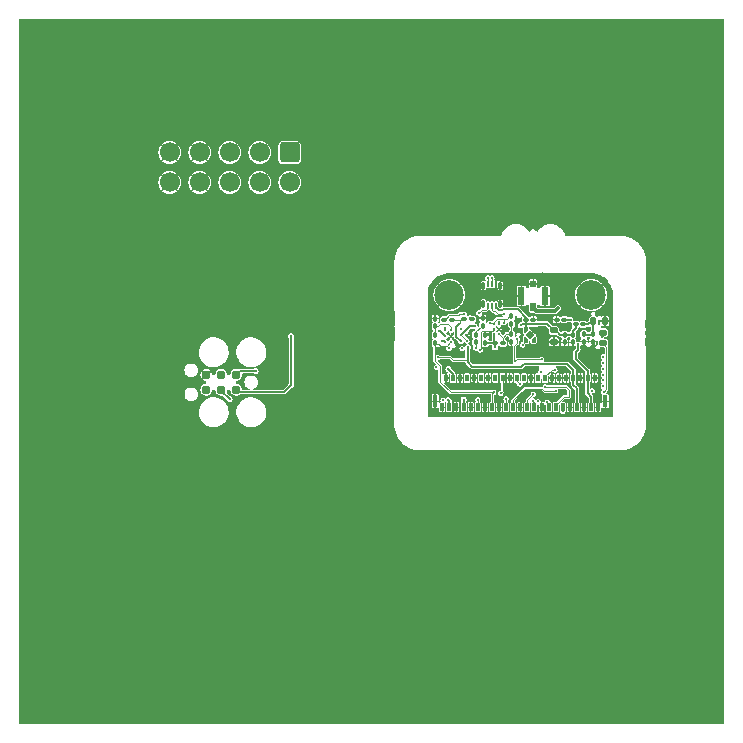
<source format=gbr>
%TF.GenerationSoftware,KiCad,Pcbnew,7.0.6*%
%TF.CreationDate,2023-09-10T10:28:08-04:00*%
%TF.ProjectId,headstage-neuropix1e,68656164-7374-4616-9765-2d6e6575726f,B*%
%TF.SameCoordinates,Original*%
%TF.FileFunction,Copper,L1,Top*%
%TF.FilePolarity,Positive*%
%FSLAX46Y46*%
G04 Gerber Fmt 4.6, Leading zero omitted, Abs format (unit mm)*
G04 Created by KiCad (PCBNEW 7.0.6) date 2023-09-10 10:28:08*
%MOMM*%
%LPD*%
G01*
G04 APERTURE LIST*
G04 Aperture macros list*
%AMRoundRect*
0 Rectangle with rounded corners*
0 $1 Rounding radius*
0 $2 $3 $4 $5 $6 $7 $8 $9 X,Y pos of 4 corners*
0 Add a 4 corners polygon primitive as box body*
4,1,4,$2,$3,$4,$5,$6,$7,$8,$9,$2,$3,0*
0 Add four circle primitives for the rounded corners*
1,1,$1+$1,$2,$3*
1,1,$1+$1,$4,$5*
1,1,$1+$1,$6,$7*
1,1,$1+$1,$8,$9*
0 Add four rect primitives between the rounded corners*
20,1,$1+$1,$2,$3,$4,$5,0*
20,1,$1+$1,$4,$5,$6,$7,0*
20,1,$1+$1,$6,$7,$8,$9,0*
20,1,$1+$1,$8,$9,$2,$3,0*%
%AMRotRect*
0 Rectangle, with rotation*
0 The origin of the aperture is its center*
0 $1 length*
0 $2 width*
0 $3 Rotation angle, in degrees counterclockwise*
0 Add horizontal line*
21,1,$1,$2,0,0,$3*%
%AMFreePoly0*
4,1,6,0.230000,0.054289,0.020711,-0.155000,-0.230000,-0.155000,-0.230000,0.155000,0.230000,0.155000,0.230000,0.054289,0.230000,0.054289,$1*%
%AMFreePoly1*
4,1,6,0.230000,-0.054289,0.230000,-0.155000,-0.230000,-0.155000,-0.230000,0.155000,0.020711,0.155000,0.230000,-0.054289,0.230000,-0.054289,$1*%
%AMFreePoly2*
4,1,6,0.230000,-0.155000,-0.230000,-0.155000,-0.230000,-0.054289,-0.020711,0.155000,0.230000,0.155000,0.230000,-0.155000,0.230000,-0.155000,$1*%
%AMFreePoly3*
4,1,6,0.230000,-0.155000,-0.020711,-0.155000,-0.230000,0.054289,-0.230000,0.155000,0.230000,0.155000,0.230000,-0.155000,0.230000,-0.155000,$1*%
G04 Aperture macros list end*
%TA.AperFunction,SMDPad,CuDef*%
%ADD10R,0.300000X0.650000*%
%TD*%
%TA.AperFunction,SMDPad,CuDef*%
%ADD11R,0.300000X0.600000*%
%TD*%
%TA.AperFunction,SMDPad,CuDef*%
%ADD12R,0.400000X1.000000*%
%TD*%
%TA.AperFunction,ConnectorPad*%
%ADD13C,0.787400*%
%TD*%
%TA.AperFunction,SMDPad,CuDef*%
%ADD14RoundRect,0.100000X-0.130000X-0.100000X0.130000X-0.100000X0.130000X0.100000X-0.130000X0.100000X0*%
%TD*%
%TA.AperFunction,SMDPad,CuDef*%
%ADD15RoundRect,0.100000X-0.100000X0.130000X-0.100000X-0.130000X0.100000X-0.130000X0.100000X0.130000X0*%
%TD*%
%TA.AperFunction,SMDPad,CuDef*%
%ADD16RoundRect,0.009000X-0.081000X-0.233500X0.081000X-0.233500X0.081000X0.233500X-0.081000X0.233500X0*%
%TD*%
%TA.AperFunction,SMDPad,CuDef*%
%ADD17RoundRect,0.011500X-0.103500X-0.256000X0.103500X-0.256000X0.103500X0.256000X-0.103500X0.256000X0*%
%TD*%
%TA.AperFunction,SMDPad,CuDef*%
%ADD18R,0.500000X0.650000*%
%TD*%
%TA.AperFunction,SMDPad,CuDef*%
%ADD19R,0.600000X1.500000*%
%TD*%
%TA.AperFunction,SMDPad,CuDef*%
%ADD20R,0.500000X0.550000*%
%TD*%
%TA.AperFunction,SMDPad,CuDef*%
%ADD21RoundRect,0.100000X0.100000X-0.130000X0.100000X0.130000X-0.100000X0.130000X-0.100000X-0.130000X0*%
%TD*%
%TA.AperFunction,SMDPad,CuDef*%
%ADD22RoundRect,0.140000X-0.170000X0.140000X-0.170000X-0.140000X0.170000X-0.140000X0.170000X0.140000X0*%
%TD*%
%TA.AperFunction,SMDPad,CuDef*%
%ADD23C,0.250000*%
%TD*%
%TA.AperFunction,SMDPad,CuDef*%
%ADD24FreePoly0,90.000000*%
%TD*%
%TA.AperFunction,SMDPad,CuDef*%
%ADD25FreePoly1,90.000000*%
%TD*%
%TA.AperFunction,SMDPad,CuDef*%
%ADD26FreePoly2,90.000000*%
%TD*%
%TA.AperFunction,SMDPad,CuDef*%
%ADD27FreePoly3,90.000000*%
%TD*%
%TA.AperFunction,SMDPad,CuDef*%
%ADD28RotRect,0.580000X0.580000X135.000000*%
%TD*%
%TA.AperFunction,SMDPad,CuDef*%
%ADD29RoundRect,0.100000X0.130000X0.100000X-0.130000X0.100000X-0.130000X-0.100000X0.130000X-0.100000X0*%
%TD*%
%TA.AperFunction,ComponentPad*%
%ADD30C,2.500000*%
%TD*%
%TA.AperFunction,SMDPad,CuDef*%
%ADD31RoundRect,0.140000X-0.140000X-0.170000X0.140000X-0.170000X0.140000X0.170000X-0.140000X0.170000X0*%
%TD*%
%TA.AperFunction,ComponentPad*%
%ADD32RoundRect,0.250000X-0.600000X0.600000X-0.600000X-0.600000X0.600000X-0.600000X0.600000X0.600000X0*%
%TD*%
%TA.AperFunction,ComponentPad*%
%ADD33C,1.700000*%
%TD*%
%TA.AperFunction,SMDPad,CuDef*%
%ADD34RoundRect,0.050000X-0.250000X0.200000X-0.250000X-0.200000X0.250000X-0.200000X0.250000X0.200000X0*%
%TD*%
%TA.AperFunction,ViaPad*%
%ADD35C,0.300000*%
%TD*%
%TA.AperFunction,ViaPad*%
%ADD36C,0.250000*%
%TD*%
%TA.AperFunction,Conductor*%
%ADD37C,0.100000*%
%TD*%
%TA.AperFunction,Conductor*%
%ADD38C,0.200000*%
%TD*%
%TA.AperFunction,Conductor*%
%ADD39C,0.150000*%
%TD*%
%TA.AperFunction,Conductor*%
%ADD40C,0.300000*%
%TD*%
%TA.AperFunction,Conductor*%
%ADD41C,0.172000*%
%TD*%
G04 APERTURE END LIST*
D10*
%TO.P,J2,1,Pin_1*%
%TO.N,GND*%
X136000000Y-98025000D03*
D11*
%TO.P,J2,2,Pin_2*%
X136300000Y-95550000D03*
D10*
%TO.P,J2,3,Pin_3*%
%TO.N,+1.8VA*%
X136600000Y-98025000D03*
D11*
%TO.P,J2,4,Pin_4*%
X136900000Y-95550000D03*
D10*
%TO.P,J2,5,Pin_5*%
%TO.N,GND*%
X137200000Y-98025000D03*
D11*
%TO.P,J2,6,Pin_6*%
X137500000Y-95550000D03*
D10*
%TO.P,J2,7,Pin_7*%
%TO.N,+1.2VA*%
X137800000Y-98025000D03*
D11*
%TO.P,J2,8,Pin_8*%
X138100000Y-95550000D03*
D10*
%TO.P,J2,9,Pin_9*%
%TO.N,GND*%
X138400000Y-98025000D03*
D11*
%TO.P,J2,10,Pin_10*%
X138700000Y-95550000D03*
D10*
%TO.P,J2,11,Pin_11*%
%TO.N,/Neuropixels 1.0/CAL_SIGNAL*%
X139000000Y-98025000D03*
D11*
%TO.P,J2,12,Pin_12*%
%TO.N,/Neuropixels 1.0/~{OSC_PDOWN}*%
X139300000Y-95550000D03*
D10*
%TO.P,J2,13,Pin_13*%
%TO.N,GND*%
X139600000Y-98025000D03*
D11*
%TO.P,J2,14,Pin_14*%
X139900000Y-95550000D03*
D10*
%TO.P,J2,15,Pin_15*%
%TO.N,/DC Tap & Regulation/VA_{EN}*%
X140200000Y-98025000D03*
D11*
%TO.P,J2,16,Pin_16*%
%TO.N,/Neuropixels 1.0/NP_{~{MUXRST}}*%
X140500000Y-95550000D03*
D10*
%TO.P,J2,17,Pin_17*%
%TO.N,GND*%
X140800000Y-98025000D03*
D11*
%TO.P,J2,18,Pin_18*%
%TO.N,/Neuropixels 1.0/SDA*%
X141100000Y-95550000D03*
D10*
%TO.P,J2,19,Pin_19*%
%TO.N,/Neuropixels 1.0/SCL*%
X141400000Y-98025000D03*
D11*
%TO.P,J2,20,Pin_20*%
%TO.N,GND*%
X141700000Y-95550000D03*
D10*
%TO.P,J2,21,Pin_21*%
%TO.N,/Neuropixels 1.0/SYNC*%
X142000000Y-98025000D03*
D11*
%TO.P,J2,22,Pin_22*%
%TO.N,/Neuropixels 1.0/D6*%
X142300000Y-95550000D03*
D10*
%TO.P,J2,23,Pin_23*%
%TO.N,GND*%
X142600000Y-98025000D03*
D11*
%TO.P,J2,24,Pin_24*%
%TO.N,/Neuropixels 1.0/D5*%
X142900000Y-95550000D03*
D10*
%TO.P,J2,25,Pin_25*%
%TO.N,/Neuropixels 1.0/D4*%
X143200000Y-98025000D03*
D11*
%TO.P,J2,26,Pin_26*%
%TO.N,GND*%
X143500000Y-95550000D03*
D10*
%TO.P,J2,27,Pin_27*%
%TO.N,/Neuropixels 1.0/D3*%
X143800000Y-98025000D03*
D11*
%TO.P,J2,28,Pin_28*%
%TO.N,/Neuropixels 1.0/D2*%
X144100000Y-95550000D03*
D10*
%TO.P,J2,29,Pin_29*%
%TO.N,GND*%
X144400000Y-98025000D03*
D11*
%TO.P,J2,30,Pin_30*%
%TO.N,/Neuropixels 1.0/D1*%
X144700000Y-95550000D03*
D10*
%TO.P,J2,31,Pin_31*%
%TO.N,/Neuropixels 1.0/D0*%
X145000000Y-98025000D03*
D11*
%TO.P,J2,32,Pin_32*%
%TO.N,GND*%
X145300000Y-95550000D03*
D10*
%TO.P,J2,33,Pin_33*%
%TO.N,/Neuropixels 1.0/DCLK*%
X145600000Y-98025000D03*
D11*
%TO.P,J2,34,Pin_34*%
%TO.N,GND*%
X145900000Y-95550000D03*
D10*
%TO.P,J2,35,Pin_35*%
%TO.N,/Neuropixels 1.0/MCLK*%
X146200000Y-98025000D03*
D11*
%TO.P,J2,36,Pin_36*%
%TO.N,GND*%
X146500000Y-95550000D03*
D10*
%TO.P,J2,37,Pin_37*%
X146800000Y-98025000D03*
D11*
%TO.P,J2,38,Pin_38*%
%TO.N,+1V2*%
X147100000Y-95550000D03*
D10*
%TO.P,J2,39,Pin_39*%
X147400000Y-98025000D03*
D11*
%TO.P,J2,40,Pin_40*%
%TO.N,GND*%
X147700000Y-95550000D03*
D10*
%TO.P,J2,41,Pin_41*%
X148000000Y-98025000D03*
D11*
%TO.P,J2,42,Pin_42*%
%TO.N,+1V8*%
X148300000Y-95550000D03*
D10*
%TO.P,J2,43,Pin_43*%
X148600000Y-98025000D03*
D11*
%TO.P,J2,44,Pin_44*%
%TO.N,GND*%
X148900000Y-95550000D03*
D10*
%TO.P,J2,45,Pin_45*%
X149200000Y-98025000D03*
D12*
%TO.P,J2,MP,MountPin*%
X135400000Y-97525000D03*
X149800000Y-97525000D03*
%TD*%
D13*
%TO.P,J4,1,VCC*%
%TO.N,+4V*%
X118560000Y-95265000D03*
%TO.P,J4,2,SWDIO*%
%TO.N,/Neuropixels 1.0/SDA*%
X118560000Y-96535000D03*
%TO.P,J4,3,~{RESET}*%
%TO.N,unconnected-(J4-~{RESET}-Pad3)*%
X117290000Y-95265000D03*
%TO.P,J4,4,SWCLK*%
%TO.N,/Neuropixels 1.0/SCL*%
X117290000Y-96535000D03*
%TO.P,J4,5,GND*%
%TO.N,GND*%
X116020000Y-95265000D03*
%TO.P,J4,6,SWO*%
%TO.N,unconnected-(J4-SWO-Pad6)*%
X116020000Y-96535000D03*
%TD*%
D14*
%TO.P,R1,1*%
%TO.N,+1V8*%
X137860000Y-90560000D03*
%TO.P,R1,2*%
%TO.N,/Neuropixels 1.0/SDA*%
X138500000Y-90560000D03*
%TD*%
D15*
%TO.P,C19,1*%
%TO.N,+1V8*%
X146350000Y-91880000D03*
%TO.P,C19,2*%
%TO.N,GND*%
X146350000Y-92520000D03*
%TD*%
D16*
%TO.P,J5,1,Pin_1*%
%TO.N,/Neuropixels 1.0/SCL*%
X139850000Y-89410000D03*
%TO.P,J5,2,Pin_2*%
%TO.N,/Perpherials/GPIO0*%
X139850000Y-87590000D03*
%TO.P,J5,3,Pin_3*%
%TO.N,/Neuropixels 1.0/SDA*%
X140200000Y-89410000D03*
%TO.P,J5,4,Pin_4*%
%TO.N,/Perpherials/GPIO1*%
X140200000Y-87590000D03*
%TO.P,J5,5,Pin_5*%
%TO.N,+1V8*%
X140550000Y-89410000D03*
%TO.P,J5,6,Pin_6*%
%TO.N,GND*%
X140550000Y-87590000D03*
D17*
%TO.P,J5,MP1,MountPin1*%
%TO.N,+4V*%
X139475000Y-89265000D03*
%TO.P,J5,MP2,MountPin2*%
X139475000Y-87735000D03*
%TO.P,J5,MP3,MountPin3*%
%TO.N,GND*%
X140925000Y-89265000D03*
%TO.P,J5,MP4,MountPin4*%
X140925000Y-87735000D03*
%TD*%
D18*
%TO.P,J1,1,In*%
%TO.N,/DC Tap & Regulation/RF+DC*%
X143700000Y-89575000D03*
D19*
%TO.P,J1,2,Ext*%
%TO.N,GND*%
X142700000Y-88600000D03*
D20*
X143700000Y-87575000D03*
D19*
X144700000Y-88600000D03*
%TD*%
D21*
%TO.P,R15,1*%
%TO.N,/Neuropixels 1.0/CAL_SIGNAL*%
X139430000Y-91110000D03*
%TO.P,R15,2*%
%TO.N,GND*%
X139430000Y-90470000D03*
%TD*%
D15*
%TO.P,R12,1*%
%TO.N,Net-(R12-Pad1)*%
X141850000Y-90330000D03*
%TO.P,R12,2*%
%TO.N,Net-(U6-+)*%
X141850000Y-90970000D03*
%TD*%
D22*
%TO.P,C21,1*%
%TO.N,+1V8*%
X145450000Y-91520000D03*
%TO.P,C21,2*%
%TO.N,GND*%
X145450000Y-92480000D03*
%TD*%
D23*
%TO.P,U2,A1,EN1*%
%TO.N,+4V*%
X138090000Y-92420000D03*
%TO.P,U2,A2,VOUT1*%
%TO.N,+1V8*%
X137590000Y-92420000D03*
%TO.P,U2,B1,GND*%
%TO.N,GND*%
X138090000Y-91920000D03*
%TO.P,U2,B2,VIN*%
%TO.N,+4V*%
X137590000Y-91920000D03*
%TO.P,U2,C1,EN2*%
X138090000Y-91420000D03*
%TO.P,U2,C2,VOUT2*%
%TO.N,+1V2*%
X137590000Y-91420000D03*
%TD*%
D21*
%TO.P,C10,1*%
%TO.N,Net-(U3-EN2)*%
X135400000Y-91165000D03*
%TO.P,C10,2*%
%TO.N,GND*%
X135400000Y-90525000D03*
%TD*%
D23*
%TO.P,U6,A1,V+*%
%TO.N,+1V8*%
X140400000Y-91800000D03*
%TO.P,U6,A2,~{SHDN}*%
%TO.N,/Neuropixels 1.0/~{OSC_PDOWN}*%
X140400000Y-91400000D03*
%TO.P,U6,A3*%
%TO.N,Net-(R12-Pad1)*%
X140400000Y-91000000D03*
%TO.P,U6,B1,+*%
%TO.N,Net-(U6-+)*%
X140800000Y-91800000D03*
%TO.P,U6,B2,V-*%
%TO.N,GND*%
X140800000Y-91400000D03*
%TO.P,U6,B3,-*%
%TO.N,Net-(U6--)*%
X140800000Y-91000000D03*
%TD*%
D24*
%TO.P,U4,1,~{RESET}*%
%TO.N,/DC Tap & Regulation/VA_{EN}*%
X143075000Y-92330000D03*
D25*
%TO.P,U4,2,NC*%
%TO.N,unconnected-(U4-NC-Pad2)*%
X143725000Y-92330000D03*
D26*
%TO.P,U4,3,GND*%
%TO.N,GND*%
X143725000Y-91470000D03*
D27*
%TO.P,U4,4,VDD*%
%TO.N,+1V8*%
X143075000Y-91470000D03*
D28*
%TO.P,U4,5,TP*%
%TO.N,GND*%
X143400000Y-91900000D03*
%TD*%
D15*
%TO.P,C23,1*%
%TO.N,Net-(U5-VDDCML)*%
X148750000Y-91830000D03*
%TO.P,C23,2*%
%TO.N,GND*%
X148750000Y-92470000D03*
%TD*%
D21*
%TO.P,R5,1*%
%TO.N,/DC Tap & Regulation/VA_{EN}*%
X135400000Y-92565000D03*
%TO.P,R5,2*%
%TO.N,Net-(U3-EN2)*%
X135400000Y-91925000D03*
%TD*%
D15*
%TO.P,C20,1*%
%TO.N,+1V8*%
X147050000Y-91880000D03*
%TO.P,C20,2*%
%TO.N,GND*%
X147050000Y-92520000D03*
%TD*%
D29*
%TO.P,R11,1*%
%TO.N,Net-(U6-+)*%
X141120000Y-92600000D03*
%TO.P,R11,2*%
%TO.N,+1V8*%
X140480000Y-92600000D03*
%TD*%
D21*
%TO.P,C28,1*%
%TO.N,+1V8*%
X139650000Y-92570000D03*
%TO.P,C28,2*%
%TO.N,GND*%
X139650000Y-91930000D03*
%TD*%
D15*
%TO.P,R14,1*%
%TO.N,/Neuropixels 1.0/CAL_SIGNAL*%
X138840000Y-91880000D03*
%TO.P,R14,2*%
%TO.N,Net-(R12-Pad1)*%
X138840000Y-92520000D03*
%TD*%
D23*
%TO.P,U3,A1,EN1*%
%TO.N,/DC Tap & Regulation/VA_{EN}*%
X136740000Y-92500000D03*
%TO.P,U3,A2,VOUT1*%
%TO.N,+1.8VA*%
X136240000Y-92500000D03*
%TO.P,U3,B1,GND*%
%TO.N,GND*%
X136740000Y-92000000D03*
%TO.P,U3,B2,VIN*%
%TO.N,+4V*%
X136240000Y-92000000D03*
%TO.P,U3,C1,EN2*%
%TO.N,Net-(U3-EN2)*%
X136740000Y-91500000D03*
%TO.P,U3,C2,VOUT2*%
%TO.N,+1.2VA*%
X136240000Y-91500000D03*
%TD*%
D29*
%TO.P,L4,1,1*%
%TO.N,Net-(U5-VDDCML)*%
X147920000Y-91000000D03*
%TO.P,L4,2,2*%
%TO.N,+1V8*%
X147280000Y-91000000D03*
%TD*%
D15*
%TO.P,C22,1*%
%TO.N,Net-(U5-VDDCML)*%
X148000000Y-91830000D03*
%TO.P,C22,2*%
%TO.N,GND*%
X148000000Y-92470000D03*
%TD*%
D14*
%TO.P,C7,1*%
%TO.N,+1V8*%
X143080000Y-90600000D03*
%TO.P,C7,2*%
%TO.N,GND*%
X143720000Y-90600000D03*
%TD*%
D30*
%TO.P,TP1,1,1*%
%TO.N,GND*%
X136600000Y-88500000D03*
%TD*%
D31*
%TO.P,C24,1*%
%TO.N,Net-(U5-VDDCML)*%
X148800000Y-90725000D03*
%TO.P,C24,2*%
%TO.N,GND*%
X149760000Y-90725000D03*
%TD*%
D29*
%TO.P,R10,1*%
%TO.N,/Serializer/Dout-*%
X146320000Y-90600000D03*
%TO.P,R10,2*%
%TO.N,GND*%
X145680000Y-90600000D03*
%TD*%
D32*
%TO.P,J3,1,Pin_1*%
%TO.N,+4V*%
X123080000Y-76447500D03*
D33*
%TO.P,J3,2,Pin_2*%
X123080000Y-78987500D03*
%TO.P,J3,3,Pin_3*%
%TO.N,/Neuropixels 1.0/SCL*%
X120540000Y-76447500D03*
%TO.P,J3,4,Pin_4*%
X120540000Y-78987500D03*
%TO.P,J3,5,Pin_5*%
%TO.N,/Neuropixels 1.0/SDA*%
X118000000Y-76447500D03*
%TO.P,J3,6,Pin_6*%
X118000000Y-78987500D03*
%TO.P,J3,7,Pin_7*%
%TO.N,GND*%
X115460000Y-76447500D03*
%TO.P,J3,8,Pin_8*%
X115460000Y-78987500D03*
%TO.P,J3,9,Pin_9*%
X112920000Y-76447500D03*
%TO.P,J3,10,Pin_10*%
X112920000Y-78987500D03*
%TD*%
D15*
%TO.P,R13,1*%
%TO.N,Net-(U6-+)*%
X141850000Y-91830000D03*
%TO.P,R13,2*%
%TO.N,GND*%
X141850000Y-92470000D03*
%TD*%
D29*
%TO.P,R2,1*%
%TO.N,+1V8*%
X136800000Y-90620000D03*
%TO.P,R2,2*%
%TO.N,/Neuropixels 1.0/SCL*%
X136160000Y-90620000D03*
%TD*%
D34*
%TO.P,D1,1,K*%
%TO.N,Net-(D1-K)*%
X149600000Y-91700000D03*
%TO.P,D1,2,A*%
%TO.N,+1V8*%
X149600000Y-92600000D03*
%TD*%
D30*
%TO.P,TP2,1,1*%
%TO.N,GND*%
X148600000Y-88500000D03*
%TD*%
D35*
%TO.N,GND*%
X104670000Y-77610000D03*
X152750000Y-106940000D03*
D36*
X146890000Y-88250000D03*
D35*
X144416061Y-81338202D03*
X130400000Y-83630000D03*
D36*
X150070000Y-89260000D03*
X134975500Y-91950000D03*
D35*
X135325000Y-95650000D03*
X156300000Y-121900000D03*
D36*
X141589976Y-93948889D03*
X145525000Y-93575000D03*
D35*
X144600000Y-98050000D03*
X129640000Y-110300000D03*
X135910000Y-93110000D03*
X144800000Y-92380500D03*
X137310000Y-95550000D03*
D36*
X147725000Y-93425000D03*
D35*
X135675000Y-98349500D03*
X106460000Y-93330000D03*
D36*
X146400000Y-93575000D03*
D35*
X137380000Y-106710000D03*
D36*
X144880000Y-90270000D03*
D35*
X144700000Y-87450000D03*
X135640000Y-73600000D03*
D36*
X147000000Y-89250000D03*
X146475000Y-95625000D03*
D35*
X138450000Y-96350000D03*
D36*
X139852646Y-91822900D03*
D35*
X141050000Y-87000000D03*
D36*
X145893399Y-95393399D03*
D35*
X150520000Y-80190000D03*
D36*
X146450000Y-89150000D03*
D35*
X138125000Y-89700000D03*
D36*
X139675000Y-93024500D03*
X147875000Y-95024500D03*
X138080000Y-87680000D03*
D35*
X155510000Y-95710000D03*
X138440000Y-97170000D03*
X106760000Y-112810000D03*
D36*
X140587782Y-93531725D03*
D35*
X149900000Y-98275000D03*
D36*
X147700000Y-95575000D03*
X144950000Y-93750000D03*
X148775000Y-95550000D03*
X136830000Y-91840000D03*
X141568020Y-92308292D03*
X142700000Y-97350000D03*
D35*
X136075000Y-94375000D03*
X126680000Y-71747500D03*
X135200000Y-89780000D03*
D36*
X148225000Y-93400000D03*
D35*
X156700000Y-69100000D03*
X155800000Y-87500000D03*
D36*
X148812583Y-92677855D03*
X144950000Y-93250000D03*
X146800000Y-90050000D03*
D35*
X140250000Y-96275000D03*
X143000000Y-87400000D03*
D36*
X142444101Y-92894101D03*
X145950000Y-90100000D03*
X145320000Y-89380000D03*
D35*
X139925000Y-97275000D03*
X135890000Y-90120000D03*
D36*
X143350000Y-95449544D03*
X148125000Y-90075000D03*
D35*
X139300000Y-96325000D03*
X107600000Y-104500000D03*
X147960000Y-98000000D03*
X146940000Y-87070000D03*
X103100000Y-122100000D03*
D36*
X145975000Y-93875000D03*
D35*
X145266637Y-78141210D03*
X149700000Y-89900000D03*
X144310000Y-91350000D03*
X143524500Y-93600000D03*
D36*
X146400000Y-90050000D03*
D35*
X137275000Y-97300000D03*
D36*
X138780000Y-94020000D03*
X140700000Y-97325000D03*
D35*
X136910000Y-80250000D03*
D36*
X138040500Y-91920000D03*
X141045930Y-93025998D03*
X143300899Y-91989101D03*
D35*
X145570000Y-87160000D03*
D36*
X144280000Y-90250000D03*
D35*
X105450000Y-70470000D03*
X137450000Y-96300000D03*
D36*
X144350000Y-93550000D03*
D35*
X143800000Y-86950000D03*
X117520000Y-69930000D03*
D36*
X141705068Y-94255068D03*
D35*
X145200000Y-72300000D03*
X154200000Y-101500000D03*
X135190000Y-96310000D03*
D36*
X141100000Y-91600000D03*
D35*
X103900000Y-84800000D03*
D36*
X147384557Y-89615443D03*
X146394101Y-94844101D03*
D35*
X128400000Y-101000000D03*
D36*
X143375000Y-96725000D03*
X136850000Y-94637500D03*
D35*
X139070000Y-86840000D03*
X114560000Y-86760000D03*
X137175000Y-93600000D03*
X137440000Y-86960000D03*
D36*
%TO.N,+1V8*%
X146444500Y-91880000D03*
D35*
X140474059Y-92959710D03*
D36*
X149675000Y-96725000D03*
D35*
X137422450Y-90971643D03*
X137590000Y-92420000D03*
X147500000Y-92700500D03*
D36*
X136067142Y-97428714D03*
D35*
X142662961Y-91089404D03*
D36*
X135505500Y-94637298D03*
%TO.N,+1.2VA*%
X137682500Y-93042500D03*
D35*
X138100000Y-95550000D03*
X136247871Y-91301612D03*
X137800000Y-97375000D03*
D36*
%TO.N,Net-(D1-K)*%
X149500500Y-92050000D03*
%TO.N,+1V2*%
X135617490Y-93803077D03*
D35*
X138162024Y-92939653D03*
X137590000Y-91420000D03*
D36*
%TO.N,+4V*%
X139475700Y-87735000D03*
X135711619Y-91548996D03*
D35*
X120200000Y-94945000D03*
D36*
X139475700Y-89265000D03*
D35*
X137590000Y-91920000D03*
X138730517Y-91170645D03*
D36*
%TO.N,/Neuropixels 1.0/MCLK*%
X146185753Y-98347372D03*
%TO.N,/Neuropixels 1.0/CAL_SIGNAL*%
X138775500Y-91880000D03*
X139000000Y-97375000D03*
%TO.N,/Neuropixels 1.0/~{OSC_PDOWN}*%
X139200000Y-93165500D03*
X139300000Y-95550000D03*
%TO.N,/DC Tap & Regulation/RF+DC*%
X143800000Y-89575000D03*
D35*
X145812500Y-89600000D03*
D36*
%TO.N,/DC Tap & Regulation/VA_{EN}*%
X142793180Y-92745908D03*
X140350000Y-96750000D03*
%TO.N,/Neuropixels 1.0/NP_{~{MUXRST}}*%
X140500000Y-95550000D03*
%TO.N,/Neuropixels 1.0/SDA*%
X138314130Y-90444500D03*
X142350000Y-92243279D03*
X144400000Y-93975000D03*
X141250000Y-90099500D03*
D35*
X123200000Y-92000000D03*
D36*
X140942803Y-96836569D03*
X142184398Y-94124491D03*
D35*
X123210000Y-96120000D03*
%TO.N,/Neuropixels 1.0/SCL*%
X118000000Y-97340000D03*
D36*
X141400000Y-97300000D03*
X137875000Y-90135500D03*
X139104500Y-90040000D03*
%TO.N,/Neuropixels 1.0/SYNC*%
X145600000Y-96625500D03*
%TO.N,/Neuropixels 1.0/D6*%
X142575000Y-96050498D03*
X149625500Y-95250001D03*
%TO.N,/Neuropixels 1.0/D5*%
X142900000Y-95550000D03*
X149625500Y-94750000D03*
%TO.N,/Neuropixels 1.0/D4*%
X149625500Y-95750000D03*
X143712965Y-96920216D03*
%TO.N,/Neuropixels 1.0/D3*%
X143649096Y-97476203D03*
X149625000Y-96250000D03*
%TO.N,/Neuropixels 1.0/D2*%
X144225000Y-95449044D03*
X149625500Y-94250000D03*
%TO.N,/Neuropixels 1.0/D1*%
X149625500Y-93750000D03*
X145525000Y-94850000D03*
%TO.N,/Neuropixels 1.0/D0*%
X144875000Y-97600000D03*
X148700000Y-96625000D03*
%TO.N,/Neuropixels 1.0/PCLK*%
X144099236Y-97532281D03*
X144350400Y-95049199D03*
%TO.N,/Perpherials/GPIO0*%
X139850000Y-87050000D03*
%TO.N,/Perpherials/GPIO1*%
X140200000Y-87050000D03*
%TO.N,Net-(R12-Pad1)*%
X140026596Y-90901397D03*
X141250000Y-90850000D03*
X138825000Y-93000000D03*
%TO.N,Net-(U6--)*%
X140800000Y-90825500D03*
D35*
%TO.N,+1.8VA*%
X136515035Y-94804982D03*
X136579094Y-93019094D03*
X135950000Y-92390000D03*
X136509592Y-97426502D03*
D36*
%TO.N,/Serializer/Dout-*%
X146874500Y-90600000D03*
%TO.N,/Neuropixels 1.0/DCLK*%
X144719101Y-96305899D03*
%TO.N,Net-(U5-VDDCML)*%
X148010000Y-91900000D03*
%TD*%
D37*
%TO.N,GND*%
X144600000Y-98050000D02*
X144575000Y-98025000D01*
X144575000Y-98025000D02*
X144400000Y-98025000D01*
D38*
X143400000Y-91900000D02*
X143390000Y-91900000D01*
X138040500Y-91920000D02*
X138050000Y-91920000D01*
X143390000Y-91900000D02*
X143300899Y-91989101D01*
%TO.N,+1V8*%
X142752365Y-91000000D02*
X143100000Y-91000000D01*
X142662961Y-91089404D02*
X142752365Y-91000000D01*
X148298800Y-95551200D02*
X148298800Y-96848800D01*
X148300000Y-94925000D02*
X148300000Y-95550000D01*
X148600000Y-98025000D02*
X148600000Y-97150000D01*
D37*
X137422450Y-90971643D02*
X137470000Y-90924093D01*
D38*
X143080000Y-90430000D02*
X142376200Y-89726200D01*
D39*
X137590000Y-92420000D02*
X137550000Y-92420000D01*
D38*
X137422450Y-90971643D02*
X137200000Y-91194093D01*
D37*
X149900000Y-96500000D02*
X149900000Y-92900000D01*
D39*
X140550000Y-89410000D02*
X140550000Y-89518249D01*
X140400000Y-91800000D02*
X140400000Y-92520000D01*
D38*
X139650000Y-92570000D02*
X140450000Y-92570000D01*
D37*
X137470000Y-90924093D02*
X137470000Y-90620000D01*
X137800000Y-90620000D02*
X137860000Y-90560000D01*
D38*
X143100000Y-91000000D02*
X143100000Y-90620000D01*
X148298800Y-96848800D02*
X148600000Y-97150000D01*
X147500000Y-92700500D02*
X147500000Y-93154317D01*
X147289658Y-93914658D02*
X148300000Y-94925000D01*
X144020000Y-91000000D02*
X143100000Y-91000000D01*
X147289658Y-93364658D02*
X147289658Y-93914658D01*
X146444500Y-91880000D02*
X146350000Y-91880000D01*
X143100000Y-90620000D02*
X143080000Y-90600000D01*
X146444500Y-91880000D02*
X147030000Y-91880000D01*
X145450000Y-91520000D02*
X144860000Y-90930000D01*
X147280000Y-91330000D02*
X147050000Y-91560000D01*
D39*
X143075000Y-91470000D02*
X143075000Y-91025000D01*
D38*
X143080000Y-90600000D02*
X143080000Y-90430000D01*
D37*
X149900000Y-92900000D02*
X149600000Y-92600000D01*
D39*
X140400000Y-92520000D02*
X140480000Y-92600000D01*
D37*
X137470000Y-90620000D02*
X137800000Y-90620000D01*
D38*
X140474059Y-92959710D02*
X140480000Y-92953769D01*
D39*
X137550000Y-92420000D02*
X137200000Y-92070000D01*
D38*
X140450000Y-92570000D02*
X140480000Y-92600000D01*
X141066284Y-89782322D02*
X140849429Y-89782322D01*
X143080000Y-90600000D02*
X143080000Y-90614264D01*
X145980000Y-91880000D02*
X146350000Y-91880000D01*
X147280000Y-91000000D02*
X147280000Y-91330000D01*
X145620000Y-91520000D02*
X145980000Y-91880000D01*
X141122406Y-89726200D02*
X141066284Y-89782322D01*
X137200000Y-91194093D02*
X137200000Y-92070000D01*
X147050000Y-91560000D02*
X147050000Y-91880000D01*
X148300000Y-95550000D02*
X148298800Y-95551200D01*
D37*
X149675000Y-96725000D02*
X149900000Y-96500000D01*
D38*
X142376200Y-89726200D02*
X141122406Y-89726200D01*
D39*
X140550000Y-89518249D02*
X140831751Y-89800000D01*
D37*
X136800000Y-90620000D02*
X137470000Y-90620000D01*
D38*
X144090000Y-90930000D02*
X144020000Y-91000000D01*
X140480000Y-92953769D02*
X140480000Y-92600000D01*
D39*
X143075000Y-91025000D02*
X143100000Y-91000000D01*
D38*
X145450000Y-91520000D02*
X145620000Y-91520000D01*
X144860000Y-90930000D02*
X144090000Y-90930000D01*
X147500000Y-93154317D02*
X147289658Y-93364658D01*
%TO.N,+1.2VA*%
X136240000Y-91309483D02*
X136240000Y-91400000D01*
X137800000Y-97375000D02*
X137800000Y-98025000D01*
X136247871Y-91301612D02*
X136240000Y-91309483D01*
D37*
%TO.N,Net-(D1-K)*%
X149600000Y-91950500D02*
X149500500Y-92050000D01*
X149600000Y-91700000D02*
X149600000Y-91950500D01*
D38*
%TO.N,+1V2*%
X138162024Y-92939653D02*
X138150000Y-92951677D01*
D37*
X136678077Y-93803077D02*
X136900000Y-94025000D01*
D38*
X146575000Y-94350000D02*
X147100000Y-94875000D01*
X147100000Y-96125000D02*
X147100000Y-95550000D01*
X142925000Y-94350000D02*
X146575000Y-94350000D01*
X142694932Y-94580068D02*
X142925000Y-94350000D01*
D37*
X138150000Y-94025000D02*
X138150000Y-93875000D01*
X135617490Y-93803077D02*
X136678077Y-93803077D01*
D38*
X138150000Y-94200000D02*
X138530068Y-94580068D01*
X138530068Y-94580068D02*
X142694932Y-94580068D01*
D37*
X136900000Y-94025000D02*
X138150000Y-94025000D01*
D38*
X147400000Y-96425000D02*
X147100000Y-96125000D01*
X138150000Y-92951677D02*
X138150000Y-93875000D01*
X147400000Y-98025000D02*
X147400000Y-96425000D01*
X147100000Y-94875000D02*
X147100000Y-95550000D01*
X138150000Y-93875000D02*
X138150000Y-94200000D01*
D39*
%TO.N,+4V*%
X135711619Y-91548996D02*
X135778996Y-91548996D01*
D38*
X120200000Y-94945000D02*
X118875000Y-94945000D01*
X138730517Y-91170645D02*
X138299355Y-91170645D01*
D37*
X138050000Y-92400000D02*
X137590000Y-91940000D01*
D39*
X137590000Y-91920000D02*
X138299355Y-91210645D01*
D37*
X137590000Y-91940000D02*
X137590000Y-91920000D01*
D38*
X118875000Y-94945000D02*
X118555000Y-95265000D01*
D39*
X136230000Y-92000000D02*
X136240000Y-92000000D01*
D37*
X139475700Y-87735000D02*
X139475000Y-87735000D01*
X139475700Y-89265000D02*
X139475000Y-89265000D01*
D39*
X138299355Y-91210645D02*
X138299355Y-91170645D01*
D37*
X138050000Y-92420000D02*
X138050000Y-92400000D01*
D39*
X135778996Y-91548996D02*
X136230000Y-92000000D01*
D37*
%TO.N,Net-(U3-EN2)*%
X135830000Y-91001612D02*
X136521612Y-91001612D01*
X135666612Y-91165000D02*
X135830000Y-91001612D01*
X135400000Y-91925000D02*
X135400000Y-91165000D01*
X136521612Y-91001612D02*
X136740000Y-91220000D01*
X136740000Y-91220000D02*
X136740000Y-91500000D01*
X135400000Y-91165000D02*
X135666612Y-91165000D01*
%TO.N,/Neuropixels 1.0/MCLK*%
X146185753Y-98347372D02*
X146200000Y-98333125D01*
X146200000Y-98333125D02*
X146200000Y-98025000D01*
%TO.N,/Neuropixels 1.0/CAL_SIGNAL*%
X139000000Y-97375000D02*
X139000000Y-98025000D01*
X139380000Y-91110000D02*
X139430000Y-91110000D01*
X138775500Y-91880000D02*
X138800000Y-91880000D01*
X138800000Y-91690000D02*
X139380000Y-91110000D01*
X138800000Y-91880000D02*
X138800000Y-91690000D01*
%TO.N,/Neuropixels 1.0/~{OSC_PDOWN}*%
X140275000Y-91525000D02*
X140400000Y-91400000D01*
X139250000Y-91660000D02*
X139385000Y-91525000D01*
X139200000Y-93165500D02*
X139250000Y-93115500D01*
X139250000Y-93115500D02*
X139250000Y-91660000D01*
X139312132Y-95537868D02*
X139312132Y-95537867D01*
X139385000Y-91525000D02*
X140275000Y-91525000D01*
X139300000Y-95550000D02*
X139312132Y-95537868D01*
D40*
%TO.N,/DC Tap & Regulation/RF+DC*%
X145562500Y-89850000D02*
X145812500Y-89600000D01*
X143700000Y-89575000D02*
X143975000Y-89850000D01*
X143975000Y-89850000D02*
X145562500Y-89850000D01*
D37*
%TO.N,/DC Tap & Regulation/VA_{EN}*%
X135400000Y-92565000D02*
X135510000Y-92675000D01*
X140350000Y-96750000D02*
X136700000Y-96750000D01*
X140250000Y-96850000D02*
X140250000Y-97975000D01*
X135342490Y-92622510D02*
X135400000Y-92565000D01*
X135825000Y-92810000D02*
X136364630Y-92810000D01*
X135342490Y-94066754D02*
X135342490Y-92622510D01*
X140350000Y-96750000D02*
X140250000Y-96850000D01*
X143075000Y-92415000D02*
X143075000Y-92330000D01*
X136364630Y-92810000D02*
X136674630Y-92500000D01*
X136674630Y-92500000D02*
X136740000Y-92500000D01*
X135510000Y-92675000D02*
X135690000Y-92675000D01*
X135690000Y-92675000D02*
X135825000Y-92810000D01*
X142793180Y-92696820D02*
X143075000Y-92415000D01*
X136700000Y-96750000D02*
X135825000Y-95875000D01*
X135825000Y-95875000D02*
X135825000Y-94549265D01*
X135825000Y-94549265D02*
X135342490Y-94066754D01*
X140250000Y-97975000D02*
X140200000Y-98025000D01*
X142793180Y-92745908D02*
X142793180Y-92696820D01*
%TO.N,/Neuropixels 1.0/SDA*%
X142350000Y-92553553D02*
X142350000Y-92243279D01*
X142101776Y-92801776D02*
X142350000Y-92553553D01*
D38*
X138500000Y-90560000D02*
X138429630Y-90560000D01*
X118760000Y-96740000D02*
X118555000Y-96535000D01*
D37*
X142109896Y-92809896D02*
X142101776Y-92801776D01*
X140942803Y-96836569D02*
X141100000Y-96679372D01*
D38*
X123210000Y-96120000D02*
X122590000Y-96740000D01*
X123210000Y-96120000D02*
X123210000Y-92010000D01*
D37*
X140689500Y-90099500D02*
X141250000Y-90099500D01*
X140300000Y-89850000D02*
X140200000Y-89750000D01*
X140689500Y-90099500D02*
X140440000Y-89850000D01*
X141100000Y-96679372D02*
X141100000Y-95550000D01*
X142184398Y-94124491D02*
X142109896Y-94049989D01*
X140440000Y-89850000D02*
X140300000Y-89850000D01*
X142184398Y-94124491D02*
X142333889Y-93975000D01*
X140200000Y-89750000D02*
X140200000Y-89410000D01*
D38*
X138429630Y-90560000D02*
X138314130Y-90444500D01*
X122590000Y-96740000D02*
X118760000Y-96740000D01*
X123210000Y-92010000D02*
X123200000Y-92000000D01*
D37*
X142109896Y-94049989D02*
X142109896Y-92809896D01*
X142333889Y-93975000D02*
X144400000Y-93975000D01*
%TO.N,/Neuropixels 1.0/SCL*%
X137360000Y-90250000D02*
X136586447Y-90250000D01*
X141400000Y-97300000D02*
X141400000Y-98025000D01*
X139850000Y-89410000D02*
X139850000Y-89620000D01*
D38*
X117285000Y-96625000D02*
X117285000Y-96535000D01*
D37*
X136216447Y-90620000D02*
X136160000Y-90620000D01*
X139850000Y-89620000D02*
X139680000Y-89790000D01*
X139354500Y-89790000D02*
X139104500Y-90040000D01*
X136586447Y-90250000D02*
X136216447Y-90620000D01*
X137360000Y-90245500D02*
X137360000Y-90250000D01*
X139680000Y-89790000D02*
X139354500Y-89790000D01*
D38*
X118000000Y-97340000D02*
X117285000Y-96625000D01*
D37*
X137875000Y-90135500D02*
X137470000Y-90135500D01*
X137470000Y-90135500D02*
X137360000Y-90245500D01*
%TO.N,/Neuropixels 1.0/SYNC*%
X142000000Y-98025000D02*
X142000000Y-97425500D01*
X142000000Y-97425500D02*
X142988968Y-96436532D01*
X142988968Y-96436532D02*
X144461532Y-96436532D01*
X144650500Y-96625500D02*
X145600000Y-96625500D01*
X144461532Y-96436532D02*
X144650500Y-96625500D01*
%TO.N,/Neuropixels 1.0/D6*%
X142575000Y-96050498D02*
X142300000Y-95775498D01*
X142300000Y-95775498D02*
X142300000Y-95550000D01*
%TO.N,/Neuropixels 1.0/D4*%
X143200000Y-97433181D02*
X143200000Y-98025000D01*
X143712965Y-96920216D02*
X143200000Y-97433181D01*
%TO.N,/Neuropixels 1.0/D3*%
X143649096Y-97476203D02*
X143800000Y-97627107D01*
X143800000Y-97627107D02*
X143800000Y-98025000D01*
%TO.N,/Neuropixels 1.0/D2*%
X144225000Y-95449044D02*
X144124044Y-95550000D01*
X144124044Y-95550000D02*
X144100000Y-95550000D01*
%TO.N,/Neuropixels 1.0/D1*%
X145250000Y-94850000D02*
X144700000Y-95400000D01*
X145525000Y-94850000D02*
X145250000Y-94850000D01*
X144700000Y-95400000D02*
X144700000Y-95550000D01*
%TO.N,/Neuropixels 1.0/D0*%
X145000000Y-97725000D02*
X145000000Y-98025000D01*
X144875000Y-97600000D02*
X145000000Y-97725000D01*
%TO.N,/Perpherials/GPIO0*%
X139850000Y-87050000D02*
X139850000Y-87590000D01*
%TO.N,/Perpherials/GPIO1*%
X140200000Y-87050000D02*
X140200000Y-87590000D01*
%TO.N,Net-(R12-Pad1)*%
X140299500Y-90850500D02*
X140600000Y-90550000D01*
X140600000Y-90550000D02*
X141250000Y-90550000D01*
X138840000Y-92808600D02*
X138840000Y-92520000D01*
X140026596Y-90901397D02*
X140077493Y-90850500D01*
X141250000Y-90850000D02*
X141250000Y-90550000D01*
X140050500Y-90850500D02*
X140299500Y-90850500D01*
X138825000Y-93000000D02*
X138825000Y-92823600D01*
X140400000Y-90951000D02*
X140299500Y-90850500D01*
X138825000Y-92823600D02*
X138840000Y-92808600D01*
X141450000Y-90550000D02*
X141670000Y-90330000D01*
X140400000Y-91000000D02*
X140400000Y-90951000D01*
X140050500Y-90877493D02*
X140050500Y-90850500D01*
X140026596Y-90901397D02*
X140050500Y-90877493D01*
X140077493Y-90850500D02*
X140299500Y-90850500D01*
X141670000Y-90330000D02*
X141850000Y-90330000D01*
X141250000Y-90550000D02*
X141450000Y-90550000D01*
%TO.N,Net-(U6--)*%
X140800000Y-90825500D02*
X140800000Y-91000000D01*
D38*
%TO.N,+1.8VA*%
X136900000Y-95189947D02*
X136900000Y-95550000D01*
D39*
X136130000Y-92390000D02*
X135950000Y-92390000D01*
D38*
X136600000Y-97516910D02*
X136600000Y-98025000D01*
X136515035Y-94804982D02*
X136900000Y-95189947D01*
X136509592Y-97426502D02*
X136600000Y-97516910D01*
D39*
X136240000Y-92500000D02*
X136130000Y-92390000D01*
D41*
%TO.N,/Serializer/Dout-*%
X146874500Y-90600000D02*
X146320000Y-90600000D01*
D37*
%TO.N,Net-(U6-+)*%
X141120000Y-92120000D02*
X140800000Y-91800000D01*
X141120000Y-92120000D02*
X141120000Y-92600000D01*
X141410000Y-91830000D02*
X141850000Y-91830000D01*
X141850000Y-90970000D02*
X141850000Y-91830000D01*
X141120000Y-92120000D02*
X141410000Y-91830000D01*
%TO.N,/Neuropixels 1.0/DCLK*%
X144719101Y-96305899D02*
X146480899Y-96305899D01*
X145600000Y-97850000D02*
X145600000Y-98025000D01*
X146300000Y-97150000D02*
X145600000Y-97850000D01*
X146480899Y-96305899D02*
X146725000Y-96550000D01*
X146725000Y-97125000D02*
X146700000Y-97150000D01*
X146725000Y-96550000D02*
X146725000Y-97125000D01*
X146700000Y-97150000D02*
X146300000Y-97150000D01*
D38*
%TO.N,Net-(U5-VDDCML)*%
X147920000Y-91000000D02*
X148350000Y-91000000D01*
X148650000Y-90700000D02*
X148350000Y-91000000D01*
X148010000Y-91900000D02*
X148030000Y-91880000D01*
X148750000Y-91880000D02*
X148750000Y-90770000D01*
X148750000Y-90770000D02*
X148820000Y-90700000D01*
X148820000Y-90700000D02*
X148650000Y-90700000D01*
X148030000Y-91880000D02*
X148750000Y-91880000D01*
%TD*%
%TA.AperFunction,Conductor*%
%TO.N,GND*%
G36*
X138592055Y-91379402D02*
G01*
X138632777Y-91406611D01*
X138648588Y-91409756D01*
X138730515Y-91426053D01*
X138732812Y-91426053D01*
X138734933Y-91426931D01*
X138735251Y-91426995D01*
X138735238Y-91427058D01*
X138767460Y-91440405D01*
X138781812Y-91475053D01*
X138767460Y-91509701D01*
X138752167Y-91524994D01*
X138740011Y-91537150D01*
X138714923Y-91550559D01*
X138661770Y-91561132D01*
X138595447Y-91605447D01*
X138561692Y-91655966D01*
X138551133Y-91671769D01*
X138539500Y-91730252D01*
X138539500Y-92029748D01*
X138551133Y-92088231D01*
X138574417Y-92123077D01*
X138587379Y-92142477D01*
X138595448Y-92154552D01*
X138602491Y-92159258D01*
X138623326Y-92190441D01*
X138616009Y-92227224D01*
X138602491Y-92240742D01*
X138595447Y-92245448D01*
X138552790Y-92309289D01*
X138551133Y-92311769D01*
X138539500Y-92370252D01*
X138539500Y-92669748D01*
X138551133Y-92728231D01*
X138561798Y-92744192D01*
X138595447Y-92794552D01*
X138620812Y-92811500D01*
X138641647Y-92842682D01*
X138634331Y-92879464D01*
X138612583Y-92912012D01*
X138595082Y-93000000D01*
X138612583Y-93087986D01*
X138662422Y-93162577D01*
X138700398Y-93187951D01*
X138737014Y-93212417D01*
X138825000Y-93229918D01*
X138912986Y-93212417D01*
X138912988Y-93212415D01*
X138917443Y-93210571D01*
X138918231Y-93212474D01*
X138947411Y-93206660D01*
X138978601Y-93227485D01*
X138985926Y-93245160D01*
X138987582Y-93253484D01*
X138987582Y-93253485D01*
X138987583Y-93253486D01*
X139000126Y-93272258D01*
X139037422Y-93328077D01*
X139073267Y-93352027D01*
X139112014Y-93377917D01*
X139200000Y-93395418D01*
X139287986Y-93377917D01*
X139362577Y-93328077D01*
X139412417Y-93253486D01*
X139429918Y-93165500D01*
X139412417Y-93077514D01*
X139409052Y-93072477D01*
X139408757Y-93072035D01*
X139400500Y-93044814D01*
X139400500Y-92932679D01*
X139414852Y-92898031D01*
X139449500Y-92883679D01*
X139468257Y-92887411D01*
X139471763Y-92888863D01*
X139471769Y-92888867D01*
X139530252Y-92900500D01*
X139530255Y-92900500D01*
X139769745Y-92900500D01*
X139769748Y-92900500D01*
X139828231Y-92888867D01*
X139894552Y-92844552D01*
X139909557Y-92822096D01*
X139929482Y-92792277D01*
X139960665Y-92771441D01*
X139970224Y-92770500D01*
X140129776Y-92770500D01*
X140164424Y-92784852D01*
X140170518Y-92792277D01*
X140205447Y-92844551D01*
X140205448Y-92844552D01*
X140210097Y-92847658D01*
X140230933Y-92878840D01*
X140230933Y-92897958D01*
X140218651Y-92959709D01*
X140218651Y-92959711D01*
X140238092Y-93057449D01*
X140293457Y-93140311D01*
X140376319Y-93195676D01*
X140474057Y-93215118D01*
X140474059Y-93215118D01*
X140474061Y-93215118D01*
X140551594Y-93199695D01*
X140571799Y-93195676D01*
X140654660Y-93140311D01*
X140710025Y-93057450D01*
X140726261Y-92975826D01*
X140729467Y-92959711D01*
X140729467Y-92959709D01*
X140726528Y-92944934D01*
X140718577Y-92904967D01*
X140725892Y-92868187D01*
X140739408Y-92854670D01*
X140754552Y-92844552D01*
X140759257Y-92837509D01*
X140790439Y-92816674D01*
X140827222Y-92823989D01*
X140840741Y-92837508D01*
X140845448Y-92844552D01*
X140911769Y-92888867D01*
X140970252Y-92900500D01*
X140970255Y-92900500D01*
X141269745Y-92900500D01*
X141269748Y-92900500D01*
X141328231Y-92888867D01*
X141394552Y-92844552D01*
X141438867Y-92778231D01*
X141450500Y-92719748D01*
X141450500Y-92530000D01*
X141550000Y-92530000D01*
X141550000Y-92619694D01*
X141561604Y-92678036D01*
X141605807Y-92744192D01*
X141671963Y-92788395D01*
X141730305Y-92800000D01*
X141790000Y-92800000D01*
X141790000Y-92530000D01*
X141550000Y-92530000D01*
X141450500Y-92530000D01*
X141450500Y-92480252D01*
X141438867Y-92421769D01*
X141408291Y-92376009D01*
X141394552Y-92355447D01*
X141328231Y-92311133D01*
X141328228Y-92311132D01*
X141309940Y-92307494D01*
X141278758Y-92286659D01*
X141270500Y-92259436D01*
X141270500Y-92202634D01*
X141284851Y-92167987D01*
X141457987Y-91994852D01*
X141492635Y-91980500D01*
X141509436Y-91980500D01*
X141544084Y-91994852D01*
X141557494Y-92019940D01*
X141561132Y-92038229D01*
X141561132Y-92038230D01*
X141561133Y-92038231D01*
X141576204Y-92060786D01*
X141598966Y-92094852D01*
X141605448Y-92104552D01*
X141612940Y-92109558D01*
X141633775Y-92140741D01*
X141626458Y-92177524D01*
X141612941Y-92191041D01*
X141605807Y-92195807D01*
X141561604Y-92261963D01*
X141550000Y-92320305D01*
X141550000Y-92410000D01*
X141861000Y-92410000D01*
X141895648Y-92424352D01*
X141910000Y-92459000D01*
X141910000Y-92800000D01*
X141915377Y-92805377D01*
X141937043Y-92814352D01*
X141949725Y-92836317D01*
X141951274Y-92842100D01*
X141951275Y-92842101D01*
X141951275Y-92842102D01*
X141952830Y-92844796D01*
X141959396Y-92869296D01*
X141959396Y-94094947D01*
X141958455Y-94104505D01*
X141955521Y-94119259D01*
X141954480Y-94124491D01*
X141962480Y-94164709D01*
X141971981Y-94212477D01*
X142021820Y-94287068D01*
X142025948Y-94289826D01*
X142046783Y-94321009D01*
X142039467Y-94357791D01*
X142008284Y-94378626D01*
X141998725Y-94379568D01*
X138633414Y-94379568D01*
X138598766Y-94365216D01*
X138364852Y-94131302D01*
X138350500Y-94096654D01*
X138350500Y-93123331D01*
X138358757Y-93096109D01*
X138397990Y-93037393D01*
X138415275Y-92950498D01*
X138417432Y-92939654D01*
X138417432Y-92939651D01*
X138397990Y-92841913D01*
X138342625Y-92759051D01*
X138259763Y-92703686D01*
X138230574Y-92697880D01*
X138199392Y-92677045D01*
X138192076Y-92640262D01*
X138212909Y-92609081D01*
X138252577Y-92582577D01*
X138302417Y-92507986D01*
X138319918Y-92420000D01*
X138302417Y-92332014D01*
X138269787Y-92283180D01*
X138252576Y-92257421D01*
X138185460Y-92212577D01*
X138182262Y-92210440D01*
X138161427Y-92179259D01*
X138168743Y-92142477D01*
X138182262Y-92128957D01*
X138201350Y-92116202D01*
X138039795Y-91954647D01*
X138025444Y-91920001D01*
X138174853Y-91920001D01*
X138286202Y-92031350D01*
X138301944Y-92007791D01*
X138301945Y-92007788D01*
X138319408Y-91920001D01*
X138319408Y-91919998D01*
X138301945Y-91832209D01*
X138286203Y-91808649D01*
X138286202Y-91808649D01*
X138174853Y-91919999D01*
X138174853Y-91920001D01*
X138025444Y-91920001D01*
X138025443Y-91919999D01*
X138039795Y-91885351D01*
X138039795Y-91885350D01*
X138090000Y-91835147D01*
X138201349Y-91723796D01*
X138201349Y-91723795D01*
X138182263Y-91711042D01*
X138161427Y-91679859D01*
X138168744Y-91643077D01*
X138182262Y-91629559D01*
X138231660Y-91596553D01*
X138252576Y-91582578D01*
X138252577Y-91582577D01*
X138302417Y-91507986D01*
X138312479Y-91457391D01*
X138325889Y-91432304D01*
X138372698Y-91385496D01*
X138407346Y-91371145D01*
X138564834Y-91371145D01*
X138592055Y-91379402D01*
G37*
%TD.AperFunction*%
%TA.AperFunction,Conductor*%
G36*
X136517223Y-91579194D02*
G01*
X136530740Y-91592711D01*
X136544393Y-91613144D01*
X136577422Y-91662577D01*
X136603880Y-91680255D01*
X136647736Y-91709558D01*
X136668571Y-91740740D01*
X136661255Y-91777523D01*
X136647735Y-91791042D01*
X136628649Y-91803794D01*
X136628649Y-91803795D01*
X136740000Y-91915147D01*
X136740001Y-91915147D01*
X136851349Y-91803796D01*
X136851349Y-91803795D01*
X136832263Y-91791042D01*
X136811427Y-91759859D01*
X136818744Y-91723077D01*
X136832262Y-91709559D01*
X136902577Y-91662577D01*
X136902576Y-91662576D01*
X136909758Y-91651831D01*
X136940940Y-91630995D01*
X136977722Y-91638311D01*
X136998558Y-91669493D01*
X136999500Y-91679053D01*
X136999500Y-91840820D01*
X136985148Y-91875468D01*
X136950500Y-91889820D01*
X136945697Y-91889584D01*
X136936202Y-91888648D01*
X136824853Y-91999999D01*
X136824853Y-92000001D01*
X136936202Y-92111350D01*
X136959266Y-92109079D01*
X136959438Y-92110831D01*
X136990901Y-92116739D01*
X137011887Y-92146866D01*
X137014709Y-92159228D01*
X137014712Y-92159235D01*
X137069173Y-92227524D01*
X137071776Y-92230788D01*
X137071777Y-92230788D01*
X137071778Y-92230789D01*
X137143009Y-92265093D01*
X137156397Y-92274592D01*
X137332222Y-92450416D01*
X137345632Y-92475504D01*
X137354033Y-92517739D01*
X137409398Y-92600601D01*
X137492260Y-92655966D01*
X137589998Y-92675408D01*
X137590000Y-92675408D01*
X137590002Y-92675408D01*
X137663609Y-92660766D01*
X137687740Y-92655966D01*
X137770601Y-92600601D01*
X137814292Y-92535211D01*
X137845473Y-92514377D01*
X137882255Y-92521692D01*
X137895774Y-92535211D01*
X137896066Y-92535648D01*
X137927422Y-92582577D01*
X137970923Y-92611643D01*
X138002014Y-92632417D01*
X138016170Y-92635232D01*
X138047352Y-92656068D01*
X138054669Y-92692850D01*
X138033833Y-92724033D01*
X137981421Y-92759052D01*
X137926057Y-92841913D01*
X137924190Y-92851301D01*
X137903355Y-92882483D01*
X137866572Y-92889799D01*
X137848909Y-92882483D01*
X137770486Y-92830083D01*
X137682500Y-92812582D01*
X137594513Y-92830083D01*
X137519922Y-92879922D01*
X137470083Y-92954513D01*
X137453762Y-93036570D01*
X137452582Y-93042500D01*
X137466391Y-93111925D01*
X137470083Y-93130486D01*
X137519922Y-93205077D01*
X137559938Y-93231814D01*
X137594514Y-93254917D01*
X137682500Y-93272418D01*
X137770486Y-93254917D01*
X137845077Y-93205077D01*
X137845078Y-93205076D01*
X137859758Y-93183106D01*
X137890940Y-93162270D01*
X137927722Y-93169586D01*
X137948558Y-93200768D01*
X137949500Y-93210328D01*
X137949500Y-93825500D01*
X137935148Y-93860148D01*
X137900500Y-93874500D01*
X136982636Y-93874500D01*
X136947988Y-93860148D01*
X136912340Y-93824500D01*
X136770486Y-93682647D01*
X136763233Y-93675394D01*
X136755982Y-93668142D01*
X136755979Y-93668140D01*
X136742399Y-93664502D01*
X136730582Y-93659608D01*
X136718404Y-93652577D01*
X136718401Y-93652576D01*
X136632050Y-93652576D01*
X136632042Y-93652577D01*
X135812440Y-93652577D01*
X135785309Y-93641339D01*
X135784079Y-93643181D01*
X135780067Y-93640500D01*
X135705476Y-93590660D01*
X135617490Y-93573159D01*
X135617489Y-93573159D01*
X135551549Y-93586275D01*
X135514767Y-93578958D01*
X135493931Y-93547775D01*
X135492990Y-93538216D01*
X135492990Y-92941035D01*
X135507342Y-92906387D01*
X135532427Y-92892977D01*
X135578231Y-92883867D01*
X135609413Y-92863030D01*
X135646195Y-92855713D01*
X135671285Y-92869124D01*
X135690065Y-92887904D01*
X135747096Y-92944935D01*
X135760678Y-92948573D01*
X135772491Y-92953466D01*
X135784673Y-92960500D01*
X135865326Y-92960501D01*
X135865328Y-92960500D01*
X136275634Y-92960500D01*
X136310282Y-92974852D01*
X136324634Y-93009500D01*
X136323693Y-93019055D01*
X136323686Y-93019090D01*
X136323686Y-93019095D01*
X136343127Y-93116833D01*
X136398492Y-93199695D01*
X136481354Y-93255060D01*
X136579092Y-93274502D01*
X136579094Y-93274502D01*
X136579096Y-93274502D01*
X136644254Y-93261540D01*
X136676834Y-93255060D01*
X136759695Y-93199695D01*
X136815060Y-93116834D01*
X136824823Y-93067750D01*
X136845658Y-93036570D01*
X136879343Y-93029869D01*
X136879343Y-93029787D01*
X136879756Y-93029787D01*
X136882440Y-93029253D01*
X136883785Y-93029541D01*
X136884863Y-93029787D01*
X136884864Y-93029787D01*
X136976388Y-93029787D01*
X136976390Y-93029787D01*
X137058851Y-92990075D01*
X137115917Y-92918518D01*
X137136283Y-92829287D01*
X137115917Y-92740056D01*
X137115915Y-92740054D01*
X137115914Y-92740051D01*
X137058852Y-92668500D01*
X137058850Y-92668498D01*
X136981310Y-92631156D01*
X136956321Y-92603192D01*
X136954512Y-92577452D01*
X136969918Y-92500000D01*
X136952417Y-92412014D01*
X136919327Y-92362491D01*
X136902576Y-92337421D01*
X136837715Y-92294084D01*
X136832262Y-92290440D01*
X136811427Y-92259259D01*
X136818743Y-92222477D01*
X136832262Y-92208957D01*
X136851350Y-92196202D01*
X136740001Y-92084853D01*
X136740000Y-92084853D01*
X136628649Y-92196202D01*
X136647736Y-92208955D01*
X136668572Y-92240137D01*
X136661257Y-92276920D01*
X136647737Y-92290440D01*
X136577422Y-92337422D01*
X136530742Y-92407286D01*
X136499560Y-92428121D01*
X136462777Y-92420805D01*
X136449258Y-92407286D01*
X136402577Y-92337422D01*
X136348202Y-92301091D01*
X136332712Y-92290741D01*
X136311878Y-92259560D01*
X136319194Y-92222777D01*
X136332711Y-92209259D01*
X136402577Y-92162577D01*
X136403823Y-92160713D01*
X136433205Y-92116739D01*
X136449558Y-92092263D01*
X136480740Y-92071428D01*
X136517522Y-92078744D01*
X136531042Y-92092263D01*
X136543795Y-92111349D01*
X136543796Y-92111349D01*
X136655147Y-92000000D01*
X136543796Y-91888649D01*
X136543794Y-91888649D01*
X136531042Y-91907735D01*
X136499860Y-91928571D01*
X136463078Y-91921255D01*
X136449559Y-91907737D01*
X136418319Y-91860982D01*
X136402577Y-91837422D01*
X136353006Y-91804301D01*
X136332712Y-91790741D01*
X136311878Y-91759560D01*
X136319194Y-91722777D01*
X136332711Y-91709259D01*
X136402577Y-91662577D01*
X136449258Y-91592712D01*
X136480440Y-91571878D01*
X136517223Y-91579194D01*
G37*
%TD.AperFunction*%
%TA.AperFunction,Conductor*%
G36*
X140169787Y-91689852D02*
G01*
X140184139Y-91724500D01*
X140183198Y-91734059D01*
X140171118Y-91794794D01*
X140170082Y-91800000D01*
X140187583Y-91887986D01*
X140216242Y-91930877D01*
X140224500Y-91958099D01*
X140224500Y-92316526D01*
X140210148Y-92351174D01*
X140207760Y-92353134D01*
X140205747Y-92355148D01*
X140204862Y-92355514D01*
X140202739Y-92357258D01*
X140201450Y-92358120D01*
X140200825Y-92357186D01*
X140171099Y-92369500D01*
X139970224Y-92369500D01*
X139935576Y-92355148D01*
X139929482Y-92347723D01*
X139894551Y-92295446D01*
X139887059Y-92290440D01*
X139866224Y-92259257D01*
X139873542Y-92222475D01*
X139887062Y-92208956D01*
X139894192Y-92204192D01*
X139938395Y-92138036D01*
X139950000Y-92079694D01*
X139950000Y-91990000D01*
X139639000Y-91990000D01*
X139604352Y-91975648D01*
X139590000Y-91941000D01*
X139590000Y-91919000D01*
X139604352Y-91884352D01*
X139639000Y-91870000D01*
X139950000Y-91870000D01*
X139950000Y-91780303D01*
X139949999Y-91780296D01*
X139940802Y-91734059D01*
X139948118Y-91697277D01*
X139979301Y-91676442D01*
X139988860Y-91675500D01*
X140135139Y-91675500D01*
X140169787Y-91689852D01*
G37*
%TD.AperFunction*%
%TA.AperFunction,Conductor*%
G36*
X141527723Y-90928446D02*
G01*
X141548558Y-90959628D01*
X141549500Y-90969188D01*
X141549500Y-91119748D01*
X141561133Y-91178231D01*
X141575803Y-91200186D01*
X141605447Y-91244552D01*
X141633124Y-91263045D01*
X141671769Y-91288867D01*
X141675782Y-91291548D01*
X141674657Y-91293230D01*
X141695770Y-91314343D01*
X141699500Y-91333094D01*
X141699500Y-91466905D01*
X141685148Y-91501553D01*
X141675486Y-91508010D01*
X141675781Y-91508452D01*
X141605447Y-91555447D01*
X141561132Y-91621770D01*
X141557494Y-91640060D01*
X141536659Y-91671242D01*
X141509436Y-91679500D01*
X141369671Y-91679500D01*
X141357494Y-91686531D01*
X141345678Y-91691425D01*
X141332098Y-91695063D01*
X141332097Y-91695064D01*
X141275065Y-91752095D01*
X141275064Y-91752096D01*
X141154647Y-91872512D01*
X141119999Y-91886864D01*
X141085351Y-91872512D01*
X141044270Y-91831431D01*
X141033032Y-91804301D01*
X141030859Y-91804734D01*
X141029917Y-91800001D01*
X141029918Y-91800000D01*
X141012417Y-91712014D01*
X140962577Y-91637423D01*
X140952957Y-91630995D01*
X140935124Y-91619079D01*
X140929567Y-91610762D01*
X140927739Y-91612591D01*
X140800001Y-91484853D01*
X140800000Y-91484853D01*
X140675507Y-91609343D01*
X140675457Y-91609509D01*
X140674255Y-91610595D01*
X140672260Y-91612591D01*
X140672159Y-91612490D01*
X140664874Y-91619079D01*
X140637420Y-91637423D01*
X140634645Y-91640199D01*
X140599996Y-91654548D01*
X140565355Y-91640199D01*
X140559805Y-91634650D01*
X140545450Y-91600003D01*
X140559799Y-91565354D01*
X140562573Y-91562579D01*
X140562577Y-91562577D01*
X140580919Y-91535125D01*
X140589236Y-91529568D01*
X140587407Y-91527739D01*
X140715146Y-91400001D01*
X140884853Y-91400001D01*
X140996202Y-91511350D01*
X141011944Y-91487791D01*
X141011945Y-91487788D01*
X141029408Y-91400001D01*
X141029408Y-91399998D01*
X141011945Y-91312209D01*
X140996203Y-91288649D01*
X140996202Y-91288649D01*
X140884853Y-91399999D01*
X140884853Y-91400001D01*
X140715146Y-91400001D01*
X140715147Y-91400000D01*
X140715147Y-91399999D01*
X140590655Y-91275507D01*
X140590490Y-91275457D01*
X140589403Y-91274255D01*
X140587408Y-91272260D01*
X140587508Y-91272159D01*
X140580919Y-91264873D01*
X140562576Y-91237421D01*
X140559803Y-91234648D01*
X140545451Y-91200000D01*
X140559803Y-91165352D01*
X140565352Y-91159803D01*
X140600000Y-91145451D01*
X140634648Y-91159803D01*
X140637421Y-91162576D01*
X140664873Y-91180919D01*
X140670430Y-91189237D01*
X140672260Y-91187408D01*
X140800000Y-91315147D01*
X140800001Y-91315147D01*
X140924412Y-91190733D01*
X140924455Y-91190594D01*
X140925494Y-91189651D01*
X140927739Y-91187407D01*
X140927848Y-91187516D01*
X140935126Y-91180919D01*
X140939149Y-91178231D01*
X140962577Y-91162577D01*
X141012417Y-91087986D01*
X141020149Y-91049109D01*
X141040985Y-91017928D01*
X141077767Y-91010611D01*
X141095431Y-91017928D01*
X141110849Y-91028230D01*
X141162014Y-91062417D01*
X141250000Y-91079918D01*
X141337986Y-91062417D01*
X141412577Y-91012577D01*
X141459758Y-90941964D01*
X141490940Y-90921130D01*
X141527723Y-90928446D01*
G37*
%TD.AperFunction*%
%TA.AperFunction,Conductor*%
G36*
X144517752Y-86582952D02*
G01*
X144601918Y-86617816D01*
X144766233Y-86650500D01*
X144830186Y-86650500D01*
X148565649Y-86650500D01*
X148599199Y-86650500D01*
X148600784Y-86650551D01*
X148839807Y-86666218D01*
X148842983Y-86666636D01*
X149077125Y-86713209D01*
X149080200Y-86714034D01*
X149306253Y-86790769D01*
X149309216Y-86791997D01*
X149401656Y-86837583D01*
X149523313Y-86897577D01*
X149526083Y-86899176D01*
X149620126Y-86962014D01*
X149724568Y-87031800D01*
X149727110Y-87033751D01*
X149906590Y-87191150D01*
X149908849Y-87193409D01*
X150063732Y-87370019D01*
X150066246Y-87372886D01*
X150068199Y-87375431D01*
X150200820Y-87573912D01*
X150202424Y-87576690D01*
X150308002Y-87790783D01*
X150309230Y-87793746D01*
X150385965Y-88019799D01*
X150386792Y-88022884D01*
X150416557Y-88172523D01*
X150433362Y-88257011D01*
X150433781Y-88260191D01*
X150440974Y-88369919D01*
X150449448Y-88499215D01*
X150449500Y-88500800D01*
X150449500Y-90265649D01*
X150449500Y-90300000D01*
X150449500Y-90400656D01*
X150449501Y-90400661D01*
X150449687Y-90402788D01*
X150449563Y-90402798D01*
X150450000Y-90407778D01*
X150450000Y-93012222D01*
X150449564Y-93017204D01*
X150449686Y-93017215D01*
X150449500Y-93019340D01*
X150449500Y-98800500D01*
X150435148Y-98835148D01*
X150400500Y-98849500D01*
X143919340Y-98849500D01*
X143917215Y-98849686D01*
X143917204Y-98849564D01*
X143912222Y-98850000D01*
X140107778Y-98850000D01*
X140102795Y-98849564D01*
X140102785Y-98849686D01*
X140100660Y-98849500D01*
X140100656Y-98849500D01*
X140019814Y-98849500D01*
X134799500Y-98849500D01*
X134764852Y-98835148D01*
X134750500Y-98800500D01*
X134750500Y-97585000D01*
X135100001Y-97585000D01*
X135100001Y-98034845D01*
X135105802Y-98064018D01*
X135105804Y-98064022D01*
X135127904Y-98097097D01*
X135160980Y-98119197D01*
X135190153Y-98124999D01*
X135339999Y-98124999D01*
X135460000Y-98124999D01*
X135609845Y-98124999D01*
X135609845Y-98124998D01*
X135639018Y-98119197D01*
X135639023Y-98119195D01*
X135673776Y-98095973D01*
X135710558Y-98088655D01*
X135741741Y-98109490D01*
X135750000Y-98136714D01*
X135750000Y-98359844D01*
X135750001Y-98359845D01*
X135755802Y-98389018D01*
X135755804Y-98389022D01*
X135777904Y-98422097D01*
X135810980Y-98444197D01*
X135840153Y-98449999D01*
X135939999Y-98449999D01*
X135940000Y-98449998D01*
X135940000Y-98085000D01*
X136060000Y-98085000D01*
X136060000Y-98449999D01*
X136159845Y-98449999D01*
X136159845Y-98449998D01*
X136189018Y-98444197D01*
X136189022Y-98444195D01*
X136222097Y-98422095D01*
X136244197Y-98389019D01*
X136250000Y-98359845D01*
X136250000Y-98085000D01*
X136060000Y-98085000D01*
X135940000Y-98085000D01*
X135940000Y-98014000D01*
X135954352Y-97979352D01*
X135989000Y-97965000D01*
X136249999Y-97965000D01*
X136249999Y-97690155D01*
X136249998Y-97690154D01*
X136244197Y-97660981D01*
X136244195Y-97660977D01*
X136231865Y-97642524D01*
X136224548Y-97605742D01*
X136231860Y-97588086D01*
X136233329Y-97585887D01*
X136264508Y-97565050D01*
X136301291Y-97572363D01*
X136314813Y-97585884D01*
X136328991Y-97607103D01*
X136334441Y-97610744D01*
X136355278Y-97641925D01*
X136355279Y-97661045D01*
X136349500Y-97690101D01*
X136349500Y-98359894D01*
X136349501Y-98359898D01*
X136355331Y-98389213D01*
X136355331Y-98389214D01*
X136355332Y-98389215D01*
X136355332Y-98389216D01*
X136367898Y-98408022D01*
X136377543Y-98422457D01*
X136410787Y-98444669D01*
X136440101Y-98450500D01*
X136759898Y-98450499D01*
X136789213Y-98444669D01*
X136822457Y-98422457D01*
X136844669Y-98389213D01*
X136850500Y-98359899D01*
X136850499Y-98085000D01*
X136950001Y-98085000D01*
X136950001Y-98359845D01*
X136955802Y-98389018D01*
X136955804Y-98389022D01*
X136977904Y-98422097D01*
X137010980Y-98444197D01*
X137040153Y-98449999D01*
X137139999Y-98449999D01*
X137140000Y-98449998D01*
X137140000Y-98085000D01*
X137260000Y-98085000D01*
X137260000Y-98449999D01*
X137359845Y-98449999D01*
X137359845Y-98449998D01*
X137389018Y-98444197D01*
X137389022Y-98444195D01*
X137422097Y-98422095D01*
X137444197Y-98389019D01*
X137450000Y-98359845D01*
X137450000Y-98085000D01*
X137260000Y-98085000D01*
X137140000Y-98085000D01*
X136950001Y-98085000D01*
X136850499Y-98085000D01*
X136850499Y-97965000D01*
X136950000Y-97965000D01*
X137140000Y-97965000D01*
X137140000Y-97600000D01*
X137260000Y-97600000D01*
X137260000Y-97965000D01*
X137449999Y-97965000D01*
X137449999Y-97690155D01*
X137449998Y-97690154D01*
X137444197Y-97660981D01*
X137444195Y-97660977D01*
X137422095Y-97627902D01*
X137389019Y-97605802D01*
X137359846Y-97600000D01*
X137260000Y-97600000D01*
X137140000Y-97600000D01*
X137040155Y-97600000D01*
X137040154Y-97600001D01*
X137010981Y-97605802D01*
X137010977Y-97605804D01*
X136977902Y-97627904D01*
X136955802Y-97660980D01*
X136950000Y-97690154D01*
X136950000Y-97965000D01*
X136850499Y-97965000D01*
X136850499Y-97690102D01*
X136844669Y-97660787D01*
X136844667Y-97660784D01*
X136844667Y-97660783D01*
X136822459Y-97627545D01*
X136822454Y-97627540D01*
X136822275Y-97627421D01*
X136822155Y-97627241D01*
X136819042Y-97624128D01*
X136819661Y-97623508D01*
X136801441Y-97596237D01*
X136800500Y-97586680D01*
X136800500Y-97559298D01*
X136803251Y-97543112D01*
X136804362Y-97539937D01*
X136801216Y-97512015D01*
X136800653Y-97507020D01*
X136800500Y-97504278D01*
X136800500Y-97494319D01*
X136799057Y-97488000D01*
X136798280Y-97484596D01*
X136797825Y-97481916D01*
X136794116Y-97448986D01*
X136792321Y-97446129D01*
X136786040Y-97430964D01*
X136785290Y-97427681D01*
X136785290Y-97427679D01*
X136775689Y-97415641D01*
X136765995Y-97403485D01*
X136756245Y-97382492D01*
X136755884Y-97380675D01*
X136754755Y-97375001D01*
X137544592Y-97375001D01*
X137564033Y-97472738D01*
X137564033Y-97472739D01*
X137564034Y-97472740D01*
X137591242Y-97513460D01*
X137599500Y-97540682D01*
X137599500Y-97586680D01*
X137585148Y-97621328D01*
X137577725Y-97627421D01*
X137577545Y-97627540D01*
X137577542Y-97627543D01*
X137555330Y-97660786D01*
X137555330Y-97660787D01*
X137549500Y-97690095D01*
X137549500Y-98359894D01*
X137549501Y-98359898D01*
X137555331Y-98389213D01*
X137555331Y-98389214D01*
X137555332Y-98389215D01*
X137555332Y-98389216D01*
X137567898Y-98408022D01*
X137577543Y-98422457D01*
X137610787Y-98444669D01*
X137640101Y-98450500D01*
X137959898Y-98450499D01*
X137989213Y-98444669D01*
X138022457Y-98422457D01*
X138044669Y-98389213D01*
X138050500Y-98359899D01*
X138050499Y-98085000D01*
X138150001Y-98085000D01*
X138150001Y-98359845D01*
X138155802Y-98389018D01*
X138155804Y-98389022D01*
X138177904Y-98422097D01*
X138210980Y-98444197D01*
X138240153Y-98449999D01*
X138339999Y-98449999D01*
X138340000Y-98449998D01*
X138340000Y-98085000D01*
X138460000Y-98085000D01*
X138460000Y-98449999D01*
X138559845Y-98449999D01*
X138559845Y-98449998D01*
X138589018Y-98444197D01*
X138589022Y-98444195D01*
X138622097Y-98422095D01*
X138644197Y-98389019D01*
X138649990Y-98359894D01*
X138749500Y-98359894D01*
X138749501Y-98359898D01*
X138755331Y-98389213D01*
X138755331Y-98389214D01*
X138755332Y-98389215D01*
X138755332Y-98389216D01*
X138767898Y-98408022D01*
X138777543Y-98422457D01*
X138810787Y-98444669D01*
X138840101Y-98450500D01*
X139159898Y-98450499D01*
X139189213Y-98444669D01*
X139222457Y-98422457D01*
X139244669Y-98389213D01*
X139250500Y-98359899D01*
X139250499Y-98085000D01*
X139350001Y-98085000D01*
X139350001Y-98359845D01*
X139355802Y-98389018D01*
X139355804Y-98389022D01*
X139377904Y-98422097D01*
X139410980Y-98444197D01*
X139440153Y-98449999D01*
X139539999Y-98449999D01*
X139540000Y-98449998D01*
X139540000Y-98085000D01*
X139660000Y-98085000D01*
X139660000Y-98449999D01*
X139759845Y-98449999D01*
X139759845Y-98449998D01*
X139789018Y-98444197D01*
X139789022Y-98444195D01*
X139822097Y-98422095D01*
X139844197Y-98389019D01*
X139850000Y-98359845D01*
X139850000Y-98085000D01*
X139660000Y-98085000D01*
X139540000Y-98085000D01*
X139350001Y-98085000D01*
X139250499Y-98085000D01*
X139250499Y-97965000D01*
X139350000Y-97965000D01*
X139540000Y-97965000D01*
X139540000Y-97600000D01*
X139660000Y-97600000D01*
X139660000Y-97965000D01*
X139849999Y-97965000D01*
X139849999Y-97690155D01*
X139849998Y-97690154D01*
X139844197Y-97660981D01*
X139844195Y-97660977D01*
X139822095Y-97627902D01*
X139789019Y-97605802D01*
X139759846Y-97600000D01*
X139660000Y-97600000D01*
X139540000Y-97600000D01*
X139440155Y-97600000D01*
X139440154Y-97600001D01*
X139410981Y-97605802D01*
X139410977Y-97605804D01*
X139377902Y-97627904D01*
X139355802Y-97660980D01*
X139350000Y-97690154D01*
X139350000Y-97965000D01*
X139250499Y-97965000D01*
X139250499Y-97690102D01*
X139244669Y-97660787D01*
X139244667Y-97660784D01*
X139244667Y-97660783D01*
X139222457Y-97627543D01*
X139189211Y-97605329D01*
X139188052Y-97604849D01*
X139187165Y-97603962D01*
X139185200Y-97602649D01*
X139185461Y-97602257D01*
X139161535Y-97578329D01*
X139161537Y-97540826D01*
X139166060Y-97532363D01*
X139212417Y-97462986D01*
X139229918Y-97375000D01*
X139212417Y-97287014D01*
X139193392Y-97258541D01*
X139162577Y-97212422D01*
X139087986Y-97162583D01*
X139000000Y-97145082D01*
X138912013Y-97162583D01*
X138837422Y-97212422D01*
X138787583Y-97287013D01*
X138770082Y-97375000D01*
X138787583Y-97462987D01*
X138833935Y-97532359D01*
X138841251Y-97569141D01*
X138820415Y-97600323D01*
X138811946Y-97604851D01*
X138810783Y-97605332D01*
X138777543Y-97627542D01*
X138755330Y-97660786D01*
X138755330Y-97660787D01*
X138749500Y-97690095D01*
X138749500Y-98359894D01*
X138649990Y-98359894D01*
X138650000Y-98359845D01*
X138650000Y-98085000D01*
X138460000Y-98085000D01*
X138340000Y-98085000D01*
X138150001Y-98085000D01*
X138050499Y-98085000D01*
X138050499Y-97965000D01*
X138150000Y-97965000D01*
X138340000Y-97965000D01*
X138340000Y-97600000D01*
X138460000Y-97600000D01*
X138460000Y-97965000D01*
X138649999Y-97965000D01*
X138649999Y-97690155D01*
X138649998Y-97690154D01*
X138644197Y-97660981D01*
X138644195Y-97660977D01*
X138622095Y-97627902D01*
X138589019Y-97605802D01*
X138559846Y-97600000D01*
X138460000Y-97600000D01*
X138340000Y-97600000D01*
X138240155Y-97600000D01*
X138240154Y-97600001D01*
X138210981Y-97605802D01*
X138210977Y-97605804D01*
X138177902Y-97627904D01*
X138155802Y-97660980D01*
X138150000Y-97690154D01*
X138150000Y-97965000D01*
X138050499Y-97965000D01*
X138050499Y-97690102D01*
X138044669Y-97660787D01*
X138044667Y-97660784D01*
X138044667Y-97660783D01*
X138022459Y-97627545D01*
X138022454Y-97627540D01*
X138022275Y-97627421D01*
X138022155Y-97627241D01*
X138019042Y-97624128D01*
X138019661Y-97623508D01*
X138001441Y-97596237D01*
X138000500Y-97586680D01*
X138000500Y-97540682D01*
X138008757Y-97513460D01*
X138035966Y-97472740D01*
X138053384Y-97385174D01*
X138055408Y-97375001D01*
X138055408Y-97374998D01*
X138035966Y-97277260D01*
X137980601Y-97194398D01*
X137897739Y-97139033D01*
X137800002Y-97119592D01*
X137799998Y-97119592D01*
X137702260Y-97139033D01*
X137619398Y-97194398D01*
X137564033Y-97277260D01*
X137544592Y-97374998D01*
X137544592Y-97375001D01*
X136754755Y-97375001D01*
X136745558Y-97328762D01*
X136742346Y-97323955D01*
X136690193Y-97245900D01*
X136607331Y-97190535D01*
X136509594Y-97171094D01*
X136509590Y-97171094D01*
X136411852Y-97190535D01*
X136328991Y-97245899D01*
X136313336Y-97269329D01*
X136282153Y-97290165D01*
X136245371Y-97282848D01*
X136231851Y-97269328D01*
X136229718Y-97266136D01*
X136155128Y-97216297D01*
X136067142Y-97198796D01*
X135979155Y-97216297D01*
X135904564Y-97266136D01*
X135854725Y-97340727D01*
X135839825Y-97415640D01*
X135837224Y-97428714D01*
X135850399Y-97494951D01*
X135854725Y-97516700D01*
X135861403Y-97526694D01*
X135868719Y-97563477D01*
X135847884Y-97594659D01*
X135830221Y-97601975D01*
X135810985Y-97605801D01*
X135810974Y-97605805D01*
X135776222Y-97629026D01*
X135739440Y-97636342D01*
X135708258Y-97615506D01*
X135700000Y-97588284D01*
X135700000Y-97585000D01*
X135460000Y-97585000D01*
X135460000Y-98124999D01*
X135339999Y-98124999D01*
X135340000Y-98124998D01*
X135340000Y-97585000D01*
X135100001Y-97585000D01*
X134750500Y-97585000D01*
X134750500Y-97465000D01*
X135100000Y-97465000D01*
X135340000Y-97465000D01*
X135340000Y-96925000D01*
X135460000Y-96925000D01*
X135460000Y-97465000D01*
X135699999Y-97465000D01*
X135699999Y-97015155D01*
X135699998Y-97015154D01*
X135694197Y-96985981D01*
X135694195Y-96985977D01*
X135672095Y-96952902D01*
X135639019Y-96930802D01*
X135609846Y-96925000D01*
X135460000Y-96925000D01*
X135340000Y-96925000D01*
X135190155Y-96925000D01*
X135190154Y-96925001D01*
X135160981Y-96930802D01*
X135160977Y-96930804D01*
X135127902Y-96952904D01*
X135105802Y-96985980D01*
X135100000Y-97015154D01*
X135100000Y-97465000D01*
X134750500Y-97465000D01*
X134750500Y-92714748D01*
X135099500Y-92714748D01*
X135111133Y-92773231D01*
X135125432Y-92794631D01*
X135155445Y-92839549D01*
X135155448Y-92839552D01*
X135170212Y-92849416D01*
X135191048Y-92880596D01*
X135191990Y-92890158D01*
X135191990Y-94107081D01*
X135199021Y-94119259D01*
X135203915Y-94131076D01*
X135207553Y-94144654D01*
X135207554Y-94144656D01*
X135207555Y-94144658D01*
X135264585Y-94201689D01*
X135271476Y-94208580D01*
X135271479Y-94208582D01*
X135417415Y-94354518D01*
X135431767Y-94389166D01*
X135417415Y-94423814D01*
X135409990Y-94429908D01*
X135342922Y-94474720D01*
X135293083Y-94549311D01*
X135276209Y-94634148D01*
X135275582Y-94637298D01*
X135286436Y-94691864D01*
X135293083Y-94725284D01*
X135342922Y-94799875D01*
X135392761Y-94833176D01*
X135417514Y-94849715D01*
X135505500Y-94867216D01*
X135593486Y-94849715D01*
X135598276Y-94846513D01*
X135635058Y-94839196D01*
X135666241Y-94860031D01*
X135674500Y-94887255D01*
X135674500Y-95915327D01*
X135681531Y-95927505D01*
X135686425Y-95939322D01*
X135690063Y-95952900D01*
X135690064Y-95952902D01*
X135690065Y-95952904D01*
X135747095Y-96009935D01*
X135753986Y-96016826D01*
X135753989Y-96016828D01*
X136565065Y-96827904D01*
X136622096Y-96884935D01*
X136635678Y-96888573D01*
X136647491Y-96893466D01*
X136659673Y-96900500D01*
X136740326Y-96900501D01*
X136740328Y-96900500D01*
X140050500Y-96900500D01*
X140085148Y-96914852D01*
X140099500Y-96949500D01*
X140099500Y-97550500D01*
X140085148Y-97585148D01*
X140050504Y-97599500D01*
X140040106Y-97599500D01*
X140040104Y-97599500D01*
X140040102Y-97599501D01*
X140010787Y-97605331D01*
X140010786Y-97605331D01*
X140010784Y-97605332D01*
X140010783Y-97605332D01*
X139977543Y-97627542D01*
X139955330Y-97660786D01*
X139955330Y-97660787D01*
X139949500Y-97690095D01*
X139949500Y-98359894D01*
X139949501Y-98359898D01*
X139955331Y-98389213D01*
X139955331Y-98389214D01*
X139955332Y-98389215D01*
X139955332Y-98389216D01*
X139967898Y-98408022D01*
X139977543Y-98422457D01*
X140010787Y-98444669D01*
X140040101Y-98450500D01*
X140359898Y-98450499D01*
X140389213Y-98444669D01*
X140422457Y-98422457D01*
X140444669Y-98389213D01*
X140450500Y-98359899D01*
X140450499Y-98085000D01*
X140550001Y-98085000D01*
X140550001Y-98359845D01*
X140555802Y-98389018D01*
X140555804Y-98389022D01*
X140577904Y-98422097D01*
X140610980Y-98444197D01*
X140640153Y-98449999D01*
X140739999Y-98449999D01*
X140740000Y-98449998D01*
X140740000Y-98085000D01*
X140860000Y-98085000D01*
X140860000Y-98449999D01*
X140959845Y-98449999D01*
X140959845Y-98449998D01*
X140989018Y-98444197D01*
X140989022Y-98444195D01*
X141022097Y-98422095D01*
X141044197Y-98389019D01*
X141049990Y-98359894D01*
X141149500Y-98359894D01*
X141149501Y-98359898D01*
X141155331Y-98389213D01*
X141155331Y-98389214D01*
X141155332Y-98389215D01*
X141155332Y-98389216D01*
X141167898Y-98408022D01*
X141177543Y-98422457D01*
X141210787Y-98444669D01*
X141240101Y-98450500D01*
X141559898Y-98450499D01*
X141589213Y-98444669D01*
X141622457Y-98422457D01*
X141644669Y-98389213D01*
X141650500Y-98359899D01*
X141650500Y-98359894D01*
X141749500Y-98359894D01*
X141749501Y-98359898D01*
X141755331Y-98389213D01*
X141755331Y-98389214D01*
X141755332Y-98389215D01*
X141755332Y-98389216D01*
X141767898Y-98408022D01*
X141777543Y-98422457D01*
X141810787Y-98444669D01*
X141840101Y-98450500D01*
X142159898Y-98450499D01*
X142189213Y-98444669D01*
X142222457Y-98422457D01*
X142244669Y-98389213D01*
X142250500Y-98359899D01*
X142250499Y-98085000D01*
X142350001Y-98085000D01*
X142350001Y-98359845D01*
X142355802Y-98389018D01*
X142355804Y-98389022D01*
X142377904Y-98422097D01*
X142410980Y-98444197D01*
X142440153Y-98449999D01*
X142539999Y-98449999D01*
X142540000Y-98449998D01*
X142540000Y-98085000D01*
X142660000Y-98085000D01*
X142660000Y-98449999D01*
X142759845Y-98449999D01*
X142759845Y-98449998D01*
X142789018Y-98444197D01*
X142789022Y-98444195D01*
X142822097Y-98422095D01*
X142844197Y-98389019D01*
X142849990Y-98359894D01*
X142949500Y-98359894D01*
X142949501Y-98359898D01*
X142955331Y-98389213D01*
X142955331Y-98389214D01*
X142955332Y-98389215D01*
X142955332Y-98389216D01*
X142967898Y-98408022D01*
X142977543Y-98422457D01*
X143010787Y-98444669D01*
X143040101Y-98450500D01*
X143359898Y-98450499D01*
X143389213Y-98444669D01*
X143422457Y-98422457D01*
X143444669Y-98389213D01*
X143450500Y-98359899D01*
X143450499Y-97706383D01*
X143464851Y-97671736D01*
X143499499Y-97657384D01*
X143526726Y-97665645D01*
X143527727Y-97666314D01*
X143548559Y-97697499D01*
X143549500Y-97707053D01*
X143549500Y-98359894D01*
X143549501Y-98359898D01*
X143555331Y-98389213D01*
X143555331Y-98389214D01*
X143555332Y-98389215D01*
X143555332Y-98389216D01*
X143567898Y-98408022D01*
X143577543Y-98422457D01*
X143610787Y-98444669D01*
X143640101Y-98450500D01*
X143959898Y-98450499D01*
X143989213Y-98444669D01*
X144022457Y-98422457D01*
X144044669Y-98389213D01*
X144050500Y-98359899D01*
X144050499Y-98085000D01*
X144150001Y-98085000D01*
X144150001Y-98359845D01*
X144155802Y-98389018D01*
X144155804Y-98389022D01*
X144177904Y-98422097D01*
X144210980Y-98444197D01*
X144240153Y-98449999D01*
X144339999Y-98449999D01*
X144340000Y-98449998D01*
X144340000Y-98085000D01*
X144460000Y-98085000D01*
X144460000Y-98449999D01*
X144559845Y-98449999D01*
X144559845Y-98449998D01*
X144589018Y-98444197D01*
X144589022Y-98444195D01*
X144622097Y-98422095D01*
X144644197Y-98389019D01*
X144650000Y-98359845D01*
X144650000Y-98085000D01*
X144460000Y-98085000D01*
X144340000Y-98085000D01*
X144150001Y-98085000D01*
X144050499Y-98085000D01*
X144050499Y-97811198D01*
X144064851Y-97776551D01*
X144099499Y-97762199D01*
X144101000Y-97762199D01*
X144135648Y-97776551D01*
X144150000Y-97811199D01*
X144150000Y-97965000D01*
X144340000Y-97965000D01*
X144460000Y-97965000D01*
X144649999Y-97965000D01*
X144649999Y-97812539D01*
X144664351Y-97777891D01*
X144698999Y-97763539D01*
X144726223Y-97771798D01*
X144727724Y-97772801D01*
X144748559Y-97803984D01*
X144749500Y-97813542D01*
X144749500Y-98359894D01*
X144749501Y-98359898D01*
X144755331Y-98389213D01*
X144755331Y-98389214D01*
X144755332Y-98389215D01*
X144755332Y-98389216D01*
X144767898Y-98408022D01*
X144777543Y-98422457D01*
X144810787Y-98444669D01*
X144840101Y-98450500D01*
X145159898Y-98450499D01*
X145189213Y-98444669D01*
X145222457Y-98422457D01*
X145244669Y-98389213D01*
X145250500Y-98359899D01*
X145250499Y-97690102D01*
X145244669Y-97660787D01*
X145244667Y-97660784D01*
X145244667Y-97660783D01*
X145222457Y-97627543D01*
X145189212Y-97605330D01*
X145159904Y-97599500D01*
X145159899Y-97599500D01*
X145145032Y-97599500D01*
X145110384Y-97585148D01*
X145096973Y-97560059D01*
X145096822Y-97559298D01*
X145087417Y-97512014D01*
X145061688Y-97473507D01*
X145037577Y-97437422D01*
X144962986Y-97387583D01*
X144928256Y-97380675D01*
X144875000Y-97370082D01*
X144874999Y-97370082D01*
X144787013Y-97387583D01*
X144712422Y-97437422D01*
X144662582Y-97512015D01*
X144651395Y-97568256D01*
X144630560Y-97599438D01*
X144593777Y-97606754D01*
X144593730Y-97606739D01*
X144559846Y-97600000D01*
X144460000Y-97600000D01*
X144460000Y-97965000D01*
X144340000Y-97965000D01*
X144340000Y-97600000D01*
X144338238Y-97598238D01*
X144323886Y-97563590D01*
X144324828Y-97554030D01*
X144325530Y-97550500D01*
X144329154Y-97532281D01*
X144311653Y-97444295D01*
X144292506Y-97415640D01*
X144261813Y-97369703D01*
X144187222Y-97319864D01*
X144099236Y-97302363D01*
X144011249Y-97319864D01*
X143936658Y-97369703D01*
X143933640Y-97374221D01*
X143902455Y-97395053D01*
X143865673Y-97387734D01*
X143852158Y-97374216D01*
X143811674Y-97313626D01*
X143757247Y-97277260D01*
X143737082Y-97263786D01*
X143737081Y-97263785D01*
X143737080Y-97263785D01*
X143697834Y-97255978D01*
X143666652Y-97235142D01*
X143659336Y-97198360D01*
X143672746Y-97173272D01*
X143681535Y-97164483D01*
X143708664Y-97153247D01*
X143708232Y-97151075D01*
X143712963Y-97150133D01*
X143712965Y-97150134D01*
X143800951Y-97132633D01*
X143875542Y-97082793D01*
X143925382Y-97008202D01*
X143942883Y-96920216D01*
X143925382Y-96832230D01*
X143887811Y-96776001D01*
X143875542Y-96757638D01*
X143800951Y-96707799D01*
X143778855Y-96703404D01*
X143712965Y-96690298D01*
X143712964Y-96690298D01*
X143624978Y-96707799D01*
X143550387Y-96757638D01*
X143500548Y-96832229D01*
X143500547Y-96832230D01*
X143500548Y-96832230D01*
X143483048Y-96920215D01*
X143482106Y-96924949D01*
X143479932Y-96924516D01*
X143468695Y-96951646D01*
X143065066Y-97355274D01*
X143065064Y-97355278D01*
X143061425Y-97368859D01*
X143056531Y-97380675D01*
X143049500Y-97392852D01*
X143049499Y-97392855D01*
X143049499Y-97483250D01*
X143049500Y-97483255D01*
X143049500Y-97557417D01*
X143035148Y-97592065D01*
X143014978Y-97602847D01*
X143015243Y-97603486D01*
X143010783Y-97605332D01*
X142977543Y-97627542D01*
X142955330Y-97660786D01*
X142955330Y-97660787D01*
X142949500Y-97690095D01*
X142949500Y-98359894D01*
X142849990Y-98359894D01*
X142850000Y-98359845D01*
X142850000Y-98085000D01*
X142660000Y-98085000D01*
X142540000Y-98085000D01*
X142350001Y-98085000D01*
X142250499Y-98085000D01*
X142250499Y-97965000D01*
X142350000Y-97965000D01*
X142540000Y-97965000D01*
X142540000Y-97600000D01*
X142660000Y-97600000D01*
X142660000Y-97965000D01*
X142849999Y-97965000D01*
X142849999Y-97690155D01*
X142849998Y-97690154D01*
X142844197Y-97660981D01*
X142844195Y-97660977D01*
X142822095Y-97627902D01*
X142789019Y-97605802D01*
X142759846Y-97600000D01*
X142660000Y-97600000D01*
X142540000Y-97600000D01*
X142440155Y-97600000D01*
X142440154Y-97600001D01*
X142410981Y-97605802D01*
X142410977Y-97605804D01*
X142377902Y-97627904D01*
X142355802Y-97660980D01*
X142350000Y-97690154D01*
X142350000Y-97965000D01*
X142250499Y-97965000D01*
X142250499Y-97690102D01*
X142244669Y-97660787D01*
X142244667Y-97660784D01*
X142244667Y-97660783D01*
X142222457Y-97627543D01*
X142189213Y-97605330D01*
X142184757Y-97603485D01*
X142185234Y-97602331D01*
X142158757Y-97584638D01*
X142150500Y-97557417D01*
X142150500Y-97508134D01*
X142164851Y-97473487D01*
X143036955Y-96601383D01*
X143071603Y-96587032D01*
X144378897Y-96587032D01*
X144413545Y-96601384D01*
X144515565Y-96703404D01*
X144572596Y-96760435D01*
X144586178Y-96764073D01*
X144597991Y-96768966D01*
X144610173Y-96776000D01*
X144690826Y-96776001D01*
X144690828Y-96776000D01*
X145405050Y-96776000D01*
X145432180Y-96787237D01*
X145433411Y-96785396D01*
X145437422Y-96788076D01*
X145437423Y-96788077D01*
X145512014Y-96837917D01*
X145600000Y-96855418D01*
X145687986Y-96837917D01*
X145762577Y-96788077D01*
X145812417Y-96713486D01*
X145829918Y-96625500D01*
X145812417Y-96537514D01*
X145809147Y-96532621D01*
X145801832Y-96495839D01*
X145822667Y-96464657D01*
X145849890Y-96456399D01*
X146398264Y-96456399D01*
X146432912Y-96470751D01*
X146560148Y-96597986D01*
X146574500Y-96632634D01*
X146574500Y-96950500D01*
X146560148Y-96985148D01*
X146525500Y-96999500D01*
X146259671Y-96999500D01*
X146247494Y-97006531D01*
X146235678Y-97011425D01*
X146222098Y-97015063D01*
X146222097Y-97015064D01*
X146165065Y-97072095D01*
X146165064Y-97072096D01*
X145652011Y-97585148D01*
X145617363Y-97599500D01*
X145440105Y-97599500D01*
X145440104Y-97599500D01*
X145440102Y-97599501D01*
X145410787Y-97605331D01*
X145410786Y-97605331D01*
X145410784Y-97605332D01*
X145410783Y-97605332D01*
X145377543Y-97627542D01*
X145355330Y-97660786D01*
X145355330Y-97660787D01*
X145349500Y-97690095D01*
X145349500Y-98359894D01*
X145349501Y-98359898D01*
X145355331Y-98389213D01*
X145355331Y-98389214D01*
X145355332Y-98389215D01*
X145355332Y-98389216D01*
X145367898Y-98408022D01*
X145377543Y-98422457D01*
X145410787Y-98444669D01*
X145440101Y-98450500D01*
X145759898Y-98450499D01*
X145789213Y-98444669D01*
X145822457Y-98422457D01*
X145844669Y-98389213D01*
X145850500Y-98359899D01*
X145850499Y-97832633D01*
X145864850Y-97797987D01*
X145865853Y-97796984D01*
X145900500Y-97782633D01*
X145935148Y-97796985D01*
X145949500Y-97831633D01*
X145949500Y-98359894D01*
X145949501Y-98359898D01*
X145955331Y-98389213D01*
X145955331Y-98389214D01*
X145955332Y-98389215D01*
X145955332Y-98389216D01*
X145962484Y-98399920D01*
X145969799Y-98417581D01*
X145973335Y-98435356D01*
X145973335Y-98435357D01*
X145973336Y-98435358D01*
X145982767Y-98449472D01*
X146023175Y-98509949D01*
X146073015Y-98543250D01*
X146097767Y-98559789D01*
X146185753Y-98577290D01*
X146273739Y-98559789D01*
X146348330Y-98509949D01*
X146388741Y-98449467D01*
X146402256Y-98435953D01*
X146422457Y-98422457D01*
X146432102Y-98408022D01*
X146444668Y-98389216D01*
X146444669Y-98389212D01*
X146444708Y-98389019D01*
X146450500Y-98359899D01*
X146450499Y-98085000D01*
X146550001Y-98085000D01*
X146550001Y-98359845D01*
X146555802Y-98389018D01*
X146555804Y-98389022D01*
X146577904Y-98422097D01*
X146610980Y-98444197D01*
X146640153Y-98449999D01*
X146739999Y-98449999D01*
X146740000Y-98449998D01*
X146740000Y-98085000D01*
X146860000Y-98085000D01*
X146860000Y-98449999D01*
X146959845Y-98449999D01*
X146959845Y-98449998D01*
X146989018Y-98444197D01*
X146989022Y-98444195D01*
X147022097Y-98422095D01*
X147044197Y-98389019D01*
X147050000Y-98359845D01*
X147050000Y-98085000D01*
X146860000Y-98085000D01*
X146740000Y-98085000D01*
X146550001Y-98085000D01*
X146450499Y-98085000D01*
X146450499Y-97965000D01*
X146550000Y-97965000D01*
X146740000Y-97965000D01*
X146740000Y-97600000D01*
X146860000Y-97600000D01*
X146860000Y-97965000D01*
X147049999Y-97965000D01*
X147049999Y-97690155D01*
X147049998Y-97690154D01*
X147044197Y-97660981D01*
X147044195Y-97660977D01*
X147022095Y-97627902D01*
X146989019Y-97605802D01*
X146959846Y-97600000D01*
X146860000Y-97600000D01*
X146740000Y-97600000D01*
X146640155Y-97600000D01*
X146640154Y-97600001D01*
X146610981Y-97605802D01*
X146610977Y-97605804D01*
X146577902Y-97627904D01*
X146555802Y-97660980D01*
X146550000Y-97690154D01*
X146550000Y-97965000D01*
X146450499Y-97965000D01*
X146450499Y-97690102D01*
X146444669Y-97660787D01*
X146444667Y-97660784D01*
X146444667Y-97660783D01*
X146422457Y-97627543D01*
X146389212Y-97605330D01*
X146359904Y-97599500D01*
X146359899Y-97599500D01*
X146181634Y-97599500D01*
X146146986Y-97585148D01*
X146132634Y-97550500D01*
X146146986Y-97515852D01*
X146213852Y-97448987D01*
X146347986Y-97314852D01*
X146382635Y-97300500D01*
X146740327Y-97300500D01*
X146752501Y-97293469D01*
X146764319Y-97288574D01*
X146777904Y-97284935D01*
X146834935Y-97227905D01*
X146834935Y-97227904D01*
X146841827Y-97221013D01*
X146841828Y-97221010D01*
X146845430Y-97217409D01*
X146845429Y-97217409D01*
X146859935Y-97202904D01*
X146863573Y-97189323D01*
X146868470Y-97177501D01*
X146869424Y-97175850D01*
X146875500Y-97165327D01*
X146875500Y-97084674D01*
X146875500Y-96530186D01*
X146875500Y-96530185D01*
X146875500Y-96509673D01*
X146868466Y-96497491D01*
X146863573Y-96485678D01*
X146859935Y-96472096D01*
X146802905Y-96415065D01*
X146802903Y-96415064D01*
X146800111Y-96412272D01*
X146800111Y-96412271D01*
X146800108Y-96412269D01*
X146687036Y-96299197D01*
X146573308Y-96185469D01*
X146566055Y-96178216D01*
X146558804Y-96170964D01*
X146558801Y-96170962D01*
X146545221Y-96167324D01*
X146533404Y-96162430D01*
X146521226Y-96155399D01*
X146521223Y-96155398D01*
X146434872Y-96155398D01*
X146434864Y-96155399D01*
X144914051Y-96155399D01*
X144886920Y-96144161D01*
X144885690Y-96146003D01*
X144881678Y-96143322D01*
X144807087Y-96093482D01*
X144719101Y-96075981D01*
X144631114Y-96093482D01*
X144556523Y-96143321D01*
X144506683Y-96217914D01*
X144500979Y-96246591D01*
X144480144Y-96277773D01*
X144452921Y-96286031D01*
X144415505Y-96286031D01*
X144415497Y-96286032D01*
X142948639Y-96286032D01*
X142936462Y-96293063D01*
X142924646Y-96297957D01*
X142911066Y-96301595D01*
X142911065Y-96301596D01*
X142854033Y-96358627D01*
X142854032Y-96358628D01*
X141922096Y-97290565D01*
X141865064Y-97347596D01*
X141865064Y-97347597D01*
X141861425Y-97361178D01*
X141856531Y-97372994D01*
X141849500Y-97385171D01*
X141849499Y-97385174D01*
X141849499Y-97475569D01*
X141849500Y-97475574D01*
X141849500Y-97557417D01*
X141835148Y-97592065D01*
X141814978Y-97602847D01*
X141815243Y-97603486D01*
X141810783Y-97605332D01*
X141777543Y-97627542D01*
X141755330Y-97660786D01*
X141755330Y-97660787D01*
X141749500Y-97690095D01*
X141749500Y-98359894D01*
X141650500Y-98359894D01*
X141650499Y-97690102D01*
X141644669Y-97660787D01*
X141644667Y-97660784D01*
X141644667Y-97660783D01*
X141622457Y-97627543D01*
X141589213Y-97605330D01*
X141584757Y-97603485D01*
X141585234Y-97602331D01*
X141558757Y-97584638D01*
X141550500Y-97557417D01*
X141550500Y-97494951D01*
X141561737Y-97467820D01*
X141559896Y-97466590D01*
X141578276Y-97439081D01*
X141612417Y-97387986D01*
X141629918Y-97300000D01*
X141612417Y-97212014D01*
X141580659Y-97164484D01*
X141562577Y-97137422D01*
X141487986Y-97087583D01*
X141463904Y-97082793D01*
X141400000Y-97070082D01*
X141399999Y-97070082D01*
X141312013Y-97087583D01*
X141237422Y-97137422D01*
X141187583Y-97212013D01*
X141170082Y-97300000D01*
X141187583Y-97387986D01*
X141240104Y-97466590D01*
X141238262Y-97467820D01*
X141249500Y-97494951D01*
X141249500Y-97557417D01*
X141235148Y-97592065D01*
X141214978Y-97602847D01*
X141215243Y-97603486D01*
X141210783Y-97605332D01*
X141177543Y-97627542D01*
X141155330Y-97660786D01*
X141155330Y-97660787D01*
X141149500Y-97690095D01*
X141149500Y-98359894D01*
X141049990Y-98359894D01*
X141050000Y-98359845D01*
X141050000Y-98085000D01*
X140860000Y-98085000D01*
X140740000Y-98085000D01*
X140550001Y-98085000D01*
X140450499Y-98085000D01*
X140450499Y-97965000D01*
X140550000Y-97965000D01*
X140740000Y-97965000D01*
X140740000Y-97600000D01*
X140860000Y-97600000D01*
X140860000Y-97965000D01*
X141049999Y-97965000D01*
X141049999Y-97690155D01*
X141049998Y-97690154D01*
X141044197Y-97660981D01*
X141044195Y-97660977D01*
X141022095Y-97627902D01*
X140989019Y-97605802D01*
X140959846Y-97600000D01*
X140860000Y-97600000D01*
X140740000Y-97600000D01*
X140640155Y-97600000D01*
X140640154Y-97600001D01*
X140610981Y-97605802D01*
X140610977Y-97605804D01*
X140577902Y-97627904D01*
X140555802Y-97660980D01*
X140550000Y-97690154D01*
X140550000Y-97965000D01*
X140450499Y-97965000D01*
X140450499Y-97690102D01*
X140444669Y-97660787D01*
X140444667Y-97660784D01*
X140444667Y-97660783D01*
X140422459Y-97627545D01*
X140422454Y-97627540D01*
X140422275Y-97627421D01*
X140422155Y-97627241D01*
X140419042Y-97624128D01*
X140419661Y-97623508D01*
X140401441Y-97596237D01*
X140400500Y-97586680D01*
X140400500Y-97010086D01*
X140414852Y-96975438D01*
X140433931Y-96965242D01*
X140433526Y-96964264D01*
X140437981Y-96962417D01*
X140437986Y-96962417D01*
X140512577Y-96912577D01*
X140562417Y-96837986D01*
X140562699Y-96836569D01*
X140712885Y-96836569D01*
X140728456Y-96914852D01*
X140730386Y-96924555D01*
X140780225Y-96999146D01*
X140825205Y-97029200D01*
X140854817Y-97048986D01*
X140942803Y-97066487D01*
X141030789Y-97048986D01*
X141105380Y-96999146D01*
X141155220Y-96924555D01*
X141172721Y-96836569D01*
X141172720Y-96836567D01*
X141173662Y-96831836D01*
X141175835Y-96832268D01*
X141187073Y-96805138D01*
X141187073Y-96805137D01*
X141189623Y-96802587D01*
X141220430Y-96771781D01*
X141220430Y-96771780D01*
X141234935Y-96757276D01*
X141238573Y-96743695D01*
X141243470Y-96731873D01*
X141250500Y-96719699D01*
X141250500Y-96690298D01*
X141250501Y-96639046D01*
X141250500Y-96639044D01*
X141250500Y-95992581D01*
X141264852Y-95957934D01*
X141285021Y-95947153D01*
X141284757Y-95946514D01*
X141289209Y-95944669D01*
X141289213Y-95944669D01*
X141322457Y-95922457D01*
X141344669Y-95889213D01*
X141350500Y-95859899D01*
X141350499Y-95610000D01*
X141450001Y-95610000D01*
X141450001Y-95859845D01*
X141455802Y-95889018D01*
X141455804Y-95889022D01*
X141477904Y-95922097D01*
X141510980Y-95944197D01*
X141540153Y-95949999D01*
X141639999Y-95949999D01*
X141640000Y-95949998D01*
X141640000Y-95610000D01*
X141760000Y-95610000D01*
X141760000Y-95949999D01*
X141859845Y-95949999D01*
X141859845Y-95949998D01*
X141889018Y-95944197D01*
X141889022Y-95944195D01*
X141922097Y-95922095D01*
X141944197Y-95889019D01*
X141949990Y-95859894D01*
X142049500Y-95859894D01*
X142049501Y-95859898D01*
X142055331Y-95889213D01*
X142055331Y-95889214D01*
X142055332Y-95889215D01*
X142055332Y-95889216D01*
X142077542Y-95922456D01*
X142077543Y-95922457D01*
X142077980Y-95922749D01*
X142110784Y-95944668D01*
X142110786Y-95944668D01*
X142110787Y-95944669D01*
X142140101Y-95950500D01*
X142241866Y-95950499D01*
X142276512Y-95964849D01*
X142276514Y-95964851D01*
X142330730Y-96019067D01*
X142341967Y-96046197D01*
X142344141Y-96045765D01*
X142345082Y-96050496D01*
X142345082Y-96050498D01*
X142354688Y-96098791D01*
X142362583Y-96138484D01*
X142412422Y-96213075D01*
X142456266Y-96242370D01*
X142487014Y-96262915D01*
X142575000Y-96280416D01*
X142662986Y-96262915D01*
X142737577Y-96213075D01*
X142787417Y-96138484D01*
X142804918Y-96050498D01*
X142796675Y-96009057D01*
X142803992Y-95972276D01*
X142835175Y-95951440D01*
X142844734Y-95950499D01*
X143059895Y-95950499D01*
X143059898Y-95950499D01*
X143089213Y-95944669D01*
X143122457Y-95922457D01*
X143144669Y-95889213D01*
X143150500Y-95859899D01*
X143150499Y-95610000D01*
X143250001Y-95610000D01*
X143250001Y-95859845D01*
X143255802Y-95889018D01*
X143255804Y-95889022D01*
X143277904Y-95922097D01*
X143310980Y-95944197D01*
X143340153Y-95949999D01*
X143439999Y-95949999D01*
X143440000Y-95949998D01*
X143440000Y-95610000D01*
X143560000Y-95610000D01*
X143560000Y-95949999D01*
X143659845Y-95949999D01*
X143659845Y-95949998D01*
X143689018Y-95944197D01*
X143689022Y-95944195D01*
X143722097Y-95922095D01*
X143744197Y-95889019D01*
X143750000Y-95859845D01*
X143750000Y-95610000D01*
X143560000Y-95610000D01*
X143440000Y-95610000D01*
X143250001Y-95610000D01*
X143150499Y-95610000D01*
X143150499Y-95490000D01*
X143250000Y-95490000D01*
X143440000Y-95490000D01*
X143440000Y-95150000D01*
X143560000Y-95150000D01*
X143560000Y-95490000D01*
X143749999Y-95490000D01*
X143749999Y-95240155D01*
X143749998Y-95240154D01*
X143744197Y-95210981D01*
X143744195Y-95210977D01*
X143722095Y-95177902D01*
X143689019Y-95155802D01*
X143659846Y-95150000D01*
X143560000Y-95150000D01*
X143440000Y-95150000D01*
X143340155Y-95150000D01*
X143340154Y-95150001D01*
X143310981Y-95155802D01*
X143310977Y-95155804D01*
X143277902Y-95177904D01*
X143255802Y-95210980D01*
X143250000Y-95240154D01*
X143250000Y-95490000D01*
X143150499Y-95490000D01*
X143150499Y-95240102D01*
X143144669Y-95210787D01*
X143144667Y-95210784D01*
X143144667Y-95210783D01*
X143122457Y-95177543D01*
X143089212Y-95155330D01*
X143059901Y-95149500D01*
X142740105Y-95149500D01*
X142740104Y-95149500D01*
X142740102Y-95149501D01*
X142710787Y-95155331D01*
X142710786Y-95155331D01*
X142710784Y-95155332D01*
X142710783Y-95155332D01*
X142677543Y-95177542D01*
X142655330Y-95210786D01*
X142655330Y-95210787D01*
X142649500Y-95240095D01*
X142649500Y-95775691D01*
X142635148Y-95810339D01*
X142600500Y-95824691D01*
X142590946Y-95823751D01*
X142589945Y-95823552D01*
X142558760Y-95802719D01*
X142550499Y-95775492D01*
X142550499Y-95240105D01*
X142550499Y-95240102D01*
X142544669Y-95210787D01*
X142544667Y-95210784D01*
X142544667Y-95210783D01*
X142522457Y-95177543D01*
X142489212Y-95155330D01*
X142459901Y-95149500D01*
X142140105Y-95149500D01*
X142140104Y-95149500D01*
X142140102Y-95149501D01*
X142110787Y-95155331D01*
X142110786Y-95155331D01*
X142110784Y-95155332D01*
X142110783Y-95155332D01*
X142077543Y-95177542D01*
X142055330Y-95210786D01*
X142055330Y-95210787D01*
X142049500Y-95240095D01*
X142049500Y-95859894D01*
X141949990Y-95859894D01*
X141950000Y-95859845D01*
X141950000Y-95610000D01*
X141760000Y-95610000D01*
X141640000Y-95610000D01*
X141450001Y-95610000D01*
X141350499Y-95610000D01*
X141350499Y-95490000D01*
X141450000Y-95490000D01*
X141640000Y-95490000D01*
X141640000Y-95150000D01*
X141760000Y-95150000D01*
X141760000Y-95490000D01*
X141949999Y-95490000D01*
X141949999Y-95240155D01*
X141949998Y-95240154D01*
X141944197Y-95210981D01*
X141944195Y-95210977D01*
X141922095Y-95177902D01*
X141889019Y-95155802D01*
X141859846Y-95150000D01*
X141760000Y-95150000D01*
X141640000Y-95150000D01*
X141540155Y-95150000D01*
X141540154Y-95150001D01*
X141510981Y-95155802D01*
X141510977Y-95155804D01*
X141477902Y-95177904D01*
X141455802Y-95210980D01*
X141450000Y-95240154D01*
X141450000Y-95490000D01*
X141350499Y-95490000D01*
X141350499Y-95240102D01*
X141344669Y-95210787D01*
X141344667Y-95210784D01*
X141344667Y-95210783D01*
X141322457Y-95177543D01*
X141289212Y-95155330D01*
X141259901Y-95149500D01*
X140940105Y-95149500D01*
X140940104Y-95149500D01*
X140940102Y-95149501D01*
X140910787Y-95155331D01*
X140910786Y-95155331D01*
X140910784Y-95155332D01*
X140910783Y-95155332D01*
X140877543Y-95177542D01*
X140855330Y-95210786D01*
X140855330Y-95210787D01*
X140849500Y-95240095D01*
X140849500Y-95859894D01*
X140849501Y-95859898D01*
X140855331Y-95889213D01*
X140855331Y-95889214D01*
X140855332Y-95889215D01*
X140855332Y-95889216D01*
X140877542Y-95922456D01*
X140877543Y-95922457D01*
X140878917Y-95923375D01*
X140910786Y-95944669D01*
X140915243Y-95946515D01*
X140914764Y-95947670D01*
X140941236Y-95965351D01*
X140949500Y-95992582D01*
X140949500Y-96565105D01*
X140935148Y-96599753D01*
X140910059Y-96613163D01*
X140854819Y-96624150D01*
X140780225Y-96673991D01*
X140730386Y-96748582D01*
X140714609Y-96827904D01*
X140712885Y-96836569D01*
X140562699Y-96836569D01*
X140579918Y-96750000D01*
X140562417Y-96662014D01*
X140537685Y-96625000D01*
X140512577Y-96587422D01*
X140437986Y-96537583D01*
X140350000Y-96520082D01*
X140262014Y-96537583D01*
X140187425Y-96587422D01*
X140183411Y-96590104D01*
X140182180Y-96588262D01*
X140155050Y-96599500D01*
X136782635Y-96599500D01*
X136747987Y-96585148D01*
X136196487Y-96033647D01*
X136182135Y-95998999D01*
X136196487Y-95964351D01*
X136231135Y-95949999D01*
X136240000Y-95949999D01*
X136240000Y-95610000D01*
X136360000Y-95610000D01*
X136360000Y-95949999D01*
X136459845Y-95949999D01*
X136459845Y-95949998D01*
X136489018Y-95944197D01*
X136489022Y-95944195D01*
X136522097Y-95922095D01*
X136544197Y-95889019D01*
X136550000Y-95859845D01*
X136550000Y-95610000D01*
X136360000Y-95610000D01*
X136240000Y-95610000D01*
X136240000Y-95150000D01*
X136140155Y-95150000D01*
X136140154Y-95150001D01*
X136110981Y-95155802D01*
X136110977Y-95155804D01*
X136077902Y-95177904D01*
X136065242Y-95196853D01*
X136034060Y-95217689D01*
X135997278Y-95210373D01*
X135976442Y-95179191D01*
X135975500Y-95169631D01*
X135975500Y-94804983D01*
X136259627Y-94804983D01*
X136279068Y-94902721D01*
X136334433Y-94985583D01*
X136417293Y-95040947D01*
X136417295Y-95040948D01*
X136465330Y-95050502D01*
X136490416Y-95063912D01*
X136492856Y-95066352D01*
X136507208Y-95101000D01*
X136492856Y-95135648D01*
X136458208Y-95150000D01*
X136360000Y-95150000D01*
X136360000Y-95490000D01*
X136549999Y-95490000D01*
X136549999Y-95241791D01*
X136564351Y-95207143D01*
X136598999Y-95192791D01*
X136633645Y-95207142D01*
X136635148Y-95208645D01*
X136649500Y-95243292D01*
X136649500Y-95859894D01*
X136649501Y-95859898D01*
X136655331Y-95889213D01*
X136655331Y-95889214D01*
X136655332Y-95889215D01*
X136655332Y-95889216D01*
X136677542Y-95922456D01*
X136677543Y-95922457D01*
X136710787Y-95944669D01*
X136740101Y-95950500D01*
X137059898Y-95950499D01*
X137089213Y-95944669D01*
X137122457Y-95922457D01*
X137144669Y-95889213D01*
X137150500Y-95859899D01*
X137150499Y-95610000D01*
X137250001Y-95610000D01*
X137250001Y-95859845D01*
X137255802Y-95889018D01*
X137255804Y-95889022D01*
X137277904Y-95922097D01*
X137310980Y-95944197D01*
X137340153Y-95949999D01*
X137439999Y-95949999D01*
X137440000Y-95949998D01*
X137440000Y-95610000D01*
X137560000Y-95610000D01*
X137560000Y-95949999D01*
X137659845Y-95949999D01*
X137659845Y-95949998D01*
X137689018Y-95944197D01*
X137689022Y-95944195D01*
X137722097Y-95922095D01*
X137744197Y-95889019D01*
X137750000Y-95859845D01*
X137750000Y-95610000D01*
X137560000Y-95610000D01*
X137440000Y-95610000D01*
X137250001Y-95610000D01*
X137150499Y-95610000D01*
X137150499Y-95550000D01*
X137844592Y-95550000D01*
X137848559Y-95569945D01*
X137849500Y-95579503D01*
X137849500Y-95859894D01*
X137849501Y-95859898D01*
X137855331Y-95889213D01*
X137855331Y-95889214D01*
X137855332Y-95889215D01*
X137855332Y-95889216D01*
X137877542Y-95922456D01*
X137877543Y-95922457D01*
X137910787Y-95944669D01*
X137940101Y-95950500D01*
X138259898Y-95950499D01*
X138289213Y-95944669D01*
X138322457Y-95922457D01*
X138344669Y-95889213D01*
X138350500Y-95859899D01*
X138350499Y-95610000D01*
X138450001Y-95610000D01*
X138450001Y-95859845D01*
X138455802Y-95889018D01*
X138455804Y-95889022D01*
X138477904Y-95922097D01*
X138510980Y-95944197D01*
X138540153Y-95949999D01*
X138639999Y-95949999D01*
X138640000Y-95949998D01*
X138640000Y-95610000D01*
X138760000Y-95610000D01*
X138760000Y-95949999D01*
X138859845Y-95949999D01*
X138859845Y-95949998D01*
X138889018Y-95944197D01*
X138889022Y-95944195D01*
X138922097Y-95922095D01*
X138944197Y-95889019D01*
X138949990Y-95859894D01*
X139049500Y-95859894D01*
X139049501Y-95859898D01*
X139055331Y-95889213D01*
X139055331Y-95889214D01*
X139055332Y-95889215D01*
X139055332Y-95889216D01*
X139077542Y-95922456D01*
X139077543Y-95922457D01*
X139110787Y-95944669D01*
X139140101Y-95950500D01*
X139459898Y-95950499D01*
X139489213Y-95944669D01*
X139522457Y-95922457D01*
X139544669Y-95889213D01*
X139550500Y-95859899D01*
X139550499Y-95610000D01*
X139650001Y-95610000D01*
X139650001Y-95859845D01*
X139655802Y-95889018D01*
X139655804Y-95889022D01*
X139677904Y-95922097D01*
X139710980Y-95944197D01*
X139740153Y-95949999D01*
X139839999Y-95949999D01*
X139840000Y-95949998D01*
X139840000Y-95610000D01*
X139960000Y-95610000D01*
X139960000Y-95949999D01*
X140059845Y-95949999D01*
X140059845Y-95949998D01*
X140089018Y-95944197D01*
X140089022Y-95944195D01*
X140122097Y-95922095D01*
X140144197Y-95889019D01*
X140149990Y-95859894D01*
X140249500Y-95859894D01*
X140249501Y-95859898D01*
X140255331Y-95889213D01*
X140255331Y-95889214D01*
X140255332Y-95889215D01*
X140255332Y-95889216D01*
X140277542Y-95922456D01*
X140277543Y-95922457D01*
X140310787Y-95944669D01*
X140340101Y-95950500D01*
X140659898Y-95950499D01*
X140689213Y-95944669D01*
X140722457Y-95922457D01*
X140744669Y-95889213D01*
X140750500Y-95859899D01*
X140750499Y-95240102D01*
X140744669Y-95210787D01*
X140744667Y-95210784D01*
X140744667Y-95210783D01*
X140722457Y-95177543D01*
X140689212Y-95155330D01*
X140659901Y-95149500D01*
X140340105Y-95149500D01*
X140340104Y-95149500D01*
X140340102Y-95149501D01*
X140310787Y-95155331D01*
X140310786Y-95155331D01*
X140310784Y-95155332D01*
X140310783Y-95155332D01*
X140277543Y-95177542D01*
X140255330Y-95210786D01*
X140255330Y-95210787D01*
X140249500Y-95240095D01*
X140249500Y-95859894D01*
X140149990Y-95859894D01*
X140150000Y-95859845D01*
X140150000Y-95610000D01*
X139960000Y-95610000D01*
X139840000Y-95610000D01*
X139650001Y-95610000D01*
X139550499Y-95610000D01*
X139550499Y-95490000D01*
X139650000Y-95490000D01*
X139840000Y-95490000D01*
X139840000Y-95150000D01*
X139960000Y-95150000D01*
X139960000Y-95490000D01*
X140149999Y-95490000D01*
X140149999Y-95240155D01*
X140149998Y-95240154D01*
X140144197Y-95210981D01*
X140144195Y-95210977D01*
X140122095Y-95177902D01*
X140089019Y-95155802D01*
X140059846Y-95150000D01*
X139960000Y-95150000D01*
X139840000Y-95150000D01*
X139740155Y-95150000D01*
X139740154Y-95150001D01*
X139710981Y-95155802D01*
X139710977Y-95155804D01*
X139677902Y-95177904D01*
X139655802Y-95210980D01*
X139650000Y-95240154D01*
X139650000Y-95490000D01*
X139550499Y-95490000D01*
X139550499Y-95240102D01*
X139544669Y-95210787D01*
X139544667Y-95210784D01*
X139544667Y-95210783D01*
X139522457Y-95177543D01*
X139489212Y-95155330D01*
X139459901Y-95149500D01*
X139140105Y-95149500D01*
X139140104Y-95149500D01*
X139140102Y-95149501D01*
X139110787Y-95155331D01*
X139110786Y-95155331D01*
X139110784Y-95155332D01*
X139110783Y-95155332D01*
X139077543Y-95177542D01*
X139055330Y-95210786D01*
X139055330Y-95210787D01*
X139049500Y-95240095D01*
X139049500Y-95859894D01*
X138949990Y-95859894D01*
X138950000Y-95859845D01*
X138950000Y-95610000D01*
X138760000Y-95610000D01*
X138640000Y-95610000D01*
X138450001Y-95610000D01*
X138350499Y-95610000D01*
X138350499Y-95579500D01*
X138351441Y-95569940D01*
X138355408Y-95550000D01*
X138355408Y-95549999D01*
X138352411Y-95534933D01*
X138351440Y-95530057D01*
X138350499Y-95520498D01*
X138350499Y-95490000D01*
X138450000Y-95490000D01*
X138640000Y-95490000D01*
X138640000Y-95150000D01*
X138760000Y-95150000D01*
X138760000Y-95490000D01*
X138949999Y-95490000D01*
X138949999Y-95240155D01*
X138949998Y-95240154D01*
X138944197Y-95210981D01*
X138944195Y-95210977D01*
X138922095Y-95177902D01*
X138889019Y-95155802D01*
X138859846Y-95150000D01*
X138760000Y-95150000D01*
X138640000Y-95150000D01*
X138540155Y-95150000D01*
X138540154Y-95150001D01*
X138510981Y-95155802D01*
X138510977Y-95155804D01*
X138477902Y-95177904D01*
X138455802Y-95210980D01*
X138450000Y-95240154D01*
X138450000Y-95490000D01*
X138350499Y-95490000D01*
X138350499Y-95240104D01*
X138350499Y-95240102D01*
X138344669Y-95210787D01*
X138344667Y-95210784D01*
X138344667Y-95210783D01*
X138322457Y-95177543D01*
X138289212Y-95155330D01*
X138259901Y-95149500D01*
X137940105Y-95149500D01*
X137940104Y-95149500D01*
X137940102Y-95149501D01*
X137910787Y-95155331D01*
X137910786Y-95155331D01*
X137910784Y-95155332D01*
X137910783Y-95155332D01*
X137877543Y-95177542D01*
X137855330Y-95210786D01*
X137855330Y-95210787D01*
X137849500Y-95240095D01*
X137849500Y-95520496D01*
X137848559Y-95530054D01*
X137844592Y-95550000D01*
X137150499Y-95550000D01*
X137150499Y-95490000D01*
X137250000Y-95490000D01*
X137440000Y-95490000D01*
X137440000Y-95150000D01*
X137560000Y-95150000D01*
X137560000Y-95490000D01*
X137749999Y-95490000D01*
X137749999Y-95240155D01*
X137749998Y-95240154D01*
X137744197Y-95210981D01*
X137744195Y-95210977D01*
X137722095Y-95177902D01*
X137689019Y-95155802D01*
X137659846Y-95150000D01*
X137560000Y-95150000D01*
X137440000Y-95150000D01*
X137340155Y-95150000D01*
X137340154Y-95150001D01*
X137310981Y-95155802D01*
X137310977Y-95155804D01*
X137277902Y-95177904D01*
X137255802Y-95210980D01*
X137250000Y-95240154D01*
X137250000Y-95490000D01*
X137150499Y-95490000D01*
X137150499Y-95240102D01*
X137144669Y-95210787D01*
X137144667Y-95210784D01*
X137144667Y-95210783D01*
X137122459Y-95177545D01*
X137122455Y-95177542D01*
X137122453Y-95177540D01*
X137122452Y-95177539D01*
X137117493Y-95174225D01*
X137096658Y-95143042D01*
X137096025Y-95138969D01*
X137094376Y-95124336D01*
X137094116Y-95122023D01*
X137092321Y-95119166D01*
X137086040Y-95104001D01*
X137085291Y-95100719D01*
X137085290Y-95100718D01*
X137085290Y-95100716D01*
X137064638Y-95074819D01*
X137063047Y-95072577D01*
X137057750Y-95064146D01*
X137057749Y-95064145D01*
X137053861Y-95060258D01*
X137050701Y-95057098D01*
X137048877Y-95055057D01*
X137044205Y-95049199D01*
X137028224Y-95029159D01*
X137028223Y-95029158D01*
X137025185Y-95027695D01*
X137011800Y-95018197D01*
X136894805Y-94901202D01*
X136773964Y-94780362D01*
X136760555Y-94755277D01*
X136751001Y-94707242D01*
X136748333Y-94703249D01*
X136695636Y-94624380D01*
X136612774Y-94569015D01*
X136515037Y-94549574D01*
X136515033Y-94549574D01*
X136417295Y-94569015D01*
X136334433Y-94624380D01*
X136279068Y-94707242D01*
X136259627Y-94804980D01*
X136259627Y-94804983D01*
X135975500Y-94804983D01*
X135975500Y-94508939D01*
X135975500Y-94508938D01*
X135968466Y-94496756D01*
X135963573Y-94484943D01*
X135959935Y-94471361D01*
X135902905Y-94414330D01*
X135902903Y-94414329D01*
X135900111Y-94411536D01*
X135900108Y-94411534D01*
X135602306Y-94113731D01*
X135587954Y-94079083D01*
X135602306Y-94044435D01*
X135627392Y-94031025D01*
X135705476Y-94015494D01*
X135780067Y-93965654D01*
X135780067Y-93965653D01*
X135784079Y-93962973D01*
X135785309Y-93964814D01*
X135812440Y-93953577D01*
X136595442Y-93953577D01*
X136630089Y-93967928D01*
X136721391Y-94059231D01*
X136810382Y-94148222D01*
X136810388Y-94148227D01*
X136822094Y-94159934D01*
X136822095Y-94159934D01*
X136822096Y-94159935D01*
X136835679Y-94163574D01*
X136847491Y-94168467D01*
X136859673Y-94175500D01*
X136940327Y-94175501D01*
X136940329Y-94175500D01*
X137900500Y-94175500D01*
X137935148Y-94189852D01*
X137947648Y-94220029D01*
X137949192Y-94219856D01*
X137949499Y-94222589D01*
X137951715Y-94232296D01*
X137952175Y-94235006D01*
X137955883Y-94267922D01*
X137955885Y-94267926D01*
X137957677Y-94270778D01*
X137963959Y-94285944D01*
X137964709Y-94289230D01*
X137985363Y-94315130D01*
X137986953Y-94317370D01*
X137992251Y-94325799D01*
X137992252Y-94325801D01*
X137999289Y-94332838D01*
X138001111Y-94334876D01*
X138016689Y-94354409D01*
X138021777Y-94360789D01*
X138024809Y-94362249D01*
X138038201Y-94371750D01*
X138358318Y-94691868D01*
X138367816Y-94705253D01*
X138369279Y-94708291D01*
X138369280Y-94708292D01*
X138377770Y-94715063D01*
X138395178Y-94728945D01*
X138397219Y-94730769D01*
X138404266Y-94737816D01*
X138412691Y-94743109D01*
X138412693Y-94743110D01*
X138414936Y-94744702D01*
X138440835Y-94765357D01*
X138440837Y-94765358D01*
X138444119Y-94766106D01*
X138459289Y-94772389D01*
X138462144Y-94774183D01*
X138494241Y-94777799D01*
X138495058Y-94777891D01*
X138497766Y-94778351D01*
X138507478Y-94780568D01*
X138517439Y-94780568D01*
X138520181Y-94780721D01*
X138553094Y-94784430D01*
X138556271Y-94783318D01*
X138572457Y-94780568D01*
X142652543Y-94780568D01*
X142668728Y-94783318D01*
X142671906Y-94784430D01*
X142704821Y-94780721D01*
X142707564Y-94780568D01*
X142717523Y-94780568D01*
X142719242Y-94780175D01*
X142727242Y-94778348D01*
X142729929Y-94777892D01*
X142762856Y-94774184D01*
X142765707Y-94772391D01*
X142780880Y-94766106D01*
X142784163Y-94765358D01*
X142810071Y-94744696D01*
X142812290Y-94743120D01*
X142820733Y-94737816D01*
X142827781Y-94730766D01*
X142829802Y-94728960D01*
X142855720Y-94708292D01*
X142857181Y-94705257D01*
X142866676Y-94691871D01*
X142993699Y-94564850D01*
X143028346Y-94550500D01*
X144144036Y-94550500D01*
X144178684Y-94564852D01*
X144193036Y-94599500D01*
X144188184Y-94620760D01*
X144187781Y-94621594D01*
X144169956Y-94699695D01*
X144169956Y-94699698D01*
X144187781Y-94777799D01*
X144187783Y-94777802D01*
X144211128Y-94807076D01*
X144211174Y-94807133D01*
X144221556Y-94843170D01*
X144203415Y-94875994D01*
X144200089Y-94878425D01*
X144187822Y-94886621D01*
X144137983Y-94961212D01*
X144124853Y-95027223D01*
X144120482Y-95049199D01*
X144126561Y-95079763D01*
X144128785Y-95090941D01*
X144121468Y-95127723D01*
X144090285Y-95148559D01*
X144080726Y-95149500D01*
X143940105Y-95149500D01*
X143940104Y-95149500D01*
X143940102Y-95149501D01*
X143910787Y-95155331D01*
X143910786Y-95155331D01*
X143910784Y-95155332D01*
X143910783Y-95155332D01*
X143877543Y-95177542D01*
X143855330Y-95210786D01*
X143855330Y-95210787D01*
X143849500Y-95240095D01*
X143849500Y-95859894D01*
X143849501Y-95859898D01*
X143855331Y-95889213D01*
X143855331Y-95889214D01*
X143855332Y-95889215D01*
X143855332Y-95889216D01*
X143877542Y-95922456D01*
X143877543Y-95922457D01*
X143910787Y-95944669D01*
X143940101Y-95950500D01*
X144259898Y-95950499D01*
X144289213Y-95944669D01*
X144322457Y-95922457D01*
X144344669Y-95889213D01*
X144350500Y-95859899D01*
X144350499Y-95662584D01*
X144364851Y-95627937D01*
X144372264Y-95621852D01*
X144373275Y-95621176D01*
X144410054Y-95613857D01*
X144441239Y-95634689D01*
X144449500Y-95661916D01*
X144449500Y-95859894D01*
X144449501Y-95859898D01*
X144455331Y-95889213D01*
X144455331Y-95889214D01*
X144455332Y-95889215D01*
X144455332Y-95889216D01*
X144477542Y-95922456D01*
X144477543Y-95922457D01*
X144510787Y-95944669D01*
X144540101Y-95950500D01*
X144859898Y-95950499D01*
X144889213Y-95944669D01*
X144922457Y-95922457D01*
X144944669Y-95889213D01*
X144950500Y-95859899D01*
X144950499Y-95610000D01*
X145050001Y-95610000D01*
X145050001Y-95859845D01*
X145055802Y-95889018D01*
X145055804Y-95889022D01*
X145077904Y-95922097D01*
X145110980Y-95944197D01*
X145140153Y-95949999D01*
X145239999Y-95949999D01*
X145240000Y-95949998D01*
X145240000Y-95610000D01*
X145360000Y-95610000D01*
X145360000Y-95949999D01*
X145459845Y-95949999D01*
X145459845Y-95949998D01*
X145489018Y-95944197D01*
X145489022Y-95944195D01*
X145522097Y-95922095D01*
X145544197Y-95889019D01*
X145550000Y-95859845D01*
X145550000Y-95610000D01*
X145650001Y-95610000D01*
X145650001Y-95859845D01*
X145655802Y-95889018D01*
X145655804Y-95889022D01*
X145677904Y-95922097D01*
X145710980Y-95944197D01*
X145740153Y-95949999D01*
X145839999Y-95949999D01*
X145840000Y-95949998D01*
X145840000Y-95610000D01*
X145960000Y-95610000D01*
X145960000Y-95949999D01*
X146059845Y-95949999D01*
X146059845Y-95949998D01*
X146089018Y-95944197D01*
X146089022Y-95944195D01*
X146122097Y-95922095D01*
X146144197Y-95889019D01*
X146150000Y-95859845D01*
X146150000Y-95610000D01*
X146250001Y-95610000D01*
X146250001Y-95859845D01*
X146255802Y-95889018D01*
X146255804Y-95889022D01*
X146277904Y-95922097D01*
X146310980Y-95944197D01*
X146340153Y-95949999D01*
X146439999Y-95949999D01*
X146440000Y-95949998D01*
X146440000Y-95610000D01*
X146560000Y-95610000D01*
X146560000Y-95949999D01*
X146659845Y-95949999D01*
X146659845Y-95949998D01*
X146689018Y-95944197D01*
X146689022Y-95944195D01*
X146722097Y-95922095D01*
X146744197Y-95889019D01*
X146750000Y-95859845D01*
X146750000Y-95610000D01*
X146560000Y-95610000D01*
X146440000Y-95610000D01*
X146250001Y-95610000D01*
X146150000Y-95610000D01*
X145960000Y-95610000D01*
X145840000Y-95610000D01*
X145650001Y-95610000D01*
X145550000Y-95610000D01*
X145360000Y-95610000D01*
X145240000Y-95610000D01*
X145050001Y-95610000D01*
X144950499Y-95610000D01*
X144950499Y-95382633D01*
X144964850Y-95347987D01*
X144966353Y-95346484D01*
X145001000Y-95332133D01*
X145035648Y-95346485D01*
X145050000Y-95381133D01*
X145050000Y-95490000D01*
X145240000Y-95490000D01*
X145240000Y-95150000D01*
X145236066Y-95146066D01*
X145221714Y-95111418D01*
X145236064Y-95076774D01*
X145296728Y-95016110D01*
X145331374Y-95001761D01*
X145358596Y-95010019D01*
X145362421Y-95012575D01*
X145362423Y-95012577D01*
X145423522Y-95053402D01*
X145433783Y-95060258D01*
X145454619Y-95091441D01*
X145447302Y-95128223D01*
X145416119Y-95149059D01*
X145406560Y-95150000D01*
X145360000Y-95150000D01*
X145360000Y-95490000D01*
X145549999Y-95490000D01*
X145650000Y-95490000D01*
X145840000Y-95490000D01*
X145840000Y-95150000D01*
X145960000Y-95150000D01*
X145960000Y-95490000D01*
X146149999Y-95490000D01*
X146250000Y-95490000D01*
X146440000Y-95490000D01*
X146440000Y-95150000D01*
X146560000Y-95150000D01*
X146560000Y-95490000D01*
X146749999Y-95490000D01*
X146749999Y-95240155D01*
X146749998Y-95240154D01*
X146744197Y-95210981D01*
X146744195Y-95210977D01*
X146722095Y-95177902D01*
X146689019Y-95155802D01*
X146659846Y-95150000D01*
X146560000Y-95150000D01*
X146440000Y-95150000D01*
X146340155Y-95150000D01*
X146340154Y-95150001D01*
X146310981Y-95155802D01*
X146310977Y-95155804D01*
X146277902Y-95177904D01*
X146255802Y-95210980D01*
X146250000Y-95240154D01*
X146250000Y-95490000D01*
X146149999Y-95490000D01*
X146149999Y-95240155D01*
X146149998Y-95240154D01*
X146144197Y-95210981D01*
X146144195Y-95210977D01*
X146122095Y-95177902D01*
X146089019Y-95155802D01*
X146059846Y-95150000D01*
X145960000Y-95150000D01*
X145840000Y-95150000D01*
X145740155Y-95150000D01*
X145740154Y-95150001D01*
X145710981Y-95155802D01*
X145710977Y-95155804D01*
X145677902Y-95177904D01*
X145655802Y-95210980D01*
X145650000Y-95240154D01*
X145650000Y-95490000D01*
X145549999Y-95490000D01*
X145549999Y-95240155D01*
X145549998Y-95240154D01*
X145544197Y-95210981D01*
X145544195Y-95210977D01*
X145522096Y-95177904D01*
X145508117Y-95168564D01*
X145487281Y-95137381D01*
X145494596Y-95100599D01*
X145525779Y-95079763D01*
X145525778Y-95079763D01*
X145612986Y-95062417D01*
X145687577Y-95012577D01*
X145737417Y-94937986D01*
X145754918Y-94850000D01*
X145737417Y-94762014D01*
X145706046Y-94715064D01*
X145687577Y-94687422D01*
X145616965Y-94640242D01*
X145596130Y-94609060D01*
X145603446Y-94572277D01*
X145634628Y-94551442D01*
X145644188Y-94550500D01*
X146471655Y-94550500D01*
X146506303Y-94564852D01*
X146885148Y-94943696D01*
X146899500Y-94978344D01*
X146899500Y-95136680D01*
X146885148Y-95171328D01*
X146877725Y-95177421D01*
X146877545Y-95177540D01*
X146877542Y-95177543D01*
X146855330Y-95210786D01*
X146855330Y-95210787D01*
X146849500Y-95240095D01*
X146849500Y-95859894D01*
X146849501Y-95859898D01*
X146855292Y-95889018D01*
X146855331Y-95889213D01*
X146877541Y-95922455D01*
X146877543Y-95922457D01*
X146877716Y-95922573D01*
X146877834Y-95922749D01*
X146880956Y-95925871D01*
X146880335Y-95926491D01*
X146898557Y-95953752D01*
X146899500Y-95963319D01*
X146899500Y-96082610D01*
X146896751Y-96098791D01*
X146895638Y-96101971D01*
X146895637Y-96101973D01*
X146899346Y-96134888D01*
X146899500Y-96137632D01*
X146899500Y-96147589D01*
X146901715Y-96157296D01*
X146902175Y-96160006D01*
X146905883Y-96192922D01*
X146905885Y-96192926D01*
X146907677Y-96195778D01*
X146913959Y-96210944D01*
X146914709Y-96214230D01*
X146935363Y-96240130D01*
X146936953Y-96242370D01*
X146942251Y-96250799D01*
X146942252Y-96250801D01*
X146949289Y-96257838D01*
X146951111Y-96259876D01*
X146967491Y-96280415D01*
X146971777Y-96285789D01*
X146974809Y-96287249D01*
X146988201Y-96296750D01*
X147185148Y-96493697D01*
X147199500Y-96528345D01*
X147199500Y-97586680D01*
X147185148Y-97621328D01*
X147177725Y-97627421D01*
X147177545Y-97627540D01*
X147177542Y-97627543D01*
X147155330Y-97660786D01*
X147155330Y-97660787D01*
X147149500Y-97690095D01*
X147149500Y-98359894D01*
X147149501Y-98359898D01*
X147155331Y-98389213D01*
X147155331Y-98389214D01*
X147155332Y-98389215D01*
X147155332Y-98389216D01*
X147167898Y-98408022D01*
X147177543Y-98422457D01*
X147210787Y-98444669D01*
X147240101Y-98450500D01*
X147559898Y-98450499D01*
X147589213Y-98444669D01*
X147622457Y-98422457D01*
X147644669Y-98389213D01*
X147650500Y-98359899D01*
X147650499Y-98085000D01*
X147750001Y-98085000D01*
X147750001Y-98359845D01*
X147755802Y-98389018D01*
X147755804Y-98389022D01*
X147777904Y-98422097D01*
X147810980Y-98444197D01*
X147840153Y-98449999D01*
X147939999Y-98449999D01*
X147940000Y-98449998D01*
X147940000Y-98085000D01*
X148060000Y-98085000D01*
X148060000Y-98449999D01*
X148159845Y-98449999D01*
X148159845Y-98449998D01*
X148189018Y-98444197D01*
X148189022Y-98444195D01*
X148222097Y-98422095D01*
X148244197Y-98389019D01*
X148250000Y-98359845D01*
X148250000Y-98085000D01*
X148060000Y-98085000D01*
X147940000Y-98085000D01*
X147750001Y-98085000D01*
X147650499Y-98085000D01*
X147650499Y-97965000D01*
X147750000Y-97965000D01*
X147940000Y-97965000D01*
X147940000Y-97600000D01*
X148060000Y-97600000D01*
X148060000Y-97965000D01*
X148249999Y-97965000D01*
X148249999Y-97690155D01*
X148249998Y-97690154D01*
X148244197Y-97660981D01*
X148244195Y-97660977D01*
X148222095Y-97627902D01*
X148189019Y-97605802D01*
X148159846Y-97600000D01*
X148060000Y-97600000D01*
X147940000Y-97600000D01*
X147840155Y-97600000D01*
X147840154Y-97600001D01*
X147810981Y-97605802D01*
X147810977Y-97605804D01*
X147777902Y-97627904D01*
X147755802Y-97660980D01*
X147750000Y-97690154D01*
X147750000Y-97965000D01*
X147650499Y-97965000D01*
X147650499Y-97690102D01*
X147644669Y-97660787D01*
X147644667Y-97660784D01*
X147644667Y-97660783D01*
X147622459Y-97627545D01*
X147622454Y-97627540D01*
X147622275Y-97627421D01*
X147622155Y-97627241D01*
X147619042Y-97624128D01*
X147619661Y-97623508D01*
X147601441Y-97596237D01*
X147600500Y-97586680D01*
X147600500Y-96467388D01*
X147603251Y-96451202D01*
X147604362Y-96448027D01*
X147600794Y-96416359D01*
X147600653Y-96415110D01*
X147600500Y-96412368D01*
X147600500Y-96402409D01*
X147599868Y-96399641D01*
X147598280Y-96392686D01*
X147597825Y-96390006D01*
X147594116Y-96357076D01*
X147592321Y-96354219D01*
X147586040Y-96339054D01*
X147585291Y-96335772D01*
X147585290Y-96335771D01*
X147585290Y-96335769D01*
X147573514Y-96321002D01*
X147564630Y-96309861D01*
X147563042Y-96307624D01*
X147557748Y-96299199D01*
X147550700Y-96292151D01*
X147548880Y-96290114D01*
X147528224Y-96264212D01*
X147528222Y-96264211D01*
X147525185Y-96262748D01*
X147511798Y-96253249D01*
X147314852Y-96056303D01*
X147300500Y-96021655D01*
X147300500Y-95963319D01*
X147314852Y-95928671D01*
X147322280Y-95922575D01*
X147322457Y-95922457D01*
X147329058Y-95912578D01*
X147344668Y-95889216D01*
X147344669Y-95889212D01*
X147344708Y-95889019D01*
X147350500Y-95859899D01*
X147350499Y-95610000D01*
X147450001Y-95610000D01*
X147450001Y-95859845D01*
X147455802Y-95889018D01*
X147455804Y-95889022D01*
X147477904Y-95922097D01*
X147510980Y-95944197D01*
X147540153Y-95949999D01*
X147639999Y-95949999D01*
X147640000Y-95949998D01*
X147640000Y-95610000D01*
X147760000Y-95610000D01*
X147760000Y-95949999D01*
X147859845Y-95949999D01*
X147859845Y-95949998D01*
X147889018Y-95944197D01*
X147889022Y-95944195D01*
X147922097Y-95922095D01*
X147944197Y-95889019D01*
X147950000Y-95859845D01*
X147950000Y-95610000D01*
X147760000Y-95610000D01*
X147640000Y-95610000D01*
X147450001Y-95610000D01*
X147350499Y-95610000D01*
X147350499Y-95490000D01*
X147450000Y-95490000D01*
X147640000Y-95490000D01*
X147640000Y-95150000D01*
X147760000Y-95150000D01*
X147760000Y-95490000D01*
X147949999Y-95490000D01*
X147949999Y-95240155D01*
X147949998Y-95240154D01*
X147944197Y-95210981D01*
X147944195Y-95210977D01*
X147922095Y-95177902D01*
X147889019Y-95155802D01*
X147859846Y-95150000D01*
X147760000Y-95150000D01*
X147640000Y-95150000D01*
X147540155Y-95150000D01*
X147540154Y-95150001D01*
X147510981Y-95155802D01*
X147510977Y-95155804D01*
X147477902Y-95177904D01*
X147455802Y-95210980D01*
X147450000Y-95240154D01*
X147450000Y-95490000D01*
X147350499Y-95490000D01*
X147350499Y-95240102D01*
X147344669Y-95210787D01*
X147344667Y-95210784D01*
X147344667Y-95210783D01*
X147322459Y-95177545D01*
X147322454Y-95177540D01*
X147322275Y-95177421D01*
X147322155Y-95177241D01*
X147319042Y-95174128D01*
X147319661Y-95173508D01*
X147301441Y-95146237D01*
X147300500Y-95136680D01*
X147300500Y-94917388D01*
X147303251Y-94901202D01*
X147304362Y-94898027D01*
X147303148Y-94887255D01*
X147300653Y-94865110D01*
X147300500Y-94862368D01*
X147300500Y-94852409D01*
X147299885Y-94849715D01*
X147298280Y-94842686D01*
X147297825Y-94840006D01*
X147294116Y-94807076D01*
X147292321Y-94804219D01*
X147286040Y-94789054D01*
X147285291Y-94785772D01*
X147285290Y-94785771D01*
X147285290Y-94785769D01*
X147273353Y-94770800D01*
X147264630Y-94759861D01*
X147263042Y-94757624D01*
X147257748Y-94749199D01*
X147250700Y-94742151D01*
X147248880Y-94740114D01*
X147228224Y-94714212D01*
X147228222Y-94714211D01*
X147225185Y-94712748D01*
X147211798Y-94703249D01*
X146746750Y-94238201D01*
X146737249Y-94224809D01*
X146735789Y-94221777D01*
X146733380Y-94219856D01*
X146709876Y-94201111D01*
X146707838Y-94199289D01*
X146700801Y-94192252D01*
X146700799Y-94192251D01*
X146692370Y-94186953D01*
X146690130Y-94185363D01*
X146664230Y-94164709D01*
X146660944Y-94163959D01*
X146645778Y-94157677D01*
X146642926Y-94155885D01*
X146642922Y-94155883D01*
X146610006Y-94152175D01*
X146607296Y-94151715D01*
X146597590Y-94149500D01*
X146587632Y-94149500D01*
X146584889Y-94149346D01*
X146581243Y-94148935D01*
X146551973Y-94145637D01*
X146548796Y-94146750D01*
X146532611Y-94149500D01*
X144646283Y-94149500D01*
X144611635Y-94135148D01*
X144597283Y-94100500D01*
X144605540Y-94073278D01*
X144612417Y-94062986D01*
X144629918Y-93975000D01*
X144612417Y-93887014D01*
X144593599Y-93858851D01*
X144562577Y-93812422D01*
X144487986Y-93762583D01*
X144400000Y-93745082D01*
X144312014Y-93762583D01*
X144237425Y-93812422D01*
X144233411Y-93815104D01*
X144232180Y-93813262D01*
X144205050Y-93824500D01*
X142309396Y-93824500D01*
X142274748Y-93810148D01*
X142260396Y-93775500D01*
X142260396Y-92876291D01*
X142274748Y-92841643D01*
X142370484Y-92745908D01*
X142470430Y-92645962D01*
X142470430Y-92645961D01*
X142477322Y-92639070D01*
X142477322Y-92639069D01*
X142484935Y-92631457D01*
X142488573Y-92617876D01*
X142493470Y-92606054D01*
X142497421Y-92599213D01*
X142500500Y-92593880D01*
X142500501Y-92513227D01*
X142500500Y-92513225D01*
X142500500Y-92438229D01*
X142511737Y-92411099D01*
X142509896Y-92409869D01*
X142536331Y-92370305D01*
X142562417Y-92331265D01*
X142579918Y-92243279D01*
X142562417Y-92155293D01*
X142512577Y-92080702D01*
X142512576Y-92080701D01*
X142510525Y-92077631D01*
X142503209Y-92040848D01*
X142524044Y-92009666D01*
X142529997Y-92006265D01*
X142562236Y-91990740D01*
X142609976Y-91930876D01*
X142612183Y-91928109D01*
X142612183Y-91928108D01*
X142612186Y-91928105D01*
X142613750Y-91921255D01*
X142630013Y-91850001D01*
X142630013Y-91849998D01*
X142612187Y-91771897D01*
X142612183Y-91771890D01*
X142576763Y-91727477D01*
X142562236Y-91709260D01*
X142562235Y-91709259D01*
X142562234Y-91709258D01*
X142490061Y-91674501D01*
X142490058Y-91674500D01*
X142490057Y-91674500D01*
X142409943Y-91674500D01*
X142409942Y-91674500D01*
X142409938Y-91674501D01*
X142337766Y-91709258D01*
X142337764Y-91709259D01*
X142337764Y-91709260D01*
X142331776Y-91716769D01*
X142287816Y-91771890D01*
X142287812Y-91771897D01*
X142269987Y-91849998D01*
X142269987Y-91850001D01*
X142287812Y-91928102D01*
X142287816Y-91928109D01*
X142304837Y-91949452D01*
X142315220Y-91985489D01*
X142297079Y-92018312D01*
X142276090Y-92028061D01*
X142262013Y-92030861D01*
X142220040Y-92058907D01*
X142183258Y-92066223D01*
X142152076Y-92045387D01*
X142144760Y-92008605D01*
X142146963Y-91997531D01*
X142150500Y-91979748D01*
X142150500Y-91680252D01*
X142138867Y-91621769D01*
X142106377Y-91573145D01*
X142094552Y-91555447D01*
X142024219Y-91508452D01*
X142025341Y-91506771D01*
X142004225Y-91485645D01*
X142000500Y-91466905D01*
X142000500Y-91333094D01*
X142014852Y-91298446D01*
X142024513Y-91291990D01*
X142024218Y-91291548D01*
X142028230Y-91288867D01*
X142028231Y-91288867D01*
X142094552Y-91244552D01*
X142138867Y-91178231D01*
X142150500Y-91119748D01*
X142150500Y-90820252D01*
X142138867Y-90761769D01*
X142097260Y-90699500D01*
X142094552Y-90695447D01*
X142087507Y-90690740D01*
X142066673Y-90659557D01*
X142073991Y-90622774D01*
X142087511Y-90609256D01*
X142094552Y-90604552D01*
X142138867Y-90538231D01*
X142150500Y-90479748D01*
X142150500Y-90298774D01*
X142164852Y-90264126D01*
X142199500Y-90249774D01*
X142249232Y-90249774D01*
X142283880Y-90264126D01*
X142298232Y-90298774D01*
X142297004Y-90309676D01*
X142296930Y-90310000D01*
X142296930Y-90310001D01*
X142314755Y-90388102D01*
X142314759Y-90388109D01*
X142364707Y-90450740D01*
X142364709Y-90450741D01*
X142436881Y-90485498D01*
X142436883Y-90485498D01*
X142436886Y-90485500D01*
X142436888Y-90485500D01*
X142516998Y-90485500D01*
X142517000Y-90485500D01*
X142589179Y-90450740D01*
X142639129Y-90388105D01*
X142640850Y-90380564D01*
X142662549Y-90349979D01*
X142699522Y-90343695D01*
X142723269Y-90356819D01*
X142747106Y-90380656D01*
X142761458Y-90415304D01*
X142760517Y-90424862D01*
X142755370Y-90450740D01*
X142749500Y-90480252D01*
X142749500Y-90719748D01*
X142750672Y-90725638D01*
X142754432Y-90744545D01*
X142747114Y-90781327D01*
X142715931Y-90802162D01*
X142711860Y-90802795D01*
X142684443Y-90805884D01*
X142684436Y-90805886D01*
X142681584Y-90807679D01*
X142666422Y-90813959D01*
X142663136Y-90814708D01*
X142663132Y-90814710D01*
X142640283Y-90832933D01*
X142619292Y-90842681D01*
X142565221Y-90853437D01*
X142482359Y-90908802D01*
X142426994Y-90991664D01*
X142407553Y-91089402D01*
X142407553Y-91089405D01*
X142426994Y-91187143D01*
X142482359Y-91270005D01*
X142565221Y-91325370D01*
X142662959Y-91344812D01*
X142662961Y-91344812D01*
X142662963Y-91344812D01*
X142740677Y-91329353D01*
X142758971Y-91325714D01*
X142795754Y-91333030D01*
X142816589Y-91364212D01*
X142817531Y-91373772D01*
X142817531Y-91700005D01*
X142825330Y-91739212D01*
X142825330Y-91739213D01*
X142835101Y-91753836D01*
X142847543Y-91772457D01*
X142859286Y-91780303D01*
X142880973Y-91794794D01*
X142901808Y-91825977D01*
X142895871Y-91855838D01*
X142897527Y-91856524D01*
X142895680Y-91860980D01*
X142887919Y-91900000D01*
X142895681Y-91939021D01*
X142897526Y-91943475D01*
X142895869Y-91944161D01*
X142901807Y-91974028D01*
X142880974Y-92005204D01*
X142847543Y-92027542D01*
X142825330Y-92060786D01*
X142825330Y-92060787D01*
X142817531Y-92099994D01*
X142817531Y-92439333D01*
X142803179Y-92473980D01*
X142780652Y-92496508D01*
X142763733Y-92513427D01*
X142738645Y-92526836D01*
X142705195Y-92533490D01*
X142630602Y-92583330D01*
X142580763Y-92657921D01*
X142566443Y-92729918D01*
X142563262Y-92745908D01*
X142573427Y-92797011D01*
X142580763Y-92833894D01*
X142630602Y-92908485D01*
X142645618Y-92918518D01*
X142705194Y-92958325D01*
X142793180Y-92975826D01*
X142881166Y-92958325D01*
X142955757Y-92908485D01*
X143005597Y-92833894D01*
X143023098Y-92745908D01*
X143018149Y-92721028D01*
X143025464Y-92684247D01*
X143056647Y-92663411D01*
X143066207Y-92662469D01*
X143230000Y-92662469D01*
X143269213Y-92654669D01*
X143302457Y-92632457D01*
X143324669Y-92599213D01*
X143332469Y-92560000D01*
X143332469Y-92458354D01*
X143346821Y-92423706D01*
X143381469Y-92409354D01*
X143391031Y-92410296D01*
X143400000Y-92412080D01*
X143408969Y-92410296D01*
X143445751Y-92417610D01*
X143466589Y-92448792D01*
X143467531Y-92458354D01*
X143467531Y-92560005D01*
X143475330Y-92599212D01*
X143475330Y-92599213D01*
X143483636Y-92611643D01*
X143497543Y-92632457D01*
X143530787Y-92654669D01*
X143569994Y-92662468D01*
X143570000Y-92662469D01*
X143880000Y-92662469D01*
X143919213Y-92654669D01*
X143952457Y-92632457D01*
X143974669Y-92599213D01*
X143982469Y-92560000D01*
X143982469Y-92540000D01*
X145040000Y-92540000D01*
X145040000Y-92643643D01*
X145053923Y-92713640D01*
X145106969Y-92793030D01*
X145186359Y-92846076D01*
X145256356Y-92859999D01*
X145256362Y-92860000D01*
X145390000Y-92860000D01*
X145390000Y-92540000D01*
X145510000Y-92540000D01*
X145510000Y-92860000D01*
X145643638Y-92860000D01*
X145643643Y-92859999D01*
X145713640Y-92846076D01*
X145793030Y-92793030D01*
X145846076Y-92713640D01*
X145859999Y-92643643D01*
X145860000Y-92643638D01*
X145860000Y-92580000D01*
X146050000Y-92580000D01*
X146050000Y-92669694D01*
X146061604Y-92728036D01*
X146105807Y-92794192D01*
X146171963Y-92838395D01*
X146230305Y-92850000D01*
X146290000Y-92850000D01*
X146290000Y-92580000D01*
X146410000Y-92580000D01*
X146410000Y-92850000D01*
X146469695Y-92850000D01*
X146528036Y-92838395D01*
X146594192Y-92794192D01*
X146638395Y-92728036D01*
X146650000Y-92669694D01*
X146650000Y-92580000D01*
X146750000Y-92580000D01*
X146750000Y-92669694D01*
X146761604Y-92728036D01*
X146805807Y-92794192D01*
X146871963Y-92838395D01*
X146930305Y-92850000D01*
X146990000Y-92850000D01*
X146990000Y-92580000D01*
X146750000Y-92580000D01*
X146650000Y-92580000D01*
X146410000Y-92580000D01*
X146290000Y-92580000D01*
X146050000Y-92580000D01*
X145860000Y-92580000D01*
X145860000Y-92540000D01*
X145510000Y-92540000D01*
X145390000Y-92540000D01*
X145040000Y-92540000D01*
X143982469Y-92540000D01*
X143982469Y-92420000D01*
X145040000Y-92420000D01*
X145390000Y-92420000D01*
X145390000Y-92100000D01*
X145510000Y-92100000D01*
X145510000Y-92420000D01*
X145860000Y-92420000D01*
X145860000Y-92316362D01*
X145859999Y-92316356D01*
X145846076Y-92246359D01*
X145793030Y-92166969D01*
X145713640Y-92113923D01*
X145643643Y-92100000D01*
X145510000Y-92100000D01*
X145390000Y-92100000D01*
X145256356Y-92100000D01*
X145186359Y-92113923D01*
X145106969Y-92166969D01*
X145053923Y-92246359D01*
X145040000Y-92316356D01*
X145040000Y-92420000D01*
X143982469Y-92420000D01*
X143982469Y-92100000D01*
X143982019Y-92097740D01*
X143974669Y-92060787D01*
X143974669Y-92060786D01*
X143962816Y-92043047D01*
X143952457Y-92027543D01*
X143938641Y-92018312D01*
X143919026Y-92005205D01*
X143898190Y-91974022D01*
X143904129Y-91944162D01*
X143902473Y-91943476D01*
X143904319Y-91939019D01*
X143912080Y-91900000D01*
X143904319Y-91860982D01*
X143887796Y-91836253D01*
X143718197Y-91666654D01*
X143718196Y-91666654D01*
X143434647Y-91950204D01*
X143399999Y-91964556D01*
X143365351Y-91950204D01*
X143365350Y-91950203D01*
X143349794Y-91934646D01*
X143335443Y-91899997D01*
X143349795Y-91865351D01*
X143633344Y-91581802D01*
X143463749Y-91412207D01*
X143439017Y-91395680D01*
X143399999Y-91387919D01*
X143391028Y-91389704D01*
X143354246Y-91382387D01*
X143333410Y-91351204D01*
X143332469Y-91341645D01*
X143332469Y-91249500D01*
X143346821Y-91214852D01*
X143381469Y-91200500D01*
X143977611Y-91200500D01*
X143993796Y-91203250D01*
X143996974Y-91204362D01*
X144029889Y-91200653D01*
X144032632Y-91200500D01*
X144042591Y-91200500D01*
X144044780Y-91200000D01*
X144052310Y-91198280D01*
X144054997Y-91197824D01*
X144087924Y-91194116D01*
X144090775Y-91192323D01*
X144105948Y-91186038D01*
X144109231Y-91185290D01*
X144135139Y-91164628D01*
X144137358Y-91163052D01*
X144145801Y-91157748D01*
X144152850Y-91150697D01*
X144154868Y-91148894D01*
X144164532Y-91141187D01*
X144195080Y-91130500D01*
X144756655Y-91130500D01*
X144791303Y-91144852D01*
X145025148Y-91378697D01*
X145039500Y-91413344D01*
X145039500Y-91683693D01*
X145053452Y-91753836D01*
X145106608Y-91833391D01*
X145140203Y-91855838D01*
X145186161Y-91886546D01*
X145186163Y-91886547D01*
X145256306Y-91900499D01*
X145256312Y-91900500D01*
X145643688Y-91900500D01*
X145679106Y-91893454D01*
X145715889Y-91900769D01*
X145723314Y-91906863D01*
X145765902Y-91949452D01*
X145808250Y-91991800D01*
X145817748Y-92005185D01*
X145819211Y-92008223D01*
X145819212Y-92008224D01*
X145844086Y-92028061D01*
X145845110Y-92028877D01*
X145847151Y-92030701D01*
X145849482Y-92033032D01*
X145854198Y-92037749D01*
X145854199Y-92037750D01*
X145862630Y-92043047D01*
X145864873Y-92044638D01*
X145890769Y-92065290D01*
X145890771Y-92065290D01*
X145890772Y-92065291D01*
X145894054Y-92066040D01*
X145909219Y-92072321D01*
X145911921Y-92074019D01*
X145912076Y-92074116D01*
X145945006Y-92077825D01*
X145947686Y-92078280D01*
X145957410Y-92080500D01*
X145967368Y-92080500D01*
X145970110Y-92080653D01*
X146003026Y-92084362D01*
X146006204Y-92083250D01*
X146022389Y-92080500D01*
X146029776Y-92080500D01*
X146064424Y-92094852D01*
X146070518Y-92102277D01*
X146105446Y-92154551D01*
X146106555Y-92155292D01*
X146112938Y-92159557D01*
X146112940Y-92159558D01*
X146133775Y-92190741D01*
X146126458Y-92227524D01*
X146112941Y-92241041D01*
X146105807Y-92245807D01*
X146061604Y-92311963D01*
X146050000Y-92370305D01*
X146050000Y-92460000D01*
X146650000Y-92460000D01*
X146650000Y-92370305D01*
X146638395Y-92311963D01*
X146594192Y-92245807D01*
X146587060Y-92241042D01*
X146566224Y-92209859D01*
X146573541Y-92173077D01*
X146587059Y-92159558D01*
X146594552Y-92154552D01*
X146624937Y-92109079D01*
X146629482Y-92102277D01*
X146660665Y-92081441D01*
X146670224Y-92080500D01*
X146729776Y-92080500D01*
X146764424Y-92094852D01*
X146770518Y-92102277D01*
X146805446Y-92154551D01*
X146806555Y-92155292D01*
X146812938Y-92159557D01*
X146812940Y-92159558D01*
X146833775Y-92190741D01*
X146826458Y-92227524D01*
X146812941Y-92241041D01*
X146805807Y-92245807D01*
X146761604Y-92311963D01*
X146750000Y-92370305D01*
X146750000Y-92460000D01*
X147061000Y-92460000D01*
X147095648Y-92474352D01*
X147110000Y-92509000D01*
X147110000Y-92850000D01*
X147169695Y-92850000D01*
X147228037Y-92838395D01*
X147231746Y-92836859D01*
X147269249Y-92836857D01*
X147295769Y-92863374D01*
X147299500Y-92882128D01*
X147299500Y-93050969D01*
X147285148Y-93085617D01*
X147177856Y-93192908D01*
X147164478Y-93202403D01*
X147161435Y-93203868D01*
X147140779Y-93229768D01*
X147138950Y-93231814D01*
X147131910Y-93238856D01*
X147131909Y-93238857D01*
X147131908Y-93238857D01*
X147126610Y-93247290D01*
X147125019Y-93249531D01*
X147104368Y-93275425D01*
X147104366Y-93275429D01*
X147103617Y-93278715D01*
X147097337Y-93293877D01*
X147095544Y-93296729D01*
X147095542Y-93296736D01*
X147091833Y-93329651D01*
X147091373Y-93332358D01*
X147089158Y-93342068D01*
X147089158Y-93352027D01*
X147089004Y-93354771D01*
X147086396Y-93377917D01*
X147085296Y-93387684D01*
X147085296Y-93387685D01*
X147086407Y-93390860D01*
X147089158Y-93407046D01*
X147089158Y-93872268D01*
X147086409Y-93888449D01*
X147085296Y-93891629D01*
X147085295Y-93891631D01*
X147089004Y-93924546D01*
X147089158Y-93927290D01*
X147089158Y-93937247D01*
X147091373Y-93946954D01*
X147091833Y-93949664D01*
X147095541Y-93982580D01*
X147095543Y-93982584D01*
X147097335Y-93985436D01*
X147103617Y-94000602D01*
X147104367Y-94003888D01*
X147125021Y-94029788D01*
X147126611Y-94032028D01*
X147131909Y-94040457D01*
X147131910Y-94040459D01*
X147138947Y-94047496D01*
X147140769Y-94049534D01*
X147159705Y-94073278D01*
X147161435Y-94075447D01*
X147164467Y-94076907D01*
X147177859Y-94086408D01*
X148085148Y-94993697D01*
X148099500Y-95028345D01*
X148099500Y-95136680D01*
X148085148Y-95171328D01*
X148077725Y-95177421D01*
X148077545Y-95177540D01*
X148077542Y-95177543D01*
X148055330Y-95210786D01*
X148055330Y-95210787D01*
X148049500Y-95240095D01*
X148049500Y-95859894D01*
X148049501Y-95859898D01*
X148055292Y-95889018D01*
X148055331Y-95889213D01*
X148077545Y-95922460D01*
X148080956Y-95925871D01*
X148079936Y-95926890D01*
X148097356Y-95952944D01*
X148098300Y-95962517D01*
X148098300Y-96806410D01*
X148095551Y-96822591D01*
X148094438Y-96825771D01*
X148094437Y-96825773D01*
X148098146Y-96858688D01*
X148098300Y-96861432D01*
X148098300Y-96871389D01*
X148100515Y-96881096D01*
X148100975Y-96883806D01*
X148104683Y-96916722D01*
X148104685Y-96916726D01*
X148106477Y-96919578D01*
X148112759Y-96934744D01*
X148113509Y-96938030D01*
X148134163Y-96963930D01*
X148135753Y-96966170D01*
X148141051Y-96974599D01*
X148141052Y-96974601D01*
X148148089Y-96981638D01*
X148149911Y-96983676D01*
X148162249Y-96999146D01*
X148170577Y-97009589D01*
X148173609Y-97011049D01*
X148187001Y-97020550D01*
X148385148Y-97218697D01*
X148399500Y-97253345D01*
X148399500Y-97586680D01*
X148385148Y-97621328D01*
X148377725Y-97627421D01*
X148377545Y-97627540D01*
X148377542Y-97627543D01*
X148355330Y-97660786D01*
X148355330Y-97660787D01*
X148349500Y-97690095D01*
X148349500Y-98359894D01*
X148349501Y-98359898D01*
X148355331Y-98389213D01*
X148355331Y-98389214D01*
X148355332Y-98389215D01*
X148355332Y-98389216D01*
X148367898Y-98408022D01*
X148377543Y-98422457D01*
X148410787Y-98444669D01*
X148440101Y-98450500D01*
X148759898Y-98450499D01*
X148789213Y-98444669D01*
X148822457Y-98422457D01*
X148844669Y-98389213D01*
X148850500Y-98359899D01*
X148850499Y-98085000D01*
X148950001Y-98085000D01*
X148950001Y-98359845D01*
X148955802Y-98389018D01*
X148955804Y-98389022D01*
X148977904Y-98422097D01*
X149010980Y-98444197D01*
X149040153Y-98449999D01*
X149139999Y-98449999D01*
X149260000Y-98449999D01*
X149359845Y-98449999D01*
X149359845Y-98449998D01*
X149389018Y-98444197D01*
X149389022Y-98444195D01*
X149422097Y-98422095D01*
X149444197Y-98389019D01*
X149449999Y-98359845D01*
X149449999Y-98136714D01*
X149464351Y-98102066D01*
X149498999Y-98087714D01*
X149526222Y-98095972D01*
X149560981Y-98119197D01*
X149590153Y-98124999D01*
X149739999Y-98124999D01*
X149740000Y-98124998D01*
X149740000Y-97585000D01*
X149860000Y-97585000D01*
X149860000Y-98124999D01*
X150009845Y-98124999D01*
X150009845Y-98124998D01*
X150039018Y-98119197D01*
X150039022Y-98119195D01*
X150072097Y-98097095D01*
X150094197Y-98064019D01*
X150100000Y-98034845D01*
X150100000Y-97585000D01*
X149860000Y-97585000D01*
X149740000Y-97585000D01*
X149500001Y-97585000D01*
X149500001Y-97588285D01*
X149485649Y-97622933D01*
X149451001Y-97637285D01*
X149423779Y-97629028D01*
X149389017Y-97605802D01*
X149359846Y-97600000D01*
X149260000Y-97600000D01*
X149260000Y-98449999D01*
X149139999Y-98449999D01*
X149140000Y-98449998D01*
X149140000Y-98085000D01*
X148950001Y-98085000D01*
X148850499Y-98085000D01*
X148850499Y-97965000D01*
X148950000Y-97965000D01*
X149140000Y-97965000D01*
X149140000Y-97600000D01*
X149040155Y-97600000D01*
X149040154Y-97600001D01*
X149010981Y-97605802D01*
X149010977Y-97605804D01*
X148977902Y-97627904D01*
X148955802Y-97660980D01*
X148950000Y-97690154D01*
X148950000Y-97965000D01*
X148850499Y-97965000D01*
X148850499Y-97690102D01*
X148844669Y-97660787D01*
X148844667Y-97660784D01*
X148844667Y-97660783D01*
X148822459Y-97627545D01*
X148822454Y-97627540D01*
X148822275Y-97627421D01*
X148822155Y-97627241D01*
X148819042Y-97624128D01*
X148819661Y-97623508D01*
X148801441Y-97596237D01*
X148800500Y-97586680D01*
X148800500Y-97192388D01*
X148803251Y-97176202D01*
X148804362Y-97173027D01*
X148803185Y-97162583D01*
X148800653Y-97140110D01*
X148800500Y-97137368D01*
X148800500Y-97127409D01*
X148800160Y-97125921D01*
X148798280Y-97117686D01*
X148797825Y-97115006D01*
X148794116Y-97082076D01*
X148792321Y-97079219D01*
X148786040Y-97064054D01*
X148785291Y-97060772D01*
X148785290Y-97060771D01*
X148785290Y-97060769D01*
X148773514Y-97046002D01*
X148764630Y-97034861D01*
X148763042Y-97032624D01*
X148757748Y-97024199D01*
X148750700Y-97017151D01*
X148748880Y-97015114D01*
X148728224Y-96989212D01*
X148728122Y-96989163D01*
X148725185Y-96987748D01*
X148711798Y-96978249D01*
X148671793Y-96938244D01*
X148657441Y-96903596D01*
X148671793Y-96868948D01*
X148696882Y-96855537D01*
X148699997Y-96854917D01*
X148700000Y-96854918D01*
X148787986Y-96837417D01*
X148862577Y-96787577D01*
X148912417Y-96712986D01*
X148929918Y-96625000D01*
X148912417Y-96537014D01*
X148886292Y-96497915D01*
X148862577Y-96462422D01*
X148787986Y-96412583D01*
X148700000Y-96395082D01*
X148612012Y-96412583D01*
X148575522Y-96436965D01*
X148538740Y-96444281D01*
X148507558Y-96423445D01*
X148499300Y-96396223D01*
X148499300Y-95964120D01*
X148513652Y-95929472D01*
X148521072Y-95923382D01*
X148522457Y-95922457D01*
X148544669Y-95889213D01*
X148550500Y-95859899D01*
X148550499Y-95610000D01*
X148650001Y-95610000D01*
X148650001Y-95859845D01*
X148655802Y-95889018D01*
X148655804Y-95889022D01*
X148677904Y-95922097D01*
X148710980Y-95944197D01*
X148740153Y-95949999D01*
X148839999Y-95949999D01*
X148840000Y-95949998D01*
X148840000Y-95610000D01*
X148960000Y-95610000D01*
X148960000Y-95949999D01*
X149059845Y-95949999D01*
X149059845Y-95949998D01*
X149089018Y-95944197D01*
X149089022Y-95944195D01*
X149122097Y-95922095D01*
X149144197Y-95889019D01*
X149150000Y-95859845D01*
X149150000Y-95610000D01*
X148960000Y-95610000D01*
X148840000Y-95610000D01*
X148650001Y-95610000D01*
X148550499Y-95610000D01*
X148550499Y-95490000D01*
X148650000Y-95490000D01*
X148840000Y-95490000D01*
X148840000Y-95150000D01*
X148960000Y-95150000D01*
X148960000Y-95490000D01*
X149149999Y-95490000D01*
X149149999Y-95240155D01*
X149149998Y-95240154D01*
X149144197Y-95210981D01*
X149144195Y-95210977D01*
X149122095Y-95177902D01*
X149089019Y-95155802D01*
X149059846Y-95150000D01*
X148960000Y-95150000D01*
X148840000Y-95150000D01*
X148740155Y-95150000D01*
X148740154Y-95150001D01*
X148710981Y-95155802D01*
X148710977Y-95155804D01*
X148677902Y-95177904D01*
X148655802Y-95210980D01*
X148650000Y-95240154D01*
X148650000Y-95490000D01*
X148550499Y-95490000D01*
X148550499Y-95240102D01*
X148544669Y-95210787D01*
X148544667Y-95210784D01*
X148544667Y-95210783D01*
X148522459Y-95177545D01*
X148522454Y-95177540D01*
X148522275Y-95177421D01*
X148522155Y-95177241D01*
X148519042Y-95174128D01*
X148519661Y-95173508D01*
X148501441Y-95146237D01*
X148500500Y-95136680D01*
X148500500Y-94967388D01*
X148503251Y-94951202D01*
X148503622Y-94950140D01*
X148504362Y-94948026D01*
X148500653Y-94915113D01*
X148500500Y-94912369D01*
X148500500Y-94902409D01*
X148498284Y-94892703D01*
X148497823Y-94889990D01*
X148494115Y-94857079D01*
X148494115Y-94857076D01*
X148492321Y-94854221D01*
X148486038Y-94839049D01*
X148485290Y-94835769D01*
X148485289Y-94835767D01*
X148464634Y-94809868D01*
X148463042Y-94807625D01*
X148462696Y-94807074D01*
X148457748Y-94799198D01*
X148450701Y-94792151D01*
X148448877Y-94790110D01*
X148447143Y-94787936D01*
X148428224Y-94764212D01*
X148428223Y-94764211D01*
X148425185Y-94762748D01*
X148411800Y-94753250D01*
X147504510Y-93845960D01*
X147490158Y-93811312D01*
X147490158Y-93468004D01*
X147504510Y-93433356D01*
X147550182Y-93387684D01*
X147611801Y-93326064D01*
X147625192Y-93316565D01*
X147628224Y-93315105D01*
X147648880Y-93289202D01*
X147650702Y-93287163D01*
X147657748Y-93280119D01*
X147663046Y-93271685D01*
X147664628Y-93269453D01*
X147685290Y-93243548D01*
X147686038Y-93240267D01*
X147692323Y-93225092D01*
X147694116Y-93222241D01*
X147697826Y-93189300D01*
X147698283Y-93186615D01*
X147700500Y-93176907D01*
X147700500Y-93166955D01*
X147700654Y-93164210D01*
X147700873Y-93162270D01*
X147704363Y-93131291D01*
X147703249Y-93128106D01*
X147700500Y-93111925D01*
X147700500Y-92866182D01*
X147708757Y-92838960D01*
X147735966Y-92798240D01*
X147735966Y-92798239D01*
X147738647Y-92794227D01*
X147740306Y-92795335D01*
X147761455Y-92774173D01*
X147798958Y-92774160D01*
X147807444Y-92778694D01*
X147821964Y-92788395D01*
X147880305Y-92800000D01*
X147940000Y-92800000D01*
X147940000Y-92530000D01*
X148060000Y-92530000D01*
X148060000Y-92800000D01*
X148119697Y-92800000D01*
X148119701Y-92799999D01*
X148171504Y-92789695D01*
X148208287Y-92797011D01*
X148219373Y-92807201D01*
X148231252Y-92822096D01*
X148266456Y-92866240D01*
X148266457Y-92866240D01*
X148266458Y-92866241D01*
X148338630Y-92900998D01*
X148338632Y-92900998D01*
X148338635Y-92901000D01*
X148338637Y-92901000D01*
X148418747Y-92901000D01*
X148418749Y-92901000D01*
X148435411Y-92892976D01*
X148490925Y-92866242D01*
X148490925Y-92866241D01*
X148490928Y-92866240D01*
X148536999Y-92808468D01*
X148569821Y-92790329D01*
X148584866Y-92790962D01*
X148630305Y-92800000D01*
X148690000Y-92800000D01*
X148690000Y-92530000D01*
X148450000Y-92530000D01*
X148444352Y-92535648D01*
X148409704Y-92550000D01*
X148340296Y-92550000D01*
X148305648Y-92535648D01*
X148300000Y-92530000D01*
X148060000Y-92530000D01*
X147940000Y-92530000D01*
X147710583Y-92530000D01*
X147683361Y-92521742D01*
X147597739Y-92464533D01*
X147500002Y-92445092D01*
X147499997Y-92445092D01*
X147408559Y-92463280D01*
X147371777Y-92455964D01*
X147350942Y-92424781D01*
X147350000Y-92415222D01*
X147350000Y-92370305D01*
X147338395Y-92311963D01*
X147294192Y-92245807D01*
X147287060Y-92241042D01*
X147266224Y-92209859D01*
X147273541Y-92173077D01*
X147287059Y-92159558D01*
X147294552Y-92154552D01*
X147338867Y-92088231D01*
X147350500Y-92029748D01*
X147350500Y-91730252D01*
X147338867Y-91671769D01*
X147314307Y-91635013D01*
X147306991Y-91598234D01*
X147320400Y-91573147D01*
X147391800Y-91501747D01*
X147405189Y-91492249D01*
X147408224Y-91490788D01*
X147428892Y-91464870D01*
X147430698Y-91462849D01*
X147437748Y-91455801D01*
X147443052Y-91447358D01*
X147444628Y-91445139D01*
X147465290Y-91419231D01*
X147466038Y-91415948D01*
X147472323Y-91400775D01*
X147474116Y-91397924D01*
X147477824Y-91364997D01*
X147478280Y-91362310D01*
X147480500Y-91352590D01*
X147480500Y-91342633D01*
X147480654Y-91339888D01*
X147481329Y-91333898D01*
X147483705Y-91312802D01*
X147501845Y-91279978D01*
X147505160Y-91277555D01*
X147554552Y-91244552D01*
X147559257Y-91237509D01*
X147590439Y-91216674D01*
X147627222Y-91223989D01*
X147640741Y-91237508D01*
X147645448Y-91244552D01*
X147711769Y-91288867D01*
X147770252Y-91300500D01*
X147770255Y-91300500D01*
X148069745Y-91300500D01*
X148069748Y-91300500D01*
X148128231Y-91288867D01*
X148194552Y-91244552D01*
X148209435Y-91222277D01*
X148240618Y-91201442D01*
X148250178Y-91200500D01*
X148307611Y-91200500D01*
X148323796Y-91203250D01*
X148326974Y-91204362D01*
X148359889Y-91200653D01*
X148362632Y-91200500D01*
X148372591Y-91200500D01*
X148374780Y-91200000D01*
X148382310Y-91198280D01*
X148384997Y-91197824D01*
X148417924Y-91194116D01*
X148420775Y-91192323D01*
X148435948Y-91186038D01*
X148439231Y-91185290D01*
X148465139Y-91164628D01*
X148467370Y-91163045D01*
X148474432Y-91158607D01*
X148511405Y-91152327D01*
X148541990Y-91174029D01*
X148549500Y-91200098D01*
X148549500Y-91499822D01*
X148535148Y-91534470D01*
X148527724Y-91540563D01*
X148505449Y-91555447D01*
X148505445Y-91555450D01*
X148461132Y-91621770D01*
X148457494Y-91640060D01*
X148436659Y-91671242D01*
X148409436Y-91679500D01*
X148340564Y-91679500D01*
X148305916Y-91665148D01*
X148292506Y-91640060D01*
X148288867Y-91621770D01*
X148288867Y-91621769D01*
X148262679Y-91582577D01*
X148244552Y-91555447D01*
X148204795Y-91528882D01*
X148178231Y-91511133D01*
X148119748Y-91499500D01*
X147880252Y-91499500D01*
X147828963Y-91509702D01*
X147821769Y-91511133D01*
X147755447Y-91555447D01*
X147711132Y-91621769D01*
X147711133Y-91621769D01*
X147699500Y-91680252D01*
X147699500Y-91979748D01*
X147711133Y-92038231D01*
X147730952Y-92067892D01*
X147748966Y-92094852D01*
X147755448Y-92104552D01*
X147762940Y-92109558D01*
X147783775Y-92140741D01*
X147776458Y-92177524D01*
X147762941Y-92191041D01*
X147755807Y-92195807D01*
X147711604Y-92261963D01*
X147700000Y-92320305D01*
X147700000Y-92410000D01*
X148300000Y-92410000D01*
X148300000Y-92320305D01*
X148288395Y-92261963D01*
X148244192Y-92195807D01*
X148237060Y-92191042D01*
X148216224Y-92159859D01*
X148223541Y-92123077D01*
X148237059Y-92109558D01*
X148244552Y-92104552D01*
X148246071Y-92102278D01*
X148277252Y-92081442D01*
X148286814Y-92080500D01*
X148463186Y-92080500D01*
X148497834Y-92094852D01*
X148503925Y-92102273D01*
X148505448Y-92104552D01*
X148512938Y-92109557D01*
X148512940Y-92109558D01*
X148533775Y-92140741D01*
X148526458Y-92177524D01*
X148512941Y-92191041D01*
X148505807Y-92195807D01*
X148461604Y-92261963D01*
X148450000Y-92320305D01*
X148450000Y-92410000D01*
X149066573Y-92410000D01*
X149087834Y-92414853D01*
X149109940Y-92425499D01*
X149109943Y-92425500D01*
X149150500Y-92425500D01*
X149185148Y-92439852D01*
X149199500Y-92474500D01*
X149199500Y-92726000D01*
X149185148Y-92760648D01*
X149150500Y-92775000D01*
X149110942Y-92775000D01*
X149070178Y-92794631D01*
X149032734Y-92796733D01*
X149004771Y-92771742D01*
X149002669Y-92734298D01*
X149008177Y-92723260D01*
X149038395Y-92678035D01*
X149050000Y-92619694D01*
X149050000Y-92530000D01*
X148810000Y-92530000D01*
X148810000Y-92800000D01*
X148869695Y-92800000D01*
X148928035Y-92788395D01*
X148939553Y-92780700D01*
X148976335Y-92773383D01*
X149007518Y-92794219D01*
X149014835Y-92831001D01*
X149005086Y-92851993D01*
X148988816Y-92872393D01*
X148988814Y-92872397D01*
X148970989Y-92950498D01*
X148970989Y-92950500D01*
X148988814Y-93028602D01*
X148988818Y-93028609D01*
X149038766Y-93091240D01*
X149038768Y-93091241D01*
X149110940Y-93125998D01*
X149110942Y-93125998D01*
X149110945Y-93126000D01*
X149110947Y-93126000D01*
X149191057Y-93126000D01*
X149191059Y-93126000D01*
X149263238Y-93091240D01*
X149312180Y-93029869D01*
X149313185Y-93028609D01*
X149313185Y-93028608D01*
X149313188Y-93028605D01*
X149322319Y-92988595D01*
X149344021Y-92958011D01*
X149370091Y-92950500D01*
X149700500Y-92950500D01*
X149735148Y-92964852D01*
X149749500Y-92999500D01*
X149749500Y-93485040D01*
X149735148Y-93519688D01*
X149700500Y-93534040D01*
X149690944Y-93533099D01*
X149625500Y-93520082D01*
X149537513Y-93537583D01*
X149462922Y-93587422D01*
X149413083Y-93662013D01*
X149395582Y-93750000D01*
X149413083Y-93837986D01*
X149462922Y-93912577D01*
X149532786Y-93959258D01*
X149553621Y-93990440D01*
X149546305Y-94027223D01*
X149532786Y-94040742D01*
X149462922Y-94087422D01*
X149413083Y-94162013D01*
X149395582Y-94250000D01*
X149413083Y-94337986D01*
X149462922Y-94412577D01*
X149532786Y-94459258D01*
X149553621Y-94490440D01*
X149546305Y-94527223D01*
X149532786Y-94540742D01*
X149462922Y-94587422D01*
X149413083Y-94662013D01*
X149395582Y-94750000D01*
X149413083Y-94837986D01*
X149462922Y-94912577D01*
X149500950Y-94937986D01*
X149532787Y-94959258D01*
X149553622Y-94990440D01*
X149546306Y-95027223D01*
X149532787Y-95040742D01*
X149462922Y-95087423D01*
X149413083Y-95162014D01*
X149395582Y-95250001D01*
X149413083Y-95337987D01*
X149462922Y-95412578D01*
X149532785Y-95459258D01*
X149553620Y-95490440D01*
X149546304Y-95527223D01*
X149532785Y-95540742D01*
X149462922Y-95587422D01*
X149413083Y-95662013D01*
X149395582Y-95750000D01*
X149413083Y-95837986D01*
X149462923Y-95912578D01*
X149518929Y-95949999D01*
X149525391Y-95954317D01*
X149532535Y-95959090D01*
X149553371Y-95990272D01*
X149546055Y-96027054D01*
X149532536Y-96040574D01*
X149462422Y-96087422D01*
X149412583Y-96162013D01*
X149395082Y-96250000D01*
X149412583Y-96337986D01*
X149462422Y-96412577D01*
X149538578Y-96463462D01*
X149559413Y-96494644D01*
X149552097Y-96531427D01*
X149538578Y-96544946D01*
X149512422Y-96562422D01*
X149462583Y-96637013D01*
X149445082Y-96725000D01*
X149462583Y-96812986D01*
X149512422Y-96887577D01*
X149512560Y-96887669D01*
X149512652Y-96887807D01*
X149515835Y-96890990D01*
X149515202Y-96891622D01*
X149533396Y-96918852D01*
X149526080Y-96955633D01*
X149505802Y-96985982D01*
X149500000Y-97015154D01*
X149500000Y-97465000D01*
X150099999Y-97465000D01*
X150099999Y-97015155D01*
X150099998Y-97015154D01*
X150094197Y-96985981D01*
X150094195Y-96985977D01*
X150072095Y-96952902D01*
X150039019Y-96930802D01*
X150009846Y-96925000D01*
X149904244Y-96925000D01*
X149869596Y-96910648D01*
X149855244Y-96876000D01*
X149863502Y-96848777D01*
X149887417Y-96812986D01*
X149904918Y-96725000D01*
X149904917Y-96724998D01*
X149905859Y-96720267D01*
X149908031Y-96720699D01*
X149919270Y-96693568D01*
X150027322Y-96585517D01*
X150027322Y-96585516D01*
X150034935Y-96577904D01*
X150038573Y-96564323D01*
X150043470Y-96552501D01*
X150045289Y-96549352D01*
X150050500Y-96540327D01*
X150050501Y-96459674D01*
X150050500Y-96459672D01*
X150050500Y-92880186D01*
X150050500Y-92880185D01*
X150050500Y-92859673D01*
X150043466Y-92847491D01*
X150038573Y-92835678D01*
X150034935Y-92822096D01*
X150020040Y-92807201D01*
X150014850Y-92802010D01*
X150000500Y-92767363D01*
X150000500Y-92385180D01*
X150000499Y-92385176D01*
X149997530Y-92370252D01*
X149991767Y-92341278D01*
X149986334Y-92333147D01*
X149958504Y-92291495D01*
X149908721Y-92258232D01*
X149864823Y-92249500D01*
X149864820Y-92249500D01*
X149730078Y-92249500D01*
X149695430Y-92235148D01*
X149681078Y-92200500D01*
X149689336Y-92173277D01*
X149689470Y-92173077D01*
X149712917Y-92137986D01*
X149722474Y-92089939D01*
X149743309Y-92058758D01*
X149770532Y-92050500D01*
X149864820Y-92050500D01*
X149908722Y-92041767D01*
X149958504Y-92008504D01*
X149991767Y-91958722D01*
X150000500Y-91914820D01*
X150000500Y-91485180D01*
X149991767Y-91441278D01*
X149985911Y-91432514D01*
X149958504Y-91391495D01*
X149908721Y-91358232D01*
X149864823Y-91349500D01*
X149864820Y-91349500D01*
X149503035Y-91349500D01*
X149468387Y-91335148D01*
X149454035Y-91300500D01*
X149455264Y-91289596D01*
X149468289Y-91232530D01*
X149468289Y-91232527D01*
X149461014Y-91200654D01*
X149455227Y-91175301D01*
X149461508Y-91138330D01*
X149492094Y-91116628D01*
X149520946Y-91121529D01*
X149521900Y-91119229D01*
X149526358Y-91121075D01*
X149596356Y-91134999D01*
X149596362Y-91135000D01*
X149700000Y-91135000D01*
X149700000Y-90785000D01*
X149820000Y-90785000D01*
X149820000Y-91135000D01*
X149923638Y-91135000D01*
X149923643Y-91134999D01*
X149993640Y-91121076D01*
X150073030Y-91068030D01*
X150126076Y-90988640D01*
X150139999Y-90918643D01*
X150140000Y-90918638D01*
X150140000Y-90785000D01*
X149820000Y-90785000D01*
X149700000Y-90785000D01*
X149380000Y-90785000D01*
X149380000Y-90918643D01*
X149393924Y-90988641D01*
X149395771Y-90993100D01*
X149394081Y-90993799D01*
X149400005Y-91023572D01*
X149379170Y-91054755D01*
X149342388Y-91062073D01*
X149330688Y-91058163D01*
X149328334Y-91057029D01*
X149328333Y-91057029D01*
X149248219Y-91057029D01*
X149248218Y-91057029D01*
X149222348Y-91069488D01*
X149184904Y-91071590D01*
X149156940Y-91046600D01*
X149154838Y-91009156D01*
X149160344Y-90998120D01*
X149166546Y-90988839D01*
X149166586Y-90988641D01*
X149180499Y-90918693D01*
X149180500Y-90918688D01*
X149180500Y-90650041D01*
X149194852Y-90615393D01*
X149229500Y-90601041D01*
X149244514Y-90604468D01*
X149244560Y-90604271D01*
X149249941Y-90605499D01*
X149249943Y-90605500D01*
X149249945Y-90605500D01*
X149331000Y-90605500D01*
X149365648Y-90619852D01*
X149380000Y-90654500D01*
X149380000Y-90665000D01*
X149700000Y-90665000D01*
X149700000Y-90315000D01*
X149820000Y-90315000D01*
X149820000Y-90665000D01*
X150140000Y-90665000D01*
X150140000Y-90531362D01*
X150139999Y-90531356D01*
X150126076Y-90461359D01*
X150073030Y-90381969D01*
X149993640Y-90328923D01*
X149923643Y-90315000D01*
X149820000Y-90315000D01*
X149700000Y-90315000D01*
X149596356Y-90315000D01*
X149526358Y-90328924D01*
X149526357Y-90328924D01*
X149503468Y-90344218D01*
X149466686Y-90351534D01*
X149437937Y-90334027D01*
X149402236Y-90289260D01*
X149402235Y-90289259D01*
X149402233Y-90289257D01*
X149330061Y-90254501D01*
X149330058Y-90254500D01*
X149330057Y-90254500D01*
X149249943Y-90254500D01*
X149249942Y-90254500D01*
X149249938Y-90254501D01*
X149177766Y-90289258D01*
X149135423Y-90342353D01*
X149102599Y-90360493D01*
X149069891Y-90352543D01*
X149033836Y-90328452D01*
X148963693Y-90314500D01*
X148963688Y-90314500D01*
X148951113Y-90314500D01*
X148916465Y-90300148D01*
X148902113Y-90265500D01*
X148912803Y-90234949D01*
X148942186Y-90198105D01*
X148948123Y-90172096D01*
X148960013Y-90120001D01*
X148960013Y-90119998D01*
X148942187Y-90041897D01*
X148942183Y-90041890D01*
X148899662Y-89988572D01*
X148892236Y-89979260D01*
X148892235Y-89979259D01*
X148892233Y-89979258D01*
X148820061Y-89944501D01*
X148820058Y-89944500D01*
X148820057Y-89944500D01*
X148739943Y-89944500D01*
X148739942Y-89944500D01*
X148739938Y-89944501D01*
X148667766Y-89979258D01*
X148667764Y-89979259D01*
X148617816Y-90041890D01*
X148617812Y-90041897D01*
X148599987Y-90119998D01*
X148599987Y-90120001D01*
X148617812Y-90198102D01*
X148617816Y-90198109D01*
X148650289Y-90238828D01*
X148660672Y-90274865D01*
X148642531Y-90307688D01*
X148621540Y-90317437D01*
X148566162Y-90328453D01*
X148486608Y-90381608D01*
X148433452Y-90461163D01*
X148419500Y-90531306D01*
X148419500Y-90626655D01*
X148405148Y-90661303D01*
X148283414Y-90783036D01*
X148248766Y-90797388D01*
X148214118Y-90783036D01*
X148208028Y-90775616D01*
X148194552Y-90755448D01*
X148177706Y-90744192D01*
X148165271Y-90735883D01*
X148128231Y-90711133D01*
X148069748Y-90699500D01*
X147770252Y-90699500D01*
X147711769Y-90711132D01*
X147711769Y-90711133D01*
X147645448Y-90755447D01*
X147640742Y-90762491D01*
X147609559Y-90783326D01*
X147572776Y-90776009D01*
X147559258Y-90762491D01*
X147554551Y-90755447D01*
X147525271Y-90735883D01*
X147488231Y-90711133D01*
X147429748Y-90699500D01*
X147144333Y-90699500D01*
X147109685Y-90685148D01*
X147095333Y-90650500D01*
X147096273Y-90640946D01*
X147104418Y-90600000D01*
X147086917Y-90512014D01*
X147058510Y-90469500D01*
X147037077Y-90437422D01*
X146962486Y-90387583D01*
X146874500Y-90370082D01*
X146786512Y-90387583D01*
X146760084Y-90405242D01*
X146732862Y-90413500D01*
X146659533Y-90413500D01*
X146624885Y-90399148D01*
X146618791Y-90391723D01*
X146594552Y-90355447D01*
X146544129Y-90321756D01*
X146528231Y-90311133D01*
X146469748Y-90299500D01*
X146170252Y-90299500D01*
X146119094Y-90309676D01*
X146111769Y-90311133D01*
X146045446Y-90355448D01*
X146040439Y-90362942D01*
X146009255Y-90383775D01*
X145972473Y-90376456D01*
X145958957Y-90362938D01*
X145954193Y-90355808D01*
X145888036Y-90311604D01*
X145829695Y-90300000D01*
X145740000Y-90300000D01*
X145740000Y-90900000D01*
X145829695Y-90900000D01*
X145888036Y-90888395D01*
X145954192Y-90844192D01*
X145958956Y-90837062D01*
X145990137Y-90816225D01*
X146026920Y-90823540D01*
X146040440Y-90837059D01*
X146045446Y-90844551D01*
X146055267Y-90851113D01*
X146111769Y-90888867D01*
X146170252Y-90900500D01*
X146170255Y-90900500D01*
X146469745Y-90900500D01*
X146469748Y-90900500D01*
X146528231Y-90888867D01*
X146594552Y-90844552D01*
X146605970Y-90827464D01*
X146618791Y-90808277D01*
X146649974Y-90787441D01*
X146659533Y-90786500D01*
X146732862Y-90786500D01*
X146760084Y-90794758D01*
X146786512Y-90812416D01*
X146786514Y-90812417D01*
X146874500Y-90829918D01*
X146891255Y-90826585D01*
X146928037Y-90833900D01*
X146948873Y-90865082D01*
X146949580Y-90879440D01*
X146949500Y-90880251D01*
X146949500Y-90880252D01*
X146949500Y-91119748D01*
X146961133Y-91178231D01*
X146980094Y-91206608D01*
X147005448Y-91244553D01*
X147008860Y-91247965D01*
X147006900Y-91249924D01*
X147022446Y-91273078D01*
X147015211Y-91309876D01*
X147009057Y-91317392D01*
X146938199Y-91388250D01*
X146924816Y-91397747D01*
X146921778Y-91399210D01*
X146921774Y-91399213D01*
X146901118Y-91425114D01*
X146899288Y-91427162D01*
X146892258Y-91434192D01*
X146892250Y-91434201D01*
X146886956Y-91442625D01*
X146885367Y-91444864D01*
X146864711Y-91470768D01*
X146864709Y-91470771D01*
X146863958Y-91474062D01*
X146857681Y-91489214D01*
X146855884Y-91492073D01*
X146855883Y-91492075D01*
X146852174Y-91524994D01*
X146851714Y-91527701D01*
X146849500Y-91537407D01*
X146849500Y-91547365D01*
X146849346Y-91550109D01*
X146848745Y-91555447D01*
X146848725Y-91555622D01*
X146830582Y-91588444D01*
X146827258Y-91590874D01*
X146805447Y-91605448D01*
X146805445Y-91605450D01*
X146770518Y-91657723D01*
X146739335Y-91678559D01*
X146729776Y-91679500D01*
X146670224Y-91679500D01*
X146635576Y-91665148D01*
X146629482Y-91657723D01*
X146594552Y-91605447D01*
X146546208Y-91573145D01*
X146528231Y-91561133D01*
X146469748Y-91549500D01*
X146230252Y-91549500D01*
X146171769Y-91561132D01*
X146171769Y-91561133D01*
X146105446Y-91605448D01*
X146091974Y-91625611D01*
X146060791Y-91646446D01*
X146024009Y-91639128D01*
X146016585Y-91633035D01*
X145874852Y-91491301D01*
X145860500Y-91456653D01*
X145860500Y-91356312D01*
X145860499Y-91356306D01*
X145846547Y-91286163D01*
X145842414Y-91279978D01*
X145821024Y-91247965D01*
X145793391Y-91206608D01*
X145713836Y-91153452D01*
X145643693Y-91139500D01*
X145643688Y-91139500D01*
X145373345Y-91139500D01*
X145338697Y-91125148D01*
X145031750Y-90818201D01*
X145022249Y-90804809D01*
X145020789Y-90801777D01*
X145017549Y-90799193D01*
X144994876Y-90781111D01*
X144992838Y-90779289D01*
X144985801Y-90772252D01*
X144985799Y-90772251D01*
X144977370Y-90766953D01*
X144975130Y-90765363D01*
X144949230Y-90744709D01*
X144945944Y-90743959D01*
X144930778Y-90737677D01*
X144927926Y-90735885D01*
X144927922Y-90735883D01*
X144895006Y-90732175D01*
X144892296Y-90731715D01*
X144882590Y-90729500D01*
X144872632Y-90729500D01*
X144869889Y-90729346D01*
X144866243Y-90728935D01*
X144836973Y-90725637D01*
X144833796Y-90726750D01*
X144817611Y-90729500D01*
X144132389Y-90729500D01*
X144116204Y-90726750D01*
X144113025Y-90725637D01*
X144104485Y-90726600D01*
X144080516Y-90719694D01*
X145349999Y-90719694D01*
X145361604Y-90778036D01*
X145405807Y-90844192D01*
X145471963Y-90888395D01*
X145530305Y-90900000D01*
X145620000Y-90900000D01*
X145620000Y-90660000D01*
X145350000Y-90660000D01*
X145349999Y-90719694D01*
X144080516Y-90719694D01*
X144068448Y-90716217D01*
X144050308Y-90683393D01*
X144050000Y-90677908D01*
X144050000Y-90660000D01*
X143709000Y-90660000D01*
X143674352Y-90645648D01*
X143660000Y-90611000D01*
X143660000Y-90300000D01*
X143780000Y-90300000D01*
X143780000Y-90540000D01*
X144050000Y-90540000D01*
X144050000Y-90480305D01*
X145349999Y-90480305D01*
X145350000Y-90540000D01*
X145620000Y-90540000D01*
X145620000Y-90300000D01*
X145530305Y-90300000D01*
X145471963Y-90311604D01*
X145405807Y-90355807D01*
X145361604Y-90421963D01*
X145349999Y-90480305D01*
X144050000Y-90480305D01*
X144038395Y-90421963D01*
X143994192Y-90355807D01*
X143928036Y-90311604D01*
X143869695Y-90300000D01*
X143780000Y-90300000D01*
X143660000Y-90300000D01*
X143570305Y-90300000D01*
X143511963Y-90311604D01*
X143445807Y-90355807D01*
X143441041Y-90362941D01*
X143409857Y-90383775D01*
X143373075Y-90376457D01*
X143359558Y-90362940D01*
X143355264Y-90356514D01*
X143354552Y-90355448D01*
X143350204Y-90352543D01*
X143288231Y-90311133D01*
X143288228Y-90311132D01*
X143250450Y-90303617D01*
X143221701Y-90286110D01*
X143208226Y-90269214D01*
X143208223Y-90269211D01*
X143205185Y-90267748D01*
X143191800Y-90258250D01*
X142547950Y-89614401D01*
X142538449Y-89601009D01*
X142536989Y-89597977D01*
X142529227Y-89591787D01*
X142511076Y-89577311D01*
X142509038Y-89575489D01*
X142502001Y-89568452D01*
X142501999Y-89568451D01*
X142493570Y-89563153D01*
X142491330Y-89561563D01*
X142461115Y-89537468D01*
X142462940Y-89535178D01*
X142445064Y-89515119D01*
X142447219Y-89477678D01*
X142475217Y-89452726D01*
X142491337Y-89449999D01*
X142640000Y-89449999D01*
X142760000Y-89449999D01*
X143009845Y-89449999D01*
X143009845Y-89449998D01*
X143039018Y-89444197D01*
X143039022Y-89444195D01*
X143072097Y-89422095D01*
X143094198Y-89389017D01*
X143096046Y-89384558D01*
X143097088Y-89384989D01*
X143114944Y-89358261D01*
X143142172Y-89350000D01*
X143300500Y-89350000D01*
X143335148Y-89364352D01*
X143349500Y-89399000D01*
X143349500Y-89909894D01*
X143349501Y-89909898D01*
X143355331Y-89939213D01*
X143355331Y-89939214D01*
X143355332Y-89939215D01*
X143355332Y-89939216D01*
X143373323Y-89966141D01*
X143377543Y-89972457D01*
X143410787Y-89994669D01*
X143440101Y-90000500D01*
X143748094Y-90000499D01*
X143782742Y-90014851D01*
X143788836Y-90022276D01*
X143794396Y-90030598D01*
X143794399Y-90030601D01*
X143813292Y-90043225D01*
X143813294Y-90043227D01*
X143877260Y-90085966D01*
X143974999Y-90105409D01*
X143975000Y-90105409D01*
X143975001Y-90105409D01*
X143994943Y-90101442D01*
X144004503Y-90100500D01*
X145533002Y-90100500D01*
X145542562Y-90101442D01*
X145562499Y-90105408D01*
X145562500Y-90105408D01*
X145562503Y-90105408D01*
X145660238Y-90085967D01*
X145660238Y-90085966D01*
X145660241Y-90085966D01*
X145694799Y-90062874D01*
X145717789Y-90047514D01*
X145735471Y-90035699D01*
X145743101Y-90030601D01*
X145754400Y-90013689D01*
X145760488Y-90006270D01*
X145968769Y-89797989D01*
X145976189Y-89791900D01*
X145993101Y-89780601D01*
X145997891Y-89773433D01*
X146031959Y-89722445D01*
X146048466Y-89697740D01*
X146064795Y-89615649D01*
X146067908Y-89600001D01*
X146067908Y-89599998D01*
X146048466Y-89502260D01*
X145993101Y-89419398D01*
X145910239Y-89364033D01*
X145812502Y-89344592D01*
X145812498Y-89344592D01*
X145714761Y-89364033D01*
X145631898Y-89419399D01*
X145631897Y-89419400D01*
X145620599Y-89436308D01*
X145614507Y-89443731D01*
X145473092Y-89585148D01*
X145438444Y-89599500D01*
X144099499Y-89599500D01*
X144064851Y-89585148D01*
X144050499Y-89550500D01*
X144050499Y-89399000D01*
X144064851Y-89364352D01*
X144099499Y-89350000D01*
X144257828Y-89350000D01*
X144292476Y-89364352D01*
X144303402Y-89384793D01*
X144303958Y-89384563D01*
X144305804Y-89389022D01*
X144327904Y-89422097D01*
X144360980Y-89444197D01*
X144390154Y-89449999D01*
X144639999Y-89449999D01*
X144640000Y-89449998D01*
X144640000Y-88660000D01*
X144760000Y-88660000D01*
X144760000Y-89449999D01*
X145009845Y-89449999D01*
X145009845Y-89449998D01*
X145039018Y-89444197D01*
X145039022Y-89444195D01*
X145072097Y-89422095D01*
X145094197Y-89389019D01*
X145100000Y-89359845D01*
X145100000Y-88660000D01*
X144760000Y-88660000D01*
X144640000Y-88660000D01*
X144640000Y-87750000D01*
X144760000Y-87750000D01*
X144760000Y-88540000D01*
X145099999Y-88540000D01*
X145099999Y-88500000D01*
X147244843Y-88500000D01*
X147265431Y-88735323D01*
X147265432Y-88735329D01*
X147326566Y-88963483D01*
X147326568Y-88963488D01*
X147426398Y-89177577D01*
X147426405Y-89177589D01*
X147561885Y-89371072D01*
X147561891Y-89371079D01*
X147602979Y-89412167D01*
X148135233Y-88879912D01*
X148172075Y-88927925D01*
X148220086Y-88964765D01*
X147687832Y-89497020D01*
X147728920Y-89538108D01*
X147728927Y-89538114D01*
X147922410Y-89673594D01*
X147922422Y-89673601D01*
X148136511Y-89773431D01*
X148136516Y-89773433D01*
X148364670Y-89834567D01*
X148364676Y-89834568D01*
X148600000Y-89855156D01*
X148835323Y-89834568D01*
X148835329Y-89834567D01*
X149063483Y-89773433D01*
X149063488Y-89773431D01*
X149277577Y-89673601D01*
X149277589Y-89673594D01*
X149471076Y-89538111D01*
X149512167Y-89497019D01*
X148979913Y-88964765D01*
X149027925Y-88927925D01*
X149064765Y-88879913D01*
X149597019Y-89412167D01*
X149597020Y-89412167D01*
X149638111Y-89371076D01*
X149773594Y-89177589D01*
X149773601Y-89177577D01*
X149873431Y-88963488D01*
X149873433Y-88963483D01*
X149934567Y-88735329D01*
X149934568Y-88735323D01*
X149955156Y-88500000D01*
X149934568Y-88264676D01*
X149934567Y-88264670D01*
X149873433Y-88036516D01*
X149873432Y-88036511D01*
X149773601Y-87822423D01*
X149773594Y-87822411D01*
X149638114Y-87628927D01*
X149638108Y-87628920D01*
X149597020Y-87587832D01*
X149064765Y-88120086D01*
X149027925Y-88072075D01*
X148979912Y-88035234D01*
X149512167Y-87502980D01*
X149512167Y-87502979D01*
X149471073Y-87461886D01*
X149471072Y-87461885D01*
X149277589Y-87326405D01*
X149277577Y-87326398D01*
X149063488Y-87226568D01*
X149063483Y-87226566D01*
X148835329Y-87165432D01*
X148835323Y-87165431D01*
X148599999Y-87144843D01*
X148364676Y-87165431D01*
X148364670Y-87165432D01*
X148136516Y-87226566D01*
X148136511Y-87226567D01*
X147922423Y-87326398D01*
X147922411Y-87326405D01*
X147728927Y-87461885D01*
X147728926Y-87461886D01*
X147687832Y-87502979D01*
X148220087Y-88035234D01*
X148172075Y-88072075D01*
X148135233Y-88120086D01*
X147602979Y-87587832D01*
X147561886Y-87628926D01*
X147561885Y-87628927D01*
X147426405Y-87822411D01*
X147426398Y-87822423D01*
X147326567Y-88036511D01*
X147326566Y-88036516D01*
X147265432Y-88264670D01*
X147265431Y-88264676D01*
X147244843Y-88500000D01*
X145099999Y-88500000D01*
X145099999Y-87840155D01*
X145099998Y-87840154D01*
X145094197Y-87810981D01*
X145094195Y-87810977D01*
X145072095Y-87777902D01*
X145039019Y-87755802D01*
X145009846Y-87750000D01*
X144760000Y-87750000D01*
X144640000Y-87750000D01*
X144390155Y-87750000D01*
X144390154Y-87750001D01*
X144360981Y-87755802D01*
X144360977Y-87755804D01*
X144327902Y-87777904D01*
X144305802Y-87810980D01*
X144300000Y-87840154D01*
X144300000Y-87851000D01*
X144285648Y-87885648D01*
X144251000Y-87900000D01*
X144099000Y-87900000D01*
X144064352Y-87885648D01*
X144050000Y-87851000D01*
X144050000Y-87635000D01*
X143350001Y-87635000D01*
X143350001Y-87851000D01*
X143335649Y-87885648D01*
X143301001Y-87900000D01*
X143148999Y-87900000D01*
X143114351Y-87885648D01*
X143099999Y-87851000D01*
X143099999Y-87840155D01*
X143099998Y-87840154D01*
X143094197Y-87810981D01*
X143094195Y-87810977D01*
X143072095Y-87777902D01*
X143039019Y-87755802D01*
X143009846Y-87750000D01*
X142760000Y-87750000D01*
X142760000Y-89449999D01*
X142640000Y-89449999D01*
X142640000Y-88660000D01*
X142300001Y-88660000D01*
X142300001Y-89359845D01*
X142305802Y-89389018D01*
X142305804Y-89389022D01*
X142327904Y-89422097D01*
X142348649Y-89435958D01*
X142369485Y-89467140D01*
X142362169Y-89503922D01*
X142330987Y-89524758D01*
X142321427Y-89525700D01*
X141188999Y-89525700D01*
X141154351Y-89511348D01*
X141139999Y-89476700D01*
X141139999Y-89325000D01*
X140914000Y-89325000D01*
X140879352Y-89310648D01*
X140865000Y-89276000D01*
X140865000Y-88897500D01*
X140985000Y-88897500D01*
X140985000Y-89205000D01*
X141139999Y-89205000D01*
X141139999Y-88998024D01*
X141133529Y-88965493D01*
X141108886Y-88928612D01*
X141072004Y-88903969D01*
X141039482Y-88897500D01*
X140985000Y-88897500D01*
X140865000Y-88897500D01*
X140810524Y-88897500D01*
X140810523Y-88897501D01*
X140777994Y-88903970D01*
X140741112Y-88928613D01*
X140716469Y-88965495D01*
X140710000Y-88998017D01*
X140710000Y-89020862D01*
X140695648Y-89055510D01*
X140661000Y-89069862D01*
X140651443Y-89068921D01*
X140641784Y-89067000D01*
X140458216Y-89067000D01*
X140434260Y-89071764D01*
X140426274Y-89073353D01*
X140402223Y-89089424D01*
X140365440Y-89096740D01*
X140347777Y-89089424D01*
X140323725Y-89073353D01*
X140291784Y-89067000D01*
X140108216Y-89067000D01*
X140084260Y-89071764D01*
X140076274Y-89073353D01*
X140052223Y-89089424D01*
X140015440Y-89096740D01*
X139997777Y-89089424D01*
X139973725Y-89073353D01*
X139941784Y-89067000D01*
X139758216Y-89067000D01*
X139749056Y-89068821D01*
X139712275Y-89061504D01*
X139691440Y-89030321D01*
X139690499Y-89020763D01*
X139690499Y-88997973D01*
X139690498Y-88997967D01*
X139684001Y-88965300D01*
X139659488Y-88928613D01*
X139659247Y-88928252D01*
X139622199Y-88903498D01*
X139589530Y-88897000D01*
X139360473Y-88897000D01*
X139327799Y-88903499D01*
X139327797Y-88903500D01*
X139290752Y-88928252D01*
X139265998Y-88965300D01*
X139259500Y-88997967D01*
X139259500Y-89191203D01*
X139258559Y-89200762D01*
X139245782Y-89265000D01*
X139258559Y-89329238D01*
X139259500Y-89338797D01*
X139259500Y-89532026D01*
X139265999Y-89564700D01*
X139266000Y-89564703D01*
X139284097Y-89591787D01*
X139291413Y-89628569D01*
X139278003Y-89653657D01*
X139135930Y-89795730D01*
X139108800Y-89806967D01*
X139109233Y-89809141D01*
X139104500Y-89810082D01*
X139046065Y-89821704D01*
X139016513Y-89827583D01*
X138941922Y-89877422D01*
X138892083Y-89952013D01*
X138876452Y-90030601D01*
X138874582Y-90040000D01*
X138888457Y-90109756D01*
X138892083Y-90127986D01*
X138941922Y-90202577D01*
X138986082Y-90232083D01*
X139016514Y-90252417D01*
X139090820Y-90267197D01*
X139122002Y-90288032D01*
X139129482Y-90317895D01*
X139130000Y-90317895D01*
X139130000Y-90319962D01*
X139130024Y-90320058D01*
X139130000Y-90320301D01*
X139130000Y-90410000D01*
X139370000Y-90410000D01*
X139370000Y-90140000D01*
X139490000Y-90140000D01*
X139490000Y-90410000D01*
X139730000Y-90410000D01*
X139730000Y-90320305D01*
X139718395Y-90261963D01*
X139674192Y-90195807D01*
X139608036Y-90151604D01*
X139549695Y-90140000D01*
X139490000Y-90140000D01*
X139370000Y-90140000D01*
X139367005Y-90137005D01*
X139339586Y-90125648D01*
X139325234Y-90091000D01*
X139326175Y-90081441D01*
X139332923Y-90047514D01*
X139334418Y-90040000D01*
X139334417Y-90039999D01*
X139335359Y-90035267D01*
X139337531Y-90035699D01*
X139348770Y-90008568D01*
X139402488Y-89954850D01*
X139437135Y-89940500D01*
X139720327Y-89940500D01*
X139732501Y-89933469D01*
X139744319Y-89928574D01*
X139757904Y-89924935D01*
X139814935Y-89867905D01*
X139814935Y-89867903D01*
X139821824Y-89861015D01*
X139821826Y-89861011D01*
X139916363Y-89766474D01*
X139941452Y-89753065D01*
X139941779Y-89753000D01*
X139941784Y-89753000D01*
X139973725Y-89746647D01*
X139973728Y-89746644D01*
X139978183Y-89744800D01*
X139978631Y-89745882D01*
X140010051Y-89739627D01*
X140041237Y-89760457D01*
X140049500Y-89787687D01*
X140049500Y-89790327D01*
X140056531Y-89802505D01*
X140061425Y-89814322D01*
X140065063Y-89827900D01*
X140065064Y-89827902D01*
X140065065Y-89827904D01*
X140122095Y-89884935D01*
X140128985Y-89891825D01*
X140128987Y-89891826D01*
X140165065Y-89927904D01*
X140222096Y-89984935D01*
X140235678Y-89988573D01*
X140247491Y-89993466D01*
X140259673Y-90000500D01*
X140280186Y-90000500D01*
X140357365Y-90000500D01*
X140392013Y-90014852D01*
X140554565Y-90177404D01*
X140611596Y-90234435D01*
X140625178Y-90238073D01*
X140636991Y-90242966D01*
X140649173Y-90250000D01*
X140669686Y-90250000D01*
X141055050Y-90250000D01*
X141082180Y-90261237D01*
X141083411Y-90259396D01*
X141087422Y-90262076D01*
X141087423Y-90262077D01*
X141155685Y-90307688D01*
X141158783Y-90309758D01*
X141179618Y-90340941D01*
X141172302Y-90377723D01*
X141141119Y-90398558D01*
X141131560Y-90399500D01*
X140559671Y-90399500D01*
X140547494Y-90406531D01*
X140535678Y-90411425D01*
X140522098Y-90415063D01*
X140522097Y-90415064D01*
X140522095Y-90415065D01*
X140522096Y-90415065D01*
X140465065Y-90472095D01*
X140465064Y-90472096D01*
X140352161Y-90585000D01*
X140251513Y-90685648D01*
X140216865Y-90700000D01*
X140145938Y-90700000D01*
X140118716Y-90691742D01*
X140114582Y-90688980D01*
X140026596Y-90671479D01*
X140026595Y-90671479D01*
X139938609Y-90688980D01*
X139864018Y-90738819D01*
X139814178Y-90813412D01*
X139801848Y-90875399D01*
X139781013Y-90906581D01*
X139744230Y-90913897D01*
X139713049Y-90893063D01*
X139675872Y-90837423D01*
X139674551Y-90835446D01*
X139667059Y-90830440D01*
X139646224Y-90799257D01*
X139653542Y-90762475D01*
X139667062Y-90748956D01*
X139674192Y-90744192D01*
X139718395Y-90678036D01*
X139730000Y-90619694D01*
X139730000Y-90530000D01*
X139130000Y-90530000D01*
X139130000Y-90619694D01*
X139141604Y-90678036D01*
X139185808Y-90744193D01*
X139192938Y-90748957D01*
X139213774Y-90780139D01*
X139206458Y-90816921D01*
X139192942Y-90830439D01*
X139185448Y-90835446D01*
X139148697Y-90890449D01*
X139141133Y-90901769D01*
X139129500Y-90960252D01*
X139129500Y-90960255D01*
X139129500Y-91127364D01*
X139115149Y-91162012D01*
X139069572Y-91207588D01*
X139034926Y-91221940D01*
X139000277Y-91207589D01*
X138986929Y-91175366D01*
X138986867Y-91175379D01*
X138986804Y-91175063D01*
X138985925Y-91172941D01*
X138985925Y-91170643D01*
X138966483Y-91072905D01*
X138911118Y-90990043D01*
X138828256Y-90934678D01*
X138752822Y-90919673D01*
X138721640Y-90898838D01*
X138714324Y-90862055D01*
X138735157Y-90830874D01*
X138761873Y-90813024D01*
X138774551Y-90804553D01*
X138774552Y-90804552D01*
X138818867Y-90738231D01*
X138830500Y-90679748D01*
X138830500Y-90440252D01*
X138818867Y-90381769D01*
X138783556Y-90328923D01*
X138774552Y-90315447D01*
X138724340Y-90281897D01*
X138708231Y-90271133D01*
X138649748Y-90259500D01*
X138649745Y-90259500D01*
X138458013Y-90259500D01*
X138430791Y-90251242D01*
X138402117Y-90232083D01*
X138314130Y-90214582D01*
X138226142Y-90232083D01*
X138162539Y-90274581D01*
X138125757Y-90281897D01*
X138094575Y-90261061D01*
X138087259Y-90224280D01*
X138104918Y-90135502D01*
X138102958Y-90125648D01*
X138087417Y-90047514D01*
X138061394Y-90008567D01*
X138037577Y-89972922D01*
X137962986Y-89923083D01*
X137875000Y-89905582D01*
X137787014Y-89923083D01*
X137712425Y-89972922D01*
X137708411Y-89975604D01*
X137707180Y-89973762D01*
X137680050Y-89985000D01*
X137429671Y-89985000D01*
X137417494Y-89992031D01*
X137405678Y-89996925D01*
X137392098Y-90000563D01*
X137392097Y-90000564D01*
X137335065Y-90057595D01*
X137307512Y-90085148D01*
X137272864Y-90099500D01*
X136546118Y-90099500D01*
X136533941Y-90106531D01*
X136522125Y-90111425D01*
X136508545Y-90115063D01*
X136508544Y-90115064D01*
X136508542Y-90115065D01*
X136508543Y-90115065D01*
X136451512Y-90172095D01*
X136451511Y-90172096D01*
X136380639Y-90242969D01*
X136318460Y-90305148D01*
X136283812Y-90319500D01*
X136010252Y-90319500D01*
X135960391Y-90329418D01*
X135951769Y-90331133D01*
X135885447Y-90375447D01*
X135854367Y-90421963D01*
X135841133Y-90441769D01*
X135829500Y-90500252D01*
X135829500Y-90739748D01*
X135840000Y-90792535D01*
X135840004Y-90792553D01*
X135832687Y-90829335D01*
X135801504Y-90850171D01*
X135791945Y-90851112D01*
X135789673Y-90851112D01*
X135789671Y-90851112D01*
X135789670Y-90851113D01*
X135777493Y-90858143D01*
X135765681Y-90863036D01*
X135760026Y-90864552D01*
X135752095Y-90866677D01*
X135734799Y-90883971D01*
X135720325Y-90898445D01*
X135685677Y-90912797D01*
X135651029Y-90898445D01*
X135644937Y-90891022D01*
X135644554Y-90890449D01*
X135644552Y-90890447D01*
X135637059Y-90885440D01*
X135616224Y-90854257D01*
X135623542Y-90817475D01*
X135637062Y-90803956D01*
X135644192Y-90799192D01*
X135688395Y-90733036D01*
X135700000Y-90674694D01*
X135700000Y-90585000D01*
X135100000Y-90585000D01*
X135100000Y-90674694D01*
X135111604Y-90733036D01*
X135155808Y-90799193D01*
X135162938Y-90803957D01*
X135183774Y-90835139D01*
X135176458Y-90871921D01*
X135162942Y-90885439D01*
X135155448Y-90890446D01*
X135121025Y-90941965D01*
X135111133Y-90956769D01*
X135099500Y-91015252D01*
X135099500Y-91314748D01*
X135111133Y-91373231D01*
X135127514Y-91397747D01*
X135155447Y-91439552D01*
X135193359Y-91464884D01*
X135221769Y-91483867D01*
X135225782Y-91486548D01*
X135224657Y-91488230D01*
X135245770Y-91509343D01*
X135249500Y-91528094D01*
X135249500Y-91561905D01*
X135235148Y-91596553D01*
X135225486Y-91603010D01*
X135225781Y-91603452D01*
X135155447Y-91650447D01*
X135116152Y-91709258D01*
X135111133Y-91716769D01*
X135099500Y-91775252D01*
X135099500Y-92074748D01*
X135111133Y-92133231D01*
X135125874Y-92155292D01*
X135155447Y-92199552D01*
X135160060Y-92202634D01*
X135162486Y-92204255D01*
X135162488Y-92204256D01*
X135183325Y-92235437D01*
X135176010Y-92272220D01*
X135162493Y-92285739D01*
X135155448Y-92290446D01*
X135113562Y-92353134D01*
X135111133Y-92356769D01*
X135099500Y-92415252D01*
X135099500Y-92714748D01*
X134750500Y-92714748D01*
X134750500Y-92499340D01*
X134750314Y-92497215D01*
X134750435Y-92497204D01*
X134750000Y-92492222D01*
X134750000Y-90465000D01*
X135100000Y-90465000D01*
X135340000Y-90465000D01*
X135340000Y-90195000D01*
X135460000Y-90195000D01*
X135460000Y-90465000D01*
X135700000Y-90465000D01*
X135700000Y-90375305D01*
X135688395Y-90316963D01*
X135644192Y-90250807D01*
X135578036Y-90206604D01*
X135519695Y-90195000D01*
X135460000Y-90195000D01*
X135340000Y-90195000D01*
X135280305Y-90195000D01*
X135221963Y-90206604D01*
X135155807Y-90250807D01*
X135111604Y-90316963D01*
X135100000Y-90375305D01*
X135100000Y-90465000D01*
X134750000Y-90465000D01*
X134750000Y-89757778D01*
X134750436Y-89752798D01*
X134750313Y-89752788D01*
X134750498Y-89750661D01*
X134750500Y-89750656D01*
X134750500Y-89650000D01*
X134750500Y-89615649D01*
X134750500Y-88500801D01*
X134750526Y-88500000D01*
X135244843Y-88500000D01*
X135265431Y-88735323D01*
X135265432Y-88735329D01*
X135326566Y-88963483D01*
X135326568Y-88963488D01*
X135426398Y-89177577D01*
X135426405Y-89177589D01*
X135561885Y-89371072D01*
X135561891Y-89371079D01*
X135602979Y-89412167D01*
X136135233Y-88879912D01*
X136172075Y-88927925D01*
X136220086Y-88964765D01*
X135687832Y-89497019D01*
X135728927Y-89538114D01*
X135922410Y-89673594D01*
X135922422Y-89673601D01*
X136136511Y-89773431D01*
X136136516Y-89773433D01*
X136364670Y-89834567D01*
X136364676Y-89834568D01*
X136600000Y-89855156D01*
X136835323Y-89834568D01*
X136835329Y-89834567D01*
X137063483Y-89773433D01*
X137063488Y-89773431D01*
X137277577Y-89673601D01*
X137277589Y-89673594D01*
X137471076Y-89538111D01*
X137512167Y-89497019D01*
X136979913Y-88964765D01*
X137027925Y-88927925D01*
X137064765Y-88879913D01*
X137597019Y-89412167D01*
X137597020Y-89412167D01*
X137638111Y-89371076D01*
X137773594Y-89177589D01*
X137773601Y-89177577D01*
X137873431Y-88963488D01*
X137873433Y-88963483D01*
X137934567Y-88735329D01*
X137934568Y-88735323D01*
X137951656Y-88540000D01*
X142300000Y-88540000D01*
X142640000Y-88540000D01*
X142640000Y-87750000D01*
X142390155Y-87750000D01*
X142390154Y-87750001D01*
X142360981Y-87755802D01*
X142360977Y-87755804D01*
X142327902Y-87777904D01*
X142305802Y-87810980D01*
X142300000Y-87840154D01*
X142300000Y-88540000D01*
X137951656Y-88540000D01*
X137955156Y-88500000D01*
X137934568Y-88264676D01*
X137934567Y-88264670D01*
X137873433Y-88036516D01*
X137873432Y-88036511D01*
X137773601Y-87822423D01*
X137773594Y-87822411D01*
X137712388Y-87735000D01*
X139245782Y-87735000D01*
X139257716Y-87795000D01*
X139258559Y-87799238D01*
X139259500Y-87808797D01*
X139259500Y-88002026D01*
X139265999Y-88034700D01*
X139266000Y-88034702D01*
X139290752Y-88071747D01*
X139327094Y-88096029D01*
X139327800Y-88096501D01*
X139360471Y-88103000D01*
X139589528Y-88102999D01*
X139622200Y-88096501D01*
X139659247Y-88071747D01*
X139684001Y-88034700D01*
X139690500Y-88002029D01*
X139690499Y-87979237D01*
X139704849Y-87944590D01*
X139739497Y-87930237D01*
X139749054Y-87931177D01*
X139758216Y-87933000D01*
X139758218Y-87933000D01*
X139941781Y-87933000D01*
X139941784Y-87933000D01*
X139973725Y-87926647D01*
X139997778Y-87910574D01*
X140034559Y-87903258D01*
X140052219Y-87910572D01*
X140076275Y-87926647D01*
X140108216Y-87933000D01*
X140108219Y-87933000D01*
X140291781Y-87933000D01*
X140291784Y-87933000D01*
X140323725Y-87926647D01*
X140348227Y-87910274D01*
X140385008Y-87902957D01*
X140402674Y-87910274D01*
X140426470Y-87926174D01*
X140458269Y-87932499D01*
X140489999Y-87932498D01*
X140490000Y-87932498D01*
X140490000Y-87247500D01*
X140610000Y-87247500D01*
X140610000Y-87932499D01*
X140641728Y-87932499D01*
X140651441Y-87930567D01*
X140688223Y-87937884D01*
X140709059Y-87969067D01*
X140710000Y-87978624D01*
X140710000Y-88001974D01*
X140710001Y-88001975D01*
X140716470Y-88034506D01*
X140741113Y-88071387D01*
X140777993Y-88096029D01*
X140810523Y-88102499D01*
X140864999Y-88102499D01*
X140865000Y-88102498D01*
X140865000Y-87795000D01*
X140985000Y-87795000D01*
X140985000Y-88102499D01*
X141039475Y-88102499D01*
X141039475Y-88102498D01*
X141072006Y-88096029D01*
X141108887Y-88071386D01*
X141133530Y-88034504D01*
X141139999Y-88001982D01*
X141140000Y-88001978D01*
X141140000Y-87795000D01*
X140985000Y-87795000D01*
X140865000Y-87795000D01*
X140865000Y-87367500D01*
X140985000Y-87367500D01*
X140985000Y-87675000D01*
X141139999Y-87675000D01*
X141139999Y-87515000D01*
X143350000Y-87515000D01*
X143640000Y-87515000D01*
X143640000Y-87200000D01*
X143760000Y-87200000D01*
X143760000Y-87515000D01*
X144049999Y-87515000D01*
X144049999Y-87290155D01*
X144049998Y-87290154D01*
X144044197Y-87260981D01*
X144044195Y-87260977D01*
X144022095Y-87227902D01*
X143989019Y-87205802D01*
X143959846Y-87200000D01*
X143760000Y-87200000D01*
X143640000Y-87200000D01*
X143440155Y-87200000D01*
X143440154Y-87200001D01*
X143410981Y-87205802D01*
X143410977Y-87205804D01*
X143377902Y-87227904D01*
X143355802Y-87260980D01*
X143350000Y-87290154D01*
X143350000Y-87515000D01*
X141139999Y-87515000D01*
X141139999Y-87468024D01*
X141133529Y-87435493D01*
X141108886Y-87398612D01*
X141072004Y-87373969D01*
X141039482Y-87367500D01*
X140985000Y-87367500D01*
X140865000Y-87367500D01*
X140810524Y-87367500D01*
X140810518Y-87367501D01*
X140794896Y-87370608D01*
X140758114Y-87363289D01*
X140737281Y-87332106D01*
X140733674Y-87313969D01*
X140709584Y-87277915D01*
X140673530Y-87253825D01*
X140673527Y-87253824D01*
X140641736Y-87247500D01*
X140610000Y-87247500D01*
X140490000Y-87247500D01*
X140489999Y-87247499D01*
X140458270Y-87247500D01*
X140458267Y-87247501D01*
X140437018Y-87251727D01*
X140400236Y-87244409D01*
X140379402Y-87213225D01*
X140386718Y-87176446D01*
X140412417Y-87137986D01*
X140429918Y-87050000D01*
X140412417Y-86962014D01*
X140375000Y-86906015D01*
X140362577Y-86887422D01*
X140287986Y-86837583D01*
X140200000Y-86820082D01*
X140112012Y-86837583D01*
X140052222Y-86877533D01*
X140015440Y-86884849D01*
X139997778Y-86877533D01*
X139937987Y-86837583D01*
X139850000Y-86820082D01*
X139762013Y-86837583D01*
X139687422Y-86887422D01*
X139637583Y-86962013D01*
X139620082Y-87050000D01*
X139637583Y-87137986D01*
X139690104Y-87216590D01*
X139688262Y-87217820D01*
X139699500Y-87244951D01*
X139699500Y-87248555D01*
X139691242Y-87275778D01*
X139665853Y-87313774D01*
X139665852Y-87313778D01*
X139662323Y-87331520D01*
X139641488Y-87362702D01*
X139604706Y-87370019D01*
X139589529Y-87367000D01*
X139589527Y-87367000D01*
X139360473Y-87367000D01*
X139327799Y-87373499D01*
X139327797Y-87373500D01*
X139290752Y-87398252D01*
X139265998Y-87435300D01*
X139259500Y-87467967D01*
X139259500Y-87661203D01*
X139258559Y-87670761D01*
X139245782Y-87735000D01*
X137712388Y-87735000D01*
X137638114Y-87628927D01*
X137638108Y-87628920D01*
X137597020Y-87587832D01*
X137064765Y-88120086D01*
X137027925Y-88072075D01*
X136979911Y-88035233D01*
X137512167Y-87502979D01*
X137471079Y-87461891D01*
X137471072Y-87461885D01*
X137277589Y-87326405D01*
X137277577Y-87326398D01*
X137063488Y-87226568D01*
X137063483Y-87226566D01*
X136835329Y-87165432D01*
X136835323Y-87165431D01*
X136599999Y-87144843D01*
X136364676Y-87165431D01*
X136364670Y-87165432D01*
X136136516Y-87226566D01*
X136136511Y-87226567D01*
X135922423Y-87326398D01*
X135922411Y-87326405D01*
X135728927Y-87461885D01*
X135728926Y-87461886D01*
X135687832Y-87502979D01*
X136220087Y-88035234D01*
X136172075Y-88072075D01*
X136135234Y-88120086D01*
X135602979Y-87587832D01*
X135561886Y-87628926D01*
X135561885Y-87628927D01*
X135426405Y-87822411D01*
X135426398Y-87822423D01*
X135326567Y-88036511D01*
X135326566Y-88036516D01*
X135265432Y-88264670D01*
X135265431Y-88264676D01*
X135244843Y-88500000D01*
X134750526Y-88500000D01*
X134750551Y-88499215D01*
X134766218Y-88260190D01*
X134766637Y-88257011D01*
X134813210Y-88022870D01*
X134814034Y-88019799D01*
X134820066Y-88002029D01*
X134890771Y-87793741D01*
X134891997Y-87790783D01*
X134909248Y-87755802D01*
X134997580Y-87576679D01*
X134999172Y-87573923D01*
X135131807Y-87375421D01*
X135133745Y-87372896D01*
X135291158Y-87193400D01*
X135293400Y-87191158D01*
X135472896Y-87033745D01*
X135475421Y-87031807D01*
X135673923Y-86899172D01*
X135676679Y-86897580D01*
X135890784Y-86791996D01*
X135893741Y-86790771D01*
X136119802Y-86714032D01*
X136122870Y-86713210D01*
X136357018Y-86666636D01*
X136360190Y-86666218D01*
X136599215Y-86650551D01*
X136600801Y-86650500D01*
X142633766Y-86650500D01*
X142633767Y-86650500D01*
X142708434Y-86635648D01*
X142791442Y-86619137D01*
X142828224Y-86626453D01*
X142834880Y-86636416D01*
X142835649Y-86635648D01*
X142850001Y-86650000D01*
X144450001Y-86650000D01*
X144450001Y-86628223D01*
X144464353Y-86593575D01*
X144499001Y-86579223D01*
X144517752Y-86582952D01*
G37*
%TD.AperFunction*%
%TA.AperFunction,Conductor*%
G36*
X159835148Y-65164852D02*
G01*
X159849500Y-65199500D01*
X159849500Y-124800500D01*
X159835148Y-124835148D01*
X159800500Y-124849500D01*
X100199500Y-124849500D01*
X100164852Y-124835148D01*
X100150500Y-124800500D01*
X100150500Y-98496947D01*
X115387018Y-98496947D01*
X115417563Y-98722439D01*
X115487880Y-98938850D01*
X115487880Y-98938851D01*
X115595710Y-99139232D01*
X115737585Y-99317138D01*
X115908948Y-99466853D01*
X116104289Y-99583564D01*
X116175066Y-99610127D01*
X116317326Y-99663519D01*
X116317328Y-99663519D01*
X116317330Y-99663520D01*
X116541224Y-99704150D01*
X116541229Y-99704150D01*
X116711769Y-99704150D01*
X116711775Y-99704150D01*
X116881635Y-99688862D01*
X117100986Y-99628325D01*
X117306003Y-99529595D01*
X117490095Y-99395843D01*
X117647347Y-99231371D01*
X117772705Y-99041463D01*
X117862138Y-98832223D01*
X117912773Y-98610377D01*
X117917867Y-98496947D01*
X118562018Y-98496947D01*
X118592563Y-98722439D01*
X118662880Y-98938850D01*
X118662880Y-98938851D01*
X118770710Y-99139232D01*
X118912585Y-99317138D01*
X119083948Y-99466853D01*
X119279289Y-99583564D01*
X119350066Y-99610127D01*
X119492326Y-99663519D01*
X119492328Y-99663519D01*
X119492330Y-99663520D01*
X119716224Y-99704150D01*
X119716229Y-99704150D01*
X119886769Y-99704150D01*
X119886775Y-99704150D01*
X120056635Y-99688862D01*
X120275986Y-99628325D01*
X120481003Y-99529595D01*
X120665095Y-99395843D01*
X120822347Y-99231371D01*
X120947705Y-99041463D01*
X121037138Y-98832223D01*
X121087773Y-98610377D01*
X121097982Y-98383055D01*
X121067437Y-98157563D01*
X120997120Y-97941149D01*
X120889290Y-97740768D01*
X120747415Y-97562862D01*
X120576052Y-97413147D01*
X120512421Y-97375129D01*
X120380712Y-97296436D01*
X120167673Y-97216480D01*
X120070221Y-97198796D01*
X119943776Y-97175850D01*
X119773225Y-97175850D01*
X119603365Y-97191138D01*
X119603363Y-97191138D01*
X119603357Y-97191139D01*
X119384018Y-97251673D01*
X119179000Y-97350403D01*
X119178997Y-97350404D01*
X119178997Y-97350405D01*
X119131142Y-97385174D01*
X118994902Y-97484159D01*
X118837652Y-97648628D01*
X118712295Y-97838537D01*
X118712292Y-97838542D01*
X118622861Y-98047776D01*
X118622860Y-98047781D01*
X118572227Y-98269619D01*
X118562018Y-98496947D01*
X117917867Y-98496947D01*
X117922982Y-98383055D01*
X117892437Y-98157563D01*
X117822120Y-97941149D01*
X117714290Y-97740768D01*
X117572415Y-97562862D01*
X117401052Y-97413147D01*
X117337421Y-97375129D01*
X117205712Y-97296436D01*
X116992673Y-97216480D01*
X116895221Y-97198796D01*
X116768776Y-97175850D01*
X116598225Y-97175850D01*
X116428365Y-97191138D01*
X116428363Y-97191138D01*
X116428357Y-97191139D01*
X116209018Y-97251673D01*
X116004000Y-97350403D01*
X116003997Y-97350404D01*
X116003997Y-97350405D01*
X115956142Y-97385174D01*
X115819902Y-97484159D01*
X115662652Y-97648628D01*
X115537295Y-97838537D01*
X115537292Y-97838542D01*
X115447861Y-98047776D01*
X115447860Y-98047781D01*
X115397227Y-98269619D01*
X115387018Y-98496947D01*
X100150500Y-98496947D01*
X100150500Y-96916000D01*
X114173064Y-96916000D01*
X114173535Y-96919578D01*
X114192722Y-97065321D01*
X114250356Y-97204463D01*
X114250359Y-97204468D01*
X114323663Y-97300000D01*
X114342045Y-97323955D01*
X114461532Y-97415641D01*
X114461534Y-97415641D01*
X114461536Y-97415643D01*
X114574846Y-97462577D01*
X114600678Y-97473277D01*
X114712508Y-97488000D01*
X114712510Y-97488000D01*
X114787489Y-97488000D01*
X114787492Y-97488000D01*
X114899322Y-97473277D01*
X115038468Y-97415641D01*
X115157955Y-97323955D01*
X115249641Y-97204468D01*
X115307277Y-97065322D01*
X115326936Y-96916000D01*
X115307277Y-96766678D01*
X115292300Y-96730521D01*
X115249643Y-96627536D01*
X115249640Y-96627531D01*
X115217401Y-96585517D01*
X115178638Y-96535000D01*
X115520718Y-96535000D01*
X115540940Y-96675661D01*
X115561509Y-96720699D01*
X115599977Y-96804932D01*
X115599978Y-96804933D01*
X115599979Y-96804935D01*
X115691581Y-96910648D01*
X115693040Y-96912332D01*
X115812591Y-96989163D01*
X115887128Y-97011049D01*
X115948940Y-97029199D01*
X115948943Y-97029199D01*
X115948945Y-97029200D01*
X115948946Y-97029200D01*
X116091054Y-97029200D01*
X116091055Y-97029200D01*
X116091057Y-97029199D01*
X116091059Y-97029199D01*
X116132056Y-97017161D01*
X116227409Y-96989163D01*
X116346960Y-96912332D01*
X116440023Y-96804932D01*
X116499058Y-96675664D01*
X116499058Y-96675662D01*
X116499059Y-96675661D01*
X116513240Y-96577027D01*
X116532376Y-96544774D01*
X116561741Y-96535000D01*
X116748259Y-96535000D01*
X116782907Y-96549352D01*
X116796760Y-96577027D01*
X116810940Y-96675661D01*
X116831509Y-96720699D01*
X116869977Y-96804932D01*
X116869978Y-96804933D01*
X116869979Y-96804935D01*
X116961581Y-96910648D01*
X116963040Y-96912332D01*
X117082591Y-96989163D01*
X117157128Y-97011049D01*
X117218940Y-97029199D01*
X117218943Y-97029199D01*
X117218945Y-97029200D01*
X117218946Y-97029200D01*
X117361052Y-97029200D01*
X117361055Y-97029200D01*
X117367633Y-97027268D01*
X117404920Y-97031276D01*
X117416085Y-97039634D01*
X117579354Y-97202904D01*
X117741068Y-97364618D01*
X117754478Y-97389706D01*
X117764033Y-97437739D01*
X117819398Y-97520601D01*
X117902260Y-97575966D01*
X117999998Y-97595408D01*
X118000000Y-97595408D01*
X118000002Y-97595408D01*
X118065159Y-97582446D01*
X118097740Y-97575966D01*
X118180601Y-97520601D01*
X118235966Y-97437740D01*
X118249500Y-97369703D01*
X118255408Y-97340001D01*
X118255408Y-97339998D01*
X118235966Y-97242260D01*
X118180601Y-97159398D01*
X118097739Y-97104033D01*
X118049706Y-97094478D01*
X118024618Y-97081068D01*
X117746137Y-96802587D01*
X117731785Y-96767939D01*
X117736213Y-96747583D01*
X117744005Y-96730521D01*
X117769058Y-96675664D01*
X117769058Y-96675662D01*
X117769059Y-96675661D01*
X117783240Y-96577027D01*
X117802376Y-96544774D01*
X117831741Y-96535000D01*
X118018259Y-96535000D01*
X118052907Y-96549352D01*
X118066760Y-96577027D01*
X118080940Y-96675661D01*
X118101509Y-96720699D01*
X118139977Y-96804932D01*
X118139978Y-96804933D01*
X118139979Y-96804935D01*
X118231581Y-96910648D01*
X118233040Y-96912332D01*
X118352591Y-96989163D01*
X118427128Y-97011049D01*
X118488940Y-97029199D01*
X118488943Y-97029199D01*
X118488945Y-97029200D01*
X118488946Y-97029200D01*
X118631054Y-97029200D01*
X118631055Y-97029200D01*
X118631057Y-97029199D01*
X118631059Y-97029199D01*
X118678891Y-97015154D01*
X118767409Y-96989163D01*
X118831026Y-96948278D01*
X118857517Y-96940500D01*
X122547611Y-96940500D01*
X122563796Y-96943250D01*
X122566974Y-96944362D01*
X122599889Y-96940653D01*
X122602632Y-96940500D01*
X122612591Y-96940500D01*
X122614310Y-96940107D01*
X122622310Y-96938280D01*
X122624997Y-96937824D01*
X122657924Y-96934116D01*
X122660775Y-96932323D01*
X122675948Y-96926038D01*
X122679231Y-96925290D01*
X122705139Y-96904628D01*
X122707358Y-96903052D01*
X122715801Y-96897748D01*
X122722849Y-96890698D01*
X122724870Y-96888892D01*
X122750788Y-96868224D01*
X122752249Y-96865189D01*
X122761747Y-96851800D01*
X123234620Y-96378928D01*
X123259703Y-96365521D01*
X123307740Y-96355966D01*
X123390601Y-96300601D01*
X123445966Y-96217740D01*
X123465408Y-96120000D01*
X123461822Y-96101974D01*
X123450727Y-96046197D01*
X123445966Y-96022260D01*
X123418757Y-95981538D01*
X123410500Y-95954317D01*
X123410500Y-92150716D01*
X123418757Y-92123494D01*
X123435966Y-92097740D01*
X123449929Y-92027543D01*
X123455408Y-92000001D01*
X123455408Y-91999998D01*
X123435966Y-91902260D01*
X123380601Y-91819398D01*
X123297739Y-91764033D01*
X123200002Y-91744592D01*
X123199998Y-91744592D01*
X123102260Y-91764033D01*
X123019398Y-91819398D01*
X122964033Y-91902260D01*
X122944592Y-91999998D01*
X122944592Y-92000001D01*
X122964033Y-92097738D01*
X122964033Y-92097739D01*
X122964034Y-92097740D01*
X123001242Y-92153426D01*
X123009500Y-92180648D01*
X123009500Y-95954317D01*
X123001242Y-95981540D01*
X122974033Y-96022261D01*
X122964478Y-96070293D01*
X122951068Y-96095380D01*
X122521303Y-96525148D01*
X122486655Y-96539500D01*
X120027157Y-96539500D01*
X119992509Y-96525148D01*
X119978157Y-96490500D01*
X119992509Y-96455852D01*
X120008406Y-96445230D01*
X120078114Y-96416356D01*
X120118468Y-96399641D01*
X120237955Y-96307955D01*
X120329641Y-96188468D01*
X120387277Y-96049322D01*
X120406936Y-95900000D01*
X120387277Y-95750678D01*
X120342399Y-95642332D01*
X120329643Y-95611536D01*
X120329640Y-95611531D01*
X120311140Y-95587422D01*
X120237955Y-95492045D01*
X120235863Y-95490440D01*
X120118468Y-95400359D01*
X120118463Y-95400356D01*
X119979321Y-95342722D01*
X119893510Y-95331425D01*
X119867492Y-95328000D01*
X119792508Y-95328000D01*
X119769200Y-95331068D01*
X119680678Y-95342722D01*
X119541536Y-95400356D01*
X119541531Y-95400359D01*
X119422045Y-95492044D01*
X119422044Y-95492045D01*
X119330359Y-95611531D01*
X119330356Y-95611536D01*
X119272722Y-95750678D01*
X119253064Y-95900000D01*
X119272722Y-96049321D01*
X119330356Y-96188463D01*
X119330359Y-96188468D01*
X119417165Y-96301596D01*
X119422045Y-96307955D01*
X119541532Y-96399641D01*
X119541534Y-96399641D01*
X119541536Y-96399643D01*
X119651594Y-96445230D01*
X119678113Y-96471748D01*
X119678113Y-96509251D01*
X119651595Y-96535770D01*
X119632843Y-96539500D01*
X119102388Y-96539500D01*
X119067740Y-96525148D01*
X119053887Y-96497473D01*
X119039059Y-96394338D01*
X119032022Y-96378930D01*
X118980023Y-96265068D01*
X118979281Y-96264212D01*
X118886960Y-96157668D01*
X118864637Y-96143322D01*
X118767409Y-96080837D01*
X118767406Y-96080836D01*
X118631059Y-96040800D01*
X118631055Y-96040800D01*
X118609000Y-96040800D01*
X118574352Y-96026448D01*
X118560000Y-95991800D01*
X118560000Y-95808200D01*
X118574352Y-95773552D01*
X118609000Y-95759200D01*
X118631054Y-95759200D01*
X118631055Y-95759200D01*
X118631057Y-95759199D01*
X118631059Y-95759199D01*
X118662387Y-95750000D01*
X118767409Y-95719163D01*
X118886960Y-95642332D01*
X118980023Y-95534932D01*
X119039058Y-95405664D01*
X119039058Y-95405662D01*
X119039059Y-95405661D01*
X119059282Y-95265000D01*
X119059282Y-95264998D01*
X119050149Y-95201473D01*
X119059424Y-95165135D01*
X119091677Y-95145999D01*
X119098650Y-95145500D01*
X120034317Y-95145500D01*
X120061538Y-95153757D01*
X120102260Y-95180966D01*
X120134839Y-95187446D01*
X120199998Y-95200408D01*
X120200000Y-95200408D01*
X120200002Y-95200408D01*
X120265160Y-95187446D01*
X120297740Y-95180966D01*
X120380601Y-95125601D01*
X120435966Y-95042740D01*
X120450955Y-94967388D01*
X120455408Y-94945001D01*
X120455408Y-94944998D01*
X120435966Y-94847260D01*
X120380601Y-94764398D01*
X120297739Y-94709033D01*
X120200002Y-94689592D01*
X120199998Y-94689592D01*
X120102261Y-94709033D01*
X120093235Y-94715064D01*
X120061538Y-94736242D01*
X120034317Y-94744500D01*
X118917389Y-94744500D01*
X118901204Y-94741750D01*
X118898026Y-94740638D01*
X118865113Y-94744346D01*
X118862371Y-94744500D01*
X118852410Y-94744500D01*
X118842700Y-94746715D01*
X118839993Y-94747175D01*
X118807078Y-94750884D01*
X118807071Y-94750886D01*
X118804219Y-94752679D01*
X118789057Y-94758959D01*
X118785771Y-94759708D01*
X118785767Y-94759710D01*
X118759872Y-94780362D01*
X118757630Y-94781953D01*
X118748108Y-94787936D01*
X118711135Y-94794217D01*
X118708234Y-94793461D01*
X118631059Y-94770800D01*
X118631055Y-94770800D01*
X118488945Y-94770800D01*
X118488940Y-94770800D01*
X118352593Y-94810836D01*
X118352591Y-94810836D01*
X118352591Y-94810837D01*
X118351877Y-94811296D01*
X118233039Y-94887668D01*
X118139979Y-94995064D01*
X118139978Y-94995066D01*
X118080940Y-95124338D01*
X118066760Y-95222973D01*
X118047624Y-95255226D01*
X118018259Y-95265000D01*
X117831741Y-95265000D01*
X117797093Y-95250648D01*
X117783240Y-95222973D01*
X117769059Y-95124338D01*
X117763478Y-95112118D01*
X117710023Y-94995068D01*
X117701804Y-94985583D01*
X117616960Y-94887668D01*
X117611251Y-94883999D01*
X117497409Y-94810837D01*
X117497406Y-94810836D01*
X117361059Y-94770800D01*
X117361055Y-94770800D01*
X117218945Y-94770800D01*
X117218940Y-94770800D01*
X117082593Y-94810836D01*
X117082591Y-94810836D01*
X117082591Y-94810837D01*
X117081877Y-94811296D01*
X116963039Y-94887668D01*
X116869979Y-94995064D01*
X116869978Y-94995066D01*
X116810940Y-95124338D01*
X116796760Y-95222973D01*
X116777624Y-95255226D01*
X116748259Y-95265000D01*
X116561236Y-95265000D01*
X116526588Y-95250648D01*
X116512735Y-95222973D01*
X116498574Y-95124480D01*
X116439596Y-94995339D01*
X116439595Y-94995337D01*
X116409382Y-94960469D01*
X116119205Y-95250648D01*
X116084557Y-95265000D01*
X116053444Y-95265000D01*
X116028786Y-95254786D01*
X116027778Y-95257221D01*
X116012221Y-95272778D01*
X116009786Y-95273786D01*
X116020000Y-95298443D01*
X116020000Y-95329556D01*
X116005648Y-95364204D01*
X115714392Y-95655460D01*
X115812800Y-95718703D01*
X115949012Y-95758699D01*
X115949017Y-95758700D01*
X115971000Y-95758700D01*
X116005648Y-95773052D01*
X116020000Y-95807700D01*
X116020000Y-95991800D01*
X116005648Y-96026448D01*
X115971000Y-96040800D01*
X115948940Y-96040800D01*
X115812593Y-96080836D01*
X115812591Y-96080836D01*
X115812591Y-96080837D01*
X115806316Y-96084870D01*
X115693039Y-96157668D01*
X115599979Y-96265064D01*
X115599978Y-96265066D01*
X115540940Y-96394338D01*
X115520718Y-96534998D01*
X115520718Y-96535000D01*
X115178638Y-96535000D01*
X115157955Y-96508045D01*
X115144753Y-96497915D01*
X115038468Y-96416359D01*
X115038463Y-96416356D01*
X114899321Y-96358722D01*
X114813510Y-96347425D01*
X114787492Y-96344000D01*
X114712508Y-96344000D01*
X114689200Y-96347068D01*
X114600678Y-96358722D01*
X114461536Y-96416356D01*
X114461531Y-96416359D01*
X114342045Y-96508044D01*
X114342044Y-96508045D01*
X114250359Y-96627531D01*
X114250356Y-96627536D01*
X114192722Y-96766678D01*
X114173547Y-96912331D01*
X114173064Y-96916000D01*
X100150500Y-96916000D01*
X100150500Y-94883999D01*
X114173064Y-94883999D01*
X114192722Y-95033321D01*
X114250356Y-95172463D01*
X114250359Y-95172468D01*
X114321361Y-95265000D01*
X114342045Y-95291955D01*
X114461532Y-95383641D01*
X114461534Y-95383641D01*
X114461536Y-95383643D01*
X114593621Y-95438354D01*
X114600678Y-95441277D01*
X114712508Y-95456000D01*
X114712510Y-95456000D01*
X114787489Y-95456000D01*
X114787492Y-95456000D01*
X114899322Y-95441277D01*
X115038468Y-95383641D01*
X115157955Y-95291955D01*
X115178638Y-95265000D01*
X115521223Y-95265000D01*
X115541425Y-95405519D01*
X115600403Y-95534660D01*
X115600404Y-95534662D01*
X115630617Y-95569528D01*
X115935146Y-95264999D01*
X115630617Y-94960470D01*
X115630616Y-94960470D01*
X115600403Y-94995340D01*
X115600402Y-94995340D01*
X115541425Y-95124480D01*
X115521223Y-95264997D01*
X115521223Y-95265000D01*
X115178638Y-95265000D01*
X115249641Y-95172468D01*
X115307277Y-95033322D01*
X115326936Y-94884000D01*
X115325690Y-94874539D01*
X115714392Y-94874539D01*
X116020000Y-95180147D01*
X116325607Y-94874539D01*
X116325606Y-94874538D01*
X116227199Y-94811296D01*
X116090987Y-94771300D01*
X115949012Y-94771300D01*
X115812803Y-94811295D01*
X115714392Y-94874539D01*
X115325690Y-94874539D01*
X115307277Y-94734678D01*
X115292788Y-94699698D01*
X115249643Y-94595536D01*
X115249640Y-94595531D01*
X115226098Y-94564851D01*
X115157955Y-94476045D01*
X115156228Y-94474720D01*
X115038468Y-94384359D01*
X115038463Y-94384356D01*
X114899321Y-94326722D01*
X114811266Y-94315130D01*
X114787492Y-94312000D01*
X114712508Y-94312000D01*
X114689200Y-94315068D01*
X114600678Y-94326722D01*
X114461536Y-94384356D01*
X114461531Y-94384359D01*
X114342045Y-94476044D01*
X114342044Y-94476045D01*
X114250359Y-94595531D01*
X114250356Y-94595536D01*
X114192722Y-94734678D01*
X114173064Y-94883999D01*
X100150500Y-94883999D01*
X100150500Y-93416947D01*
X115387018Y-93416947D01*
X115417563Y-93642439D01*
X115472055Y-93810148D01*
X115487880Y-93858851D01*
X115595710Y-94059232D01*
X115737585Y-94237138D01*
X115908948Y-94386853D01*
X116035421Y-94462417D01*
X116083551Y-94491174D01*
X116104289Y-94503564D01*
X116118608Y-94508938D01*
X116317326Y-94583519D01*
X116317328Y-94583519D01*
X116317330Y-94583520D01*
X116541224Y-94624150D01*
X116541229Y-94624150D01*
X116711769Y-94624150D01*
X116711775Y-94624150D01*
X116881635Y-94608862D01*
X117100986Y-94548325D01*
X117306003Y-94449595D01*
X117490095Y-94315843D01*
X117647347Y-94151371D01*
X117772705Y-93961463D01*
X117862138Y-93752223D01*
X117912773Y-93530377D01*
X117917867Y-93416947D01*
X118562018Y-93416947D01*
X118592563Y-93642439D01*
X118647055Y-93810148D01*
X118662880Y-93858851D01*
X118770710Y-94059232D01*
X118912585Y-94237138D01*
X119083948Y-94386853D01*
X119210421Y-94462417D01*
X119258551Y-94491174D01*
X119279289Y-94503564D01*
X119293608Y-94508938D01*
X119492326Y-94583519D01*
X119492328Y-94583519D01*
X119492330Y-94583520D01*
X119716224Y-94624150D01*
X119716229Y-94624150D01*
X119886769Y-94624150D01*
X119886775Y-94624150D01*
X120056635Y-94608862D01*
X120275986Y-94548325D01*
X120481003Y-94449595D01*
X120665095Y-94315843D01*
X120822347Y-94151371D01*
X120947705Y-93961463D01*
X121037138Y-93752223D01*
X121087773Y-93530377D01*
X121097982Y-93303055D01*
X121067437Y-93077563D01*
X120997120Y-92861149D01*
X120889290Y-92660768D01*
X120747415Y-92482862D01*
X120576052Y-92333147D01*
X120519986Y-92299649D01*
X120380712Y-92216436D01*
X120167673Y-92136480D01*
X120083709Y-92121243D01*
X119943776Y-92095850D01*
X119773225Y-92095850D01*
X119603365Y-92111138D01*
X119603363Y-92111138D01*
X119603357Y-92111139D01*
X119384018Y-92171673D01*
X119179000Y-92270403D01*
X119178997Y-92270404D01*
X119178997Y-92270405D01*
X119136769Y-92301086D01*
X118994902Y-92404159D01*
X118837652Y-92568628D01*
X118712295Y-92758537D01*
X118712292Y-92758542D01*
X118622861Y-92967776D01*
X118622860Y-92967781D01*
X118572227Y-93189619D01*
X118568373Y-93275429D01*
X118562837Y-93398721D01*
X118562018Y-93416947D01*
X117917867Y-93416947D01*
X117922982Y-93303055D01*
X117892437Y-93077563D01*
X117822120Y-92861149D01*
X117714290Y-92660768D01*
X117572415Y-92482862D01*
X117401052Y-92333147D01*
X117344986Y-92299649D01*
X117205712Y-92216436D01*
X116992673Y-92136480D01*
X116908709Y-92121243D01*
X116768776Y-92095850D01*
X116598225Y-92095850D01*
X116428365Y-92111138D01*
X116428363Y-92111138D01*
X116428357Y-92111139D01*
X116209018Y-92171673D01*
X116004000Y-92270403D01*
X116003997Y-92270404D01*
X116003997Y-92270405D01*
X115961769Y-92301086D01*
X115819902Y-92404159D01*
X115662652Y-92568628D01*
X115537295Y-92758537D01*
X115537292Y-92758542D01*
X115447861Y-92967776D01*
X115447860Y-92967781D01*
X115397227Y-93189619D01*
X115393373Y-93275429D01*
X115387837Y-93398721D01*
X115387018Y-93416947D01*
X100150500Y-93416947D01*
X100150500Y-91150000D01*
X131944479Y-91150000D01*
X131964412Y-91263047D01*
X131993435Y-91313314D01*
X132000000Y-91337814D01*
X132000000Y-92249746D01*
X131997045Y-92266505D01*
X131984458Y-92301086D01*
X131984457Y-92301090D01*
X131984457Y-92301091D01*
X131974861Y-92355514D01*
X131949500Y-92499343D01*
X131949499Y-92499350D01*
X131949500Y-96070293D01*
X131949500Y-99465649D01*
X131949500Y-99500000D01*
X131949500Y-99630081D01*
X131980858Y-99888346D01*
X131980859Y-99888347D01*
X131980860Y-99888351D01*
X132043118Y-100140943D01*
X132043118Y-100140945D01*
X132043120Y-100140950D01*
X132135375Y-100384206D01*
X132256278Y-100614569D01*
X132256282Y-100614575D01*
X132256285Y-100614580D01*
X132404064Y-100828673D01*
X132404071Y-100828682D01*
X132469678Y-100902737D01*
X132576587Y-101023413D01*
X132771322Y-101195932D01*
X132985431Y-101343722D01*
X133215794Y-101464625D01*
X133459050Y-101556880D01*
X133711653Y-101619141D01*
X133969919Y-101650500D01*
X133969923Y-101650500D01*
X140100650Y-101650500D01*
X140100656Y-101650500D01*
X140269413Y-101620743D01*
X140277921Y-101620000D01*
X141018855Y-101620000D01*
X141035613Y-101622954D01*
X141042606Y-101625500D01*
X141157394Y-101625500D01*
X141164386Y-101622954D01*
X141181145Y-101620000D01*
X141638855Y-101620000D01*
X141655613Y-101622954D01*
X141662606Y-101625500D01*
X141777394Y-101625500D01*
X141784386Y-101622954D01*
X141801145Y-101620000D01*
X142218855Y-101620000D01*
X142235613Y-101622954D01*
X142242606Y-101625500D01*
X142357394Y-101625500D01*
X142364386Y-101622954D01*
X142381145Y-101620000D01*
X142838855Y-101620000D01*
X142855613Y-101622954D01*
X142862606Y-101625500D01*
X142977394Y-101625500D01*
X142984386Y-101622954D01*
X143001145Y-101620000D01*
X143742079Y-101620000D01*
X143750586Y-101620743D01*
X143919344Y-101650500D01*
X143919350Y-101650500D01*
X151230077Y-101650500D01*
X151230081Y-101650500D01*
X151488347Y-101619141D01*
X151740950Y-101556880D01*
X151984206Y-101464625D01*
X152214569Y-101343722D01*
X152428678Y-101195932D01*
X152623413Y-101023413D01*
X152795932Y-100828678D01*
X152943722Y-100614569D01*
X153064625Y-100384206D01*
X153156880Y-100140950D01*
X153219141Y-99888347D01*
X153250500Y-99630081D01*
X153250500Y-99500000D01*
X153250500Y-99465649D01*
X153250500Y-93100186D01*
X153250500Y-93019344D01*
X153215543Y-92821091D01*
X153208598Y-92802010D01*
X153202955Y-92786505D01*
X153200000Y-92769746D01*
X153200000Y-92164513D01*
X153206564Y-92140013D01*
X153210588Y-92133045D01*
X153230521Y-92020000D01*
X153210588Y-91906955D01*
X153210535Y-91906864D01*
X153206563Y-91899983D01*
X153200000Y-91875485D01*
X153200000Y-91544513D01*
X153206564Y-91520013D01*
X153210588Y-91513045D01*
X153230521Y-91400000D01*
X153210588Y-91286955D01*
X153206563Y-91279983D01*
X153200000Y-91255485D01*
X153200000Y-90650252D01*
X153202954Y-90633494D01*
X153215543Y-90598909D01*
X153250500Y-90400656D01*
X153250500Y-90300000D01*
X153250500Y-90265649D01*
X153250500Y-90265648D01*
X153250500Y-85650186D01*
X153250500Y-85650185D01*
X153250500Y-85539919D01*
X153219141Y-85281653D01*
X153156880Y-85029050D01*
X153064625Y-84785794D01*
X152943722Y-84555431D01*
X152810347Y-84362206D01*
X152795935Y-84341326D01*
X152795928Y-84341317D01*
X152673118Y-84202693D01*
X152623413Y-84146587D01*
X152502737Y-84039678D01*
X152428682Y-83974071D01*
X152428673Y-83974064D01*
X152214580Y-83826285D01*
X152214575Y-83826282D01*
X152214569Y-83826278D01*
X151984206Y-83705375D01*
X151965437Y-83698257D01*
X151880918Y-83666203D01*
X151740950Y-83613120D01*
X151740947Y-83613119D01*
X151740944Y-83613118D01*
X151488351Y-83550860D01*
X151488347Y-83550859D01*
X151480721Y-83549933D01*
X151230081Y-83519500D01*
X151230077Y-83519500D01*
X151121293Y-83519500D01*
X151121278Y-83519499D01*
X151119806Y-83519499D01*
X151100365Y-83519500D01*
X151063877Y-83519500D01*
X151063857Y-83519501D01*
X146446264Y-83519739D01*
X146411615Y-83505389D01*
X146399216Y-83484441D01*
X146355439Y-83334134D01*
X146355437Y-83334126D01*
X146259033Y-83137249D01*
X146259030Y-83137245D01*
X146259029Y-83137243D01*
X146130369Y-82959772D01*
X146130368Y-82959771D01*
X146107970Y-82937983D01*
X145973234Y-82806920D01*
X145973231Y-82806918D01*
X145973229Y-82806916D01*
X145792267Y-82683208D01*
X145792266Y-82683207D01*
X145592806Y-82592284D01*
X145592794Y-82592279D01*
X145380721Y-82536823D01*
X145380724Y-82536823D01*
X145162278Y-82518467D01*
X145162276Y-82518467D01*
X144943919Y-82537753D01*
X144732072Y-82594117D01*
X144533004Y-82685890D01*
X144532996Y-82685894D01*
X144352561Y-82810373D01*
X144196078Y-82963895D01*
X144074113Y-83133649D01*
X144042240Y-83153413D01*
X144005728Y-83144852D01*
X143991884Y-83129558D01*
X143953195Y-83062547D01*
X143953194Y-83062545D01*
X143865261Y-82988760D01*
X143757394Y-82949500D01*
X143642606Y-82949500D01*
X143534737Y-82988760D01*
X143446808Y-83062541D01*
X143446804Y-83062546D01*
X143408114Y-83129561D01*
X143378361Y-83152391D01*
X143341179Y-83147496D01*
X143325885Y-83133652D01*
X143320510Y-83126171D01*
X143203919Y-82963895D01*
X143047439Y-82810377D01*
X143047437Y-82810375D01*
X142867002Y-82685896D01*
X142866994Y-82685892D01*
X142667926Y-82594119D01*
X142456080Y-82537755D01*
X142237722Y-82518469D01*
X142019278Y-82536825D01*
X141807205Y-82592282D01*
X141807197Y-82592284D01*
X141607732Y-82683211D01*
X141426771Y-82806918D01*
X141269632Y-82959772D01*
X141269631Y-82959773D01*
X141140972Y-83137244D01*
X141140967Y-83137253D01*
X141044567Y-83334119D01*
X141044562Y-83334134D01*
X141000784Y-83484443D01*
X140977316Y-83513696D01*
X140953737Y-83519741D01*
X134134352Y-83519500D01*
X134134351Y-83519500D01*
X134108432Y-83519500D01*
X134080191Y-83519499D01*
X134080190Y-83519499D01*
X134078719Y-83519499D01*
X134078704Y-83519500D01*
X133969919Y-83519500D01*
X133763306Y-83544587D01*
X133711652Y-83550859D01*
X133711648Y-83550860D01*
X133459056Y-83613118D01*
X133459054Y-83613118D01*
X133215798Y-83705373D01*
X133215789Y-83705377D01*
X132985440Y-83826273D01*
X132985419Y-83826285D01*
X132771326Y-83974064D01*
X132771317Y-83974071D01*
X132576587Y-84146587D01*
X132404071Y-84341317D01*
X132404064Y-84341326D01*
X132256285Y-84555419D01*
X132256273Y-84555440D01*
X132135377Y-84785789D01*
X132135373Y-84785798D01*
X132043118Y-85029054D01*
X132043118Y-85029056D01*
X131980860Y-85281648D01*
X131980859Y-85281653D01*
X131960358Y-85450500D01*
X131949500Y-85539923D01*
X131949500Y-89750656D01*
X131984457Y-89948911D01*
X131990729Y-89966141D01*
X131997045Y
... [14674 chars truncated]
</source>
